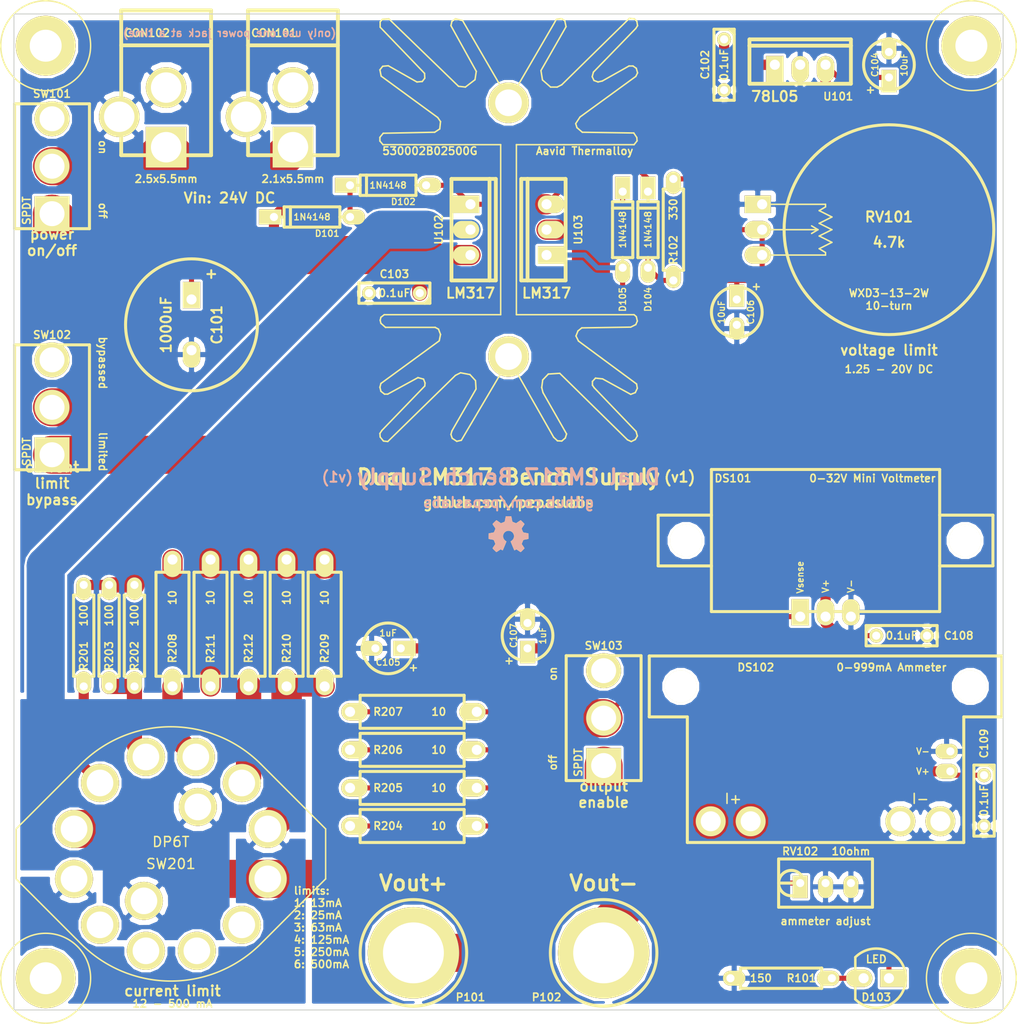
<source format=kicad_pcb>
(kicad_pcb (version 3) (host pcbnew "(2013-07-07 BZR 4022)-stable")

  (general
    (links 86)
    (no_connects 1)
    (area 134.870999 113.280999 237.239001 216.284001)
    (thickness 1.6)
    (drawings 27)
    (tracks 172)
    (zones 0)
    (modules 50)
    (nets 19)
  )

  (page A3)
  (layers
    (15 F.Cu signal)
    (0 B.Cu signal)
    (16 B.Adhes user)
    (17 F.Adhes user)
    (18 B.Paste user)
    (19 F.Paste user)
    (20 B.SilkS user)
    (21 F.SilkS user)
    (22 B.Mask user)
    (23 F.Mask user)
    (24 Dwgs.User user)
    (25 Cmts.User user)
    (26 Eco1.User user)
    (27 Eco2.User user)
    (28 Edge.Cuts user)
  )

  (setup
    (last_trace_width 0.508)
    (user_trace_width 0.508)
    (user_trace_width 1.016)
    (user_trace_width 1.524)
    (user_trace_width 2.032)
    (user_trace_width 2.54)
    (user_trace_width 3.048)
    (user_trace_width 3.81)
    (trace_clearance 0.254)
    (zone_clearance 0.254)
    (zone_45_only no)
    (trace_min 0.254)
    (segment_width 0.2)
    (edge_width 0.1)
    (via_size 0.889)
    (via_drill 0.635)
    (via_min_size 0.889)
    (via_min_drill 0.508)
    (uvia_size 0.508)
    (uvia_drill 0.127)
    (uvias_allowed no)
    (uvia_min_size 0.508)
    (uvia_min_drill 0.127)
    (pcb_text_width 0.3)
    (pcb_text_size 1.5 1.5)
    (mod_edge_width 0.3048)
    (mod_text_size 1 1)
    (mod_text_width 0.15)
    (pad_size 1.4986 2.2479)
    (pad_drill 0.8128)
    (pad_to_mask_clearance 0)
    (aux_axis_origin 0 0)
    (visible_elements 7FFFFFFF)
    (pcbplotparams
      (layerselection 284196865)
      (usegerberextensions true)
      (excludeedgelayer true)
      (linewidth 0.150000)
      (plotframeref false)
      (viasonmask false)
      (mode 1)
      (useauxorigin false)
      (hpglpennumber 1)
      (hpglpenspeed 20)
      (hpglpendiameter 15)
      (hpglpenoverlay 2)
      (psnegative false)
      (psa4output false)
      (plotreference true)
      (plotvalue true)
      (plotothertext true)
      (plotinvisibletext false)
      (padsonsilk false)
      (subtractmaskfromsilk false)
      (outputformat 1)
      (mirror false)
      (drillshape 0)
      (scaleselection 1)
      (outputdirectory gerbers/))
  )

  (net 0 "")
  (net 1 /current_limit_r/R_LIM+)
  (net 2 /current_limit_r/R_LIM-)
  (net 3 5V)
  (net 4 GND)
  (net 5 N-000001)
  (net 6 N-0000010)
  (net 7 N-0000014)
  (net 8 N-0000015)
  (net 9 N-0000018)
  (net 10 N-0000019)
  (net 11 N-0000020)
  (net 12 N-0000021)
  (net 13 N-0000022)
  (net 14 N-0000023)
  (net 15 N-0000028)
  (net 16 N-0000029)
  (net 17 N-000005)
  (net 18 N-000008)

  (net_class Default "This is the default net class."
    (clearance 0.254)
    (trace_width 0.254)
    (via_dia 0.889)
    (via_drill 0.635)
    (uvia_dia 0.508)
    (uvia_drill 0.127)
    (add_net "")
    (add_net /current_limit_r/R_LIM+)
    (add_net /current_limit_r/R_LIM-)
    (add_net 5V)
    (add_net GND)
    (add_net N-000001)
    (add_net N-0000010)
    (add_net N-0000014)
    (add_net N-0000015)
    (add_net N-0000018)
    (add_net N-0000019)
    (add_net N-0000020)
    (add_net N-0000021)
    (add_net N-0000022)
    (add_net N-0000023)
    (add_net N-0000028)
    (add_net N-0000029)
    (add_net N-000005)
    (add_net N-000008)
  )

  (module TO-220_V_069B (layer F.Cu) (tedit 5334D01B) (tstamp 532E56C1)
    (at 189.865 139.065 90)
    (descr "TO-220, vertical, 0.04\" holes, 0.069\" pads")
    (tags "TR TO220")
    (path /5326A5B6)
    (fp_text reference U103 (at 2.54 3.175 90) (layer F.SilkS)
      (effects (font (size 0.762 0.762) (thickness 0.1524)))
    )
    (fp_text value LM317 (at -3.81 0 180) (layer F.SilkS)
      (effects (font (size 1.016 1.016) (thickness 0.2032)))
    )
    (fp_line (start -2.54 -1.905) (end -2.54 -2.54) (layer F.SilkS) (width 0.381))
    (fp_line (start -2.54 -2.54) (end 7.62 -2.54) (layer F.SilkS) (width 0.381))
    (fp_line (start 7.62 -2.54) (end 7.62 -1.905) (layer F.SilkS) (width 0.381))
    (fp_line (start -2.54 1.905) (end -2.54 -1.905) (layer F.SilkS) (width 0.381))
    (fp_line (start -2.54 -1.905) (end 7.62 -1.905) (layer F.SilkS) (width 0.381))
    (fp_line (start 7.62 -1.905) (end 7.62 1.905) (layer F.SilkS) (width 0.381))
    (fp_line (start 7.62 1.905) (end -2.54 1.905) (layer F.SilkS) (width 0.381))
    (pad 1 thru_hole rect (at 0 0 180) (size 2.6289 1.7526) (drill 1.016 (offset -0.43815 0))
      (layers *.Cu *.Mask F.SilkS)
      (net 5 N-000001)
    )
    (pad 2 thru_hole oval (at 2.54 0 180) (size 2.6289 1.7526) (drill 1.016 (offset -0.43815 0))
      (layers *.Cu *.Mask F.SilkS)
      (net 7 N-0000014)
    )
    (pad 3 thru_hole oval (at 5.08 0 180) (size 2.6289 1.7526) (drill 1.016 (offset -0.43815 0))
      (layers *.Cu *.Mask F.SilkS)
      (net 2 /current_limit_r/R_LIM-)
    )
  )

  (module TO-220_V_069B (layer F.Cu) (tedit 5334D017) (tstamp 532E56CF)
    (at 182.245 133.985 270)
    (descr "TO-220, vertical, 0.04\" holes, 0.069\" pads")
    (tags "TR TO220")
    (path /5326A2AB)
    (fp_text reference U102 (at 2.54 3.175 270) (layer F.SilkS)
      (effects (font (size 0.762 0.762) (thickness 0.1524)))
    )
    (fp_text value LM317 (at 8.89 0 360) (layer F.SilkS)
      (effects (font (size 1.016 1.016) (thickness 0.2032)))
    )
    (fp_line (start -2.54 -1.905) (end -2.54 -2.54) (layer F.SilkS) (width 0.381))
    (fp_line (start -2.54 -2.54) (end 7.62 -2.54) (layer F.SilkS) (width 0.381))
    (fp_line (start 7.62 -2.54) (end 7.62 -1.905) (layer F.SilkS) (width 0.381))
    (fp_line (start -2.54 1.905) (end -2.54 -1.905) (layer F.SilkS) (width 0.381))
    (fp_line (start -2.54 -1.905) (end 7.62 -1.905) (layer F.SilkS) (width 0.381))
    (fp_line (start 7.62 -1.905) (end 7.62 1.905) (layer F.SilkS) (width 0.381))
    (fp_line (start 7.62 1.905) (end -2.54 1.905) (layer F.SilkS) (width 0.381))
    (pad 1 thru_hole rect (at 0 0) (size 2.6289 1.7526) (drill 1.016 (offset -0.43815 0))
      (layers *.Cu *.Mask F.SilkS)
      (net 2 /current_limit_r/R_LIM-)
    )
    (pad 2 thru_hole oval (at 2.54 0) (size 2.6289 1.7526) (drill 1.016 (offset -0.43815 0))
      (layers *.Cu *.Mask F.SilkS)
      (net 1 /current_limit_r/R_LIM+)
    )
    (pad 3 thru_hole oval (at 5.08 0) (size 2.6289 1.7526) (drill 1.016 (offset -0.43815 0))
      (layers *.Cu *.Mask F.SilkS)
      (net 9 N-0000018)
    )
  )

  (module TO-220_V_069B (layer F.Cu) (tedit 5334D086) (tstamp 532E56DD)
    (at 212.725 120.015)
    (descr "TO-220, vertical, 0.04\" holes, 0.069\" pads")
    (tags "TR TO220")
    (path /532A7BBB)
    (fp_text reference U101 (at 6.35 3.175) (layer F.SilkS)
      (effects (font (size 0.762 0.762) (thickness 0.1524)))
    )
    (fp_text value 78L05 (at 0 3.175) (layer F.SilkS)
      (effects (font (size 1.016 1.016) (thickness 0.2032)))
    )
    (fp_line (start -2.54 -1.905) (end -2.54 -2.54) (layer F.SilkS) (width 0.381))
    (fp_line (start -2.54 -2.54) (end 7.62 -2.54) (layer F.SilkS) (width 0.381))
    (fp_line (start 7.62 -2.54) (end 7.62 -1.905) (layer F.SilkS) (width 0.381))
    (fp_line (start -2.54 1.905) (end -2.54 -1.905) (layer F.SilkS) (width 0.381))
    (fp_line (start -2.54 -1.905) (end 7.62 -1.905) (layer F.SilkS) (width 0.381))
    (fp_line (start 7.62 -1.905) (end 7.62 1.905) (layer F.SilkS) (width 0.381))
    (fp_line (start 7.62 1.905) (end -2.54 1.905) (layer F.SilkS) (width 0.381))
    (pad 1 thru_hole rect (at 0 0 90) (size 2.6289 1.7526) (drill 1.016 (offset -0.43815 0))
      (layers *.Cu *.Mask F.SilkS)
      (net 9 N-0000018)
    )
    (pad 2 thru_hole oval (at 2.54 0 90) (size 2.6289 1.7526) (drill 1.016 (offset -0.43815 0))
      (layers *.Cu *.Mask F.SilkS)
      (net 4 GND)
    )
    (pad 3 thru_hole oval (at 5.08 0 90) (size 2.6289 1.7526) (drill 1.016 (offset -0.43815 0))
      (layers *.Cu *.Mask F.SilkS)
      (net 3 5V)
    )
  )

  (module R_AXIAL_0W25 (layer F.Cu) (tedit 5324A7D0) (tstamp 532E574A)
    (at 218.44 211.455 180)
    (descr "Resistor Axial 1/4W 0.4\"")
    (tags R)
    (path /5325E3AD)
    (autoplace_cost180 10)
    (fp_text reference R101 (at 3.048 0 180) (layer F.SilkS)
      (effects (font (size 0.762 0.762) (thickness 0.1524)))
    )
    (fp_text value 150 (at 7.112 0 180) (layer F.SilkS)
      (effects (font (size 0.762 0.762) (thickness 0.1524)))
    )
    (fp_line (start 0 0) (end 1.016 0) (layer F.SilkS) (width 0.3048))
    (fp_line (start 1.016 0) (end 1.016 -1.016) (layer F.SilkS) (width 0.3048))
    (fp_line (start 1.016 -1.016) (end 9.144 -1.016) (layer F.SilkS) (width 0.3048))
    (fp_line (start 9.144 -1.016) (end 9.144 1.016) (layer F.SilkS) (width 0.3048))
    (fp_line (start 9.144 1.016) (end 1.016 1.016) (layer F.SilkS) (width 0.3048))
    (fp_line (start 1.016 1.016) (end 1.016 0) (layer F.SilkS) (width 0.3048))
    (fp_line (start 10.16 0) (end 9.144 0) (layer F.SilkS) (width 0.3048))
    (pad 1 thru_hole oval (at 0 0 180) (size 2.2479 1.4986) (drill 0.8128 (offset 0.37465 0))
      (layers *.Cu *.Mask F.SilkS)
      (net 8 N-0000015)
    )
    (pad 2 thru_hole oval (at 10.16 0 180) (size 2.2479 1.4986) (drill 0.8128 (offset -0.37465 0))
      (layers *.Cu *.Mask F.SilkS)
      (net 4 GND)
    )
    (model discret/resistor.wrl
      (at (xyz 0 0 0))
      (scale (xyz 0.4 0.4 0.4))
      (rotate (xyz 0 0 0))
    )
  )

  (module R_AXIAL_0W25 (layer F.Cu) (tedit 5324A7D0) (tstamp 532E5757)
    (at 202.565 141.605 90)
    (descr "Resistor Axial 1/4W 0.4\"")
    (tags R)
    (path /5325DB3F)
    (autoplace_cost180 10)
    (fp_text reference R102 (at 3.048 0 90) (layer F.SilkS)
      (effects (font (size 0.762 0.762) (thickness 0.1524)))
    )
    (fp_text value 330 (at 7.112 0 90) (layer F.SilkS)
      (effects (font (size 0.762 0.762) (thickness 0.1524)))
    )
    (fp_line (start 0 0) (end 1.016 0) (layer F.SilkS) (width 0.3048))
    (fp_line (start 1.016 0) (end 1.016 -1.016) (layer F.SilkS) (width 0.3048))
    (fp_line (start 1.016 -1.016) (end 9.144 -1.016) (layer F.SilkS) (width 0.3048))
    (fp_line (start 9.144 -1.016) (end 9.144 1.016) (layer F.SilkS) (width 0.3048))
    (fp_line (start 9.144 1.016) (end 1.016 1.016) (layer F.SilkS) (width 0.3048))
    (fp_line (start 1.016 1.016) (end 1.016 0) (layer F.SilkS) (width 0.3048))
    (fp_line (start 10.16 0) (end 9.144 0) (layer F.SilkS) (width 0.3048))
    (pad 1 thru_hole oval (at 0 0 90) (size 2.2479 1.4986) (drill 0.8128 (offset 0.37465 0))
      (layers *.Cu *.Mask F.SilkS)
      (net 7 N-0000014)
    )
    (pad 2 thru_hole oval (at 10.16 0 90) (size 2.2479 1.4986) (drill 0.8128 (offset -0.37465 0))
      (layers *.Cu *.Mask F.SilkS)
      (net 5 N-000001)
    )
    (model discret/resistor.wrl
      (at (xyz 0 0 0))
      (scale (xyz 0.4 0.4 0.4))
      (rotate (xyz 0 0 0))
    )
  )

  (module BARREL_JACK_21x55 (layer F.Cu) (tedit 5334CFDE) (tstamp 532E581C)
    (at 164.465 128.27 270)
    (descr "DC Barrel Jack, 2.1x5.5mm")
    (tags "Power Jack")
    (path /53265EFE)
    (fp_text reference CON101 (at -11.43 1.905 360) (layer F.SilkS)
      (effects (font (size 0.762 0.762) (thickness 0.1524)))
    )
    (fp_text value BARREL_JACK (at -4.445 -5.334 270) (layer F.SilkS) hide
      (effects (font (size 1.016 1.016) (thickness 0.2032)))
    )
    (fp_text user 2.1x5.5mm (at 3.175 0 360) (layer F.SilkS)
      (effects (font (size 0.762 0.762) (thickness 0.1524)))
    )
    (fp_line (start -10.1981 -4.50088) (end -10.1981 4.50088) (layer F.SilkS) (width 0.381))
    (fp_line (start -13.69822 -4.50088) (end -13.69822 4.50088) (layer F.SilkS) (width 0.381))
    (fp_line (start -13.69822 4.50088) (end 0.80264 4.50088) (layer F.SilkS) (width 0.381))
    (fp_line (start 0.80264 4.50088) (end 0.80264 -4.50088) (layer F.SilkS) (width 0.381))
    (fp_line (start 0.80264 -4.50088) (end -13.69822 -4.50088) (layer F.SilkS) (width 0.381))
    (pad 1 thru_hole rect (at 0 0 270) (size 4.064 4.064) (drill 3.048)
      (layers *.Cu *.Mask F.SilkS)
      (net 6 N-0000010)
    )
    (pad 2 thru_hole circle (at -5.969 0 270) (size 4.064 4.064) (drill 3.048)
      (layers *.Cu *.Mask F.SilkS)
      (net 4 GND)
    )
    (pad 3 thru_hole circle (at -3.048 4.699 270) (size 4.064 4.064) (drill 3.048)
      (layers *.Cu *.Mask F.SilkS)
      (net 4 GND)
    )
  )

  (module R_AXIAL_0W5 (layer F.Cu) (tedit 532E6870) (tstamp 532E6A2F)
    (at 152.4 182.245 90)
    (descr "Resistor Axial 1/2W 0.5\"")
    (tags R)
    (path /532536CD/532CD933)
    (autoplace_cost180 10)
    (fp_text reference R208 (at 3.81 0 90) (layer F.SilkS)
      (effects (font (size 0.762 0.762) (thickness 0.1524)))
    )
    (fp_text value 10 (at 8.89 0 90) (layer F.SilkS)
      (effects (font (size 0.762 0.762) (thickness 0.1524)))
    )
    (fp_line (start 12.7 0) (end 11.43 0) (layer F.SilkS) (width 0.3048))
    (fp_line (start 1.016 1.651) (end 11.43 1.651) (layer F.SilkS) (width 0.3048))
    (fp_line (start 11.43 -1.651) (end 1.016 -1.651) (layer F.SilkS) (width 0.3048))
    (fp_line (start 11.43 -1.651) (end 11.43 1.651) (layer F.SilkS) (width 0.3048))
    (fp_line (start 1.016 0) (end 1.016 1.651) (layer F.SilkS) (width 0.3048))
    (fp_line (start 1.016 0) (end 1.016 -1.651) (layer F.SilkS) (width 0.3048))
    (fp_line (start 0 0) (end 1.016 0) (layer F.SilkS) (width 0.3048))
    (pad 1 thru_hole oval (at 0 0 90) (size 2.6289 1.7526) (drill 1.016 (offset 0.43815 0))
      (layers *.Cu *.Mask F.SilkS)
      (net 14 N-0000023)
    )
    (pad 2 thru_hole oval (at 12.7 0 90) (size 2.6289 1.7526) (drill 1.016 (offset -0.43815 0))
      (layers *.Cu *.Mask F.SilkS)
      (net 12 N-0000021)
    )
    (model discret/resistor.wrl
      (at (xyz 0 0 0))
      (scale (xyz 0.4 0.4 0.4))
      (rotate (xyz 0 0 0))
    )
  )

  (module R_AXIAL_0W5 (layer F.Cu) (tedit 532E6870) (tstamp 532E6A3C)
    (at 156.21 182.245 90)
    (descr "Resistor Axial 1/2W 0.5\"")
    (tags R)
    (path /532536CD/532CD94F)
    (autoplace_cost180 10)
    (fp_text reference R211 (at 3.81 0 90) (layer F.SilkS)
      (effects (font (size 0.762 0.762) (thickness 0.1524)))
    )
    (fp_text value 10 (at 8.89 0 90) (layer F.SilkS)
      (effects (font (size 0.762 0.762) (thickness 0.1524)))
    )
    (fp_line (start 12.7 0) (end 11.43 0) (layer F.SilkS) (width 0.3048))
    (fp_line (start 1.016 1.651) (end 11.43 1.651) (layer F.SilkS) (width 0.3048))
    (fp_line (start 11.43 -1.651) (end 1.016 -1.651) (layer F.SilkS) (width 0.3048))
    (fp_line (start 11.43 -1.651) (end 11.43 1.651) (layer F.SilkS) (width 0.3048))
    (fp_line (start 1.016 0) (end 1.016 1.651) (layer F.SilkS) (width 0.3048))
    (fp_line (start 1.016 0) (end 1.016 -1.651) (layer F.SilkS) (width 0.3048))
    (fp_line (start 0 0) (end 1.016 0) (layer F.SilkS) (width 0.3048))
    (pad 1 thru_hole oval (at 0 0 90) (size 2.6289 1.7526) (drill 1.016 (offset 0.43815 0))
      (layers *.Cu *.Mask F.SilkS)
      (net 12 N-0000021)
    )
    (pad 2 thru_hole oval (at 12.7 0 90) (size 2.6289 1.7526) (drill 1.016 (offset -0.43815 0))
      (layers *.Cu *.Mask F.SilkS)
      (net 2 /current_limit_r/R_LIM-)
    )
    (model discret/resistor.wrl
      (at (xyz 0 0 0))
      (scale (xyz 0.4 0.4 0.4))
      (rotate (xyz 0 0 0))
    )
  )

  (module R_AXIAL_0W5 (layer F.Cu) (tedit 532E6870) (tstamp 532E6A49)
    (at 160.02 182.245 90)
    (descr "Resistor Axial 1/2W 0.5\"")
    (tags R)
    (path /532536CD/532CD955)
    (autoplace_cost180 10)
    (fp_text reference R212 (at 3.81 0 90) (layer F.SilkS)
      (effects (font (size 0.762 0.762) (thickness 0.1524)))
    )
    (fp_text value 10 (at 8.89 0 90) (layer F.SilkS)
      (effects (font (size 0.762 0.762) (thickness 0.1524)))
    )
    (fp_line (start 12.7 0) (end 11.43 0) (layer F.SilkS) (width 0.3048))
    (fp_line (start 1.016 1.651) (end 11.43 1.651) (layer F.SilkS) (width 0.3048))
    (fp_line (start 11.43 -1.651) (end 1.016 -1.651) (layer F.SilkS) (width 0.3048))
    (fp_line (start 11.43 -1.651) (end 11.43 1.651) (layer F.SilkS) (width 0.3048))
    (fp_line (start 1.016 0) (end 1.016 1.651) (layer F.SilkS) (width 0.3048))
    (fp_line (start 1.016 0) (end 1.016 -1.651) (layer F.SilkS) (width 0.3048))
    (fp_line (start 0 0) (end 1.016 0) (layer F.SilkS) (width 0.3048))
    (pad 1 thru_hole oval (at 0 0 90) (size 2.6289 1.7526) (drill 1.016 (offset 0.43815 0))
      (layers *.Cu *.Mask F.SilkS)
      (net 13 N-0000022)
    )
    (pad 2 thru_hole oval (at 12.7 0 90) (size 2.6289 1.7526) (drill 1.016 (offset -0.43815 0))
      (layers *.Cu *.Mask F.SilkS)
      (net 2 /current_limit_r/R_LIM-)
    )
    (model discret/resistor.wrl
      (at (xyz 0 0 0))
      (scale (xyz 0.4 0.4 0.4))
      (rotate (xyz 0 0 0))
    )
  )

  (module R_AXIAL_0W5 (layer F.Cu) (tedit 532E6870) (tstamp 532E6A56)
    (at 167.64 182.245 90)
    (descr "Resistor Axial 1/2W 0.5\"")
    (tags R)
    (path /532536CD/532CD95B)
    (autoplace_cost180 10)
    (fp_text reference R209 (at 3.81 0 90) (layer F.SilkS)
      (effects (font (size 0.762 0.762) (thickness 0.1524)))
    )
    (fp_text value 10 (at 8.89 0 90) (layer F.SilkS)
      (effects (font (size 0.762 0.762) (thickness 0.1524)))
    )
    (fp_line (start 12.7 0) (end 11.43 0) (layer F.SilkS) (width 0.3048))
    (fp_line (start 1.016 1.651) (end 11.43 1.651) (layer F.SilkS) (width 0.3048))
    (fp_line (start 11.43 -1.651) (end 1.016 -1.651) (layer F.SilkS) (width 0.3048))
    (fp_line (start 11.43 -1.651) (end 11.43 1.651) (layer F.SilkS) (width 0.3048))
    (fp_line (start 1.016 0) (end 1.016 1.651) (layer F.SilkS) (width 0.3048))
    (fp_line (start 1.016 0) (end 1.016 -1.651) (layer F.SilkS) (width 0.3048))
    (fp_line (start 0 0) (end 1.016 0) (layer F.SilkS) (width 0.3048))
    (pad 1 thru_hole oval (at 0 0 90) (size 2.6289 1.7526) (drill 1.016 (offset 0.43815 0))
      (layers *.Cu *.Mask F.SilkS)
      (net 10 N-0000019)
    )
    (pad 2 thru_hole oval (at 12.7 0 90) (size 2.6289 1.7526) (drill 1.016 (offset -0.43815 0))
      (layers *.Cu *.Mask F.SilkS)
      (net 2 /current_limit_r/R_LIM-)
    )
    (model discret/resistor.wrl
      (at (xyz 0 0 0))
      (scale (xyz 0.4 0.4 0.4))
      (rotate (xyz 0 0 0))
    )
  )

  (module R_AXIAL_0W5 (layer F.Cu) (tedit 532E6870) (tstamp 532E6A63)
    (at 163.83 182.245 90)
    (descr "Resistor Axial 1/2W 0.5\"")
    (tags R)
    (path /532536CD/532CD961)
    (autoplace_cost180 10)
    (fp_text reference R210 (at 3.81 0 90) (layer F.SilkS)
      (effects (font (size 0.762 0.762) (thickness 0.1524)))
    )
    (fp_text value 10 (at 8.89 0 90) (layer F.SilkS)
      (effects (font (size 0.762 0.762) (thickness 0.1524)))
    )
    (fp_line (start 12.7 0) (end 11.43 0) (layer F.SilkS) (width 0.3048))
    (fp_line (start 1.016 1.651) (end 11.43 1.651) (layer F.SilkS) (width 0.3048))
    (fp_line (start 11.43 -1.651) (end 1.016 -1.651) (layer F.SilkS) (width 0.3048))
    (fp_line (start 11.43 -1.651) (end 11.43 1.651) (layer F.SilkS) (width 0.3048))
    (fp_line (start 1.016 0) (end 1.016 1.651) (layer F.SilkS) (width 0.3048))
    (fp_line (start 1.016 0) (end 1.016 -1.651) (layer F.SilkS) (width 0.3048))
    (fp_line (start 0 0) (end 1.016 0) (layer F.SilkS) (width 0.3048))
    (pad 1 thru_hole oval (at 0 0 90) (size 2.6289 1.7526) (drill 1.016 (offset 0.43815 0))
      (layers *.Cu *.Mask F.SilkS)
      (net 10 N-0000019)
    )
    (pad 2 thru_hole oval (at 12.7 0 90) (size 2.6289 1.7526) (drill 1.016 (offset -0.43815 0))
      (layers *.Cu *.Mask F.SilkS)
      (net 2 /current_limit_r/R_LIM-)
    )
    (model discret/resistor.wrl
      (at (xyz 0 0 0))
      (scale (xyz 0.4 0.4 0.4))
      (rotate (xyz 0 0 0))
    )
  )

  (module R_AXIAL_0W5 (layer F.Cu) (tedit 532E6870) (tstamp 532E6A70)
    (at 170.18 196.215)
    (descr "Resistor Axial 1/2W 0.5\"")
    (tags R)
    (path /532536CD/532CD967)
    (autoplace_cost180 10)
    (fp_text reference R204 (at 3.81 0) (layer F.SilkS)
      (effects (font (size 0.762 0.762) (thickness 0.1524)))
    )
    (fp_text value 10 (at 8.89 0) (layer F.SilkS)
      (effects (font (size 0.762 0.762) (thickness 0.1524)))
    )
    (fp_line (start 12.7 0) (end 11.43 0) (layer F.SilkS) (width 0.3048))
    (fp_line (start 1.016 1.651) (end 11.43 1.651) (layer F.SilkS) (width 0.3048))
    (fp_line (start 11.43 -1.651) (end 1.016 -1.651) (layer F.SilkS) (width 0.3048))
    (fp_line (start 11.43 -1.651) (end 11.43 1.651) (layer F.SilkS) (width 0.3048))
    (fp_line (start 1.016 0) (end 1.016 1.651) (layer F.SilkS) (width 0.3048))
    (fp_line (start 1.016 0) (end 1.016 -1.651) (layer F.SilkS) (width 0.3048))
    (fp_line (start 0 0) (end 1.016 0) (layer F.SilkS) (width 0.3048))
    (pad 1 thru_hole oval (at 0 0) (size 2.6289 1.7526) (drill 1.016 (offset 0.43815 0))
      (layers *.Cu *.Mask F.SilkS)
      (net 11 N-0000020)
    )
    (pad 2 thru_hole oval (at 12.7 0) (size 2.6289 1.7526) (drill 1.016 (offset -0.43815 0))
      (layers *.Cu *.Mask F.SilkS)
      (net 2 /current_limit_r/R_LIM-)
    )
    (model discret/resistor.wrl
      (at (xyz 0 0 0))
      (scale (xyz 0.4 0.4 0.4))
      (rotate (xyz 0 0 0))
    )
  )

  (module R_AXIAL_0W5 (layer F.Cu) (tedit 532E6870) (tstamp 532E6A7D)
    (at 170.18 192.405)
    (descr "Resistor Axial 1/2W 0.5\"")
    (tags R)
    (path /532536CD/532CD96D)
    (autoplace_cost180 10)
    (fp_text reference R205 (at 3.81 0) (layer F.SilkS)
      (effects (font (size 0.762 0.762) (thickness 0.1524)))
    )
    (fp_text value 10 (at 8.89 0) (layer F.SilkS)
      (effects (font (size 0.762 0.762) (thickness 0.1524)))
    )
    (fp_line (start 12.7 0) (end 11.43 0) (layer F.SilkS) (width 0.3048))
    (fp_line (start 1.016 1.651) (end 11.43 1.651) (layer F.SilkS) (width 0.3048))
    (fp_line (start 11.43 -1.651) (end 1.016 -1.651) (layer F.SilkS) (width 0.3048))
    (fp_line (start 11.43 -1.651) (end 11.43 1.651) (layer F.SilkS) (width 0.3048))
    (fp_line (start 1.016 0) (end 1.016 1.651) (layer F.SilkS) (width 0.3048))
    (fp_line (start 1.016 0) (end 1.016 -1.651) (layer F.SilkS) (width 0.3048))
    (fp_line (start 0 0) (end 1.016 0) (layer F.SilkS) (width 0.3048))
    (pad 1 thru_hole oval (at 0 0) (size 2.6289 1.7526) (drill 1.016 (offset 0.43815 0))
      (layers *.Cu *.Mask F.SilkS)
      (net 11 N-0000020)
    )
    (pad 2 thru_hole oval (at 12.7 0) (size 2.6289 1.7526) (drill 1.016 (offset -0.43815 0))
      (layers *.Cu *.Mask F.SilkS)
      (net 2 /current_limit_r/R_LIM-)
    )
    (model discret/resistor.wrl
      (at (xyz 0 0 0))
      (scale (xyz 0.4 0.4 0.4))
      (rotate (xyz 0 0 0))
    )
  )

  (module R_AXIAL_0W5 (layer F.Cu) (tedit 532E6870) (tstamp 532E6A8A)
    (at 170.18 188.595)
    (descr "Resistor Axial 1/2W 0.5\"")
    (tags R)
    (path /532536CD/532CD973)
    (autoplace_cost180 10)
    (fp_text reference R206 (at 3.81 0) (layer F.SilkS)
      (effects (font (size 0.762 0.762) (thickness 0.1524)))
    )
    (fp_text value 10 (at 8.89 0) (layer F.SilkS)
      (effects (font (size 0.762 0.762) (thickness 0.1524)))
    )
    (fp_line (start 12.7 0) (end 11.43 0) (layer F.SilkS) (width 0.3048))
    (fp_line (start 1.016 1.651) (end 11.43 1.651) (layer F.SilkS) (width 0.3048))
    (fp_line (start 11.43 -1.651) (end 1.016 -1.651) (layer F.SilkS) (width 0.3048))
    (fp_line (start 11.43 -1.651) (end 11.43 1.651) (layer F.SilkS) (width 0.3048))
    (fp_line (start 1.016 0) (end 1.016 1.651) (layer F.SilkS) (width 0.3048))
    (fp_line (start 1.016 0) (end 1.016 -1.651) (layer F.SilkS) (width 0.3048))
    (fp_line (start 0 0) (end 1.016 0) (layer F.SilkS) (width 0.3048))
    (pad 1 thru_hole oval (at 0 0) (size 2.6289 1.7526) (drill 1.016 (offset 0.43815 0))
      (layers *.Cu *.Mask F.SilkS)
      (net 11 N-0000020)
    )
    (pad 2 thru_hole oval (at 12.7 0) (size 2.6289 1.7526) (drill 1.016 (offset -0.43815 0))
      (layers *.Cu *.Mask F.SilkS)
      (net 2 /current_limit_r/R_LIM-)
    )
    (model discret/resistor.wrl
      (at (xyz 0 0 0))
      (scale (xyz 0.4 0.4 0.4))
      (rotate (xyz 0 0 0))
    )
  )

  (module R_AXIAL_0W5 (layer F.Cu) (tedit 532E6870) (tstamp 532E6A97)
    (at 170.18 184.785)
    (descr "Resistor Axial 1/2W 0.5\"")
    (tags R)
    (path /532536CD/532CD979)
    (autoplace_cost180 10)
    (fp_text reference R207 (at 3.81 0) (layer F.SilkS)
      (effects (font (size 0.762 0.762) (thickness 0.1524)))
    )
    (fp_text value 10 (at 8.89 0) (layer F.SilkS)
      (effects (font (size 0.762 0.762) (thickness 0.1524)))
    )
    (fp_line (start 12.7 0) (end 11.43 0) (layer F.SilkS) (width 0.3048))
    (fp_line (start 1.016 1.651) (end 11.43 1.651) (layer F.SilkS) (width 0.3048))
    (fp_line (start 11.43 -1.651) (end 1.016 -1.651) (layer F.SilkS) (width 0.3048))
    (fp_line (start 11.43 -1.651) (end 11.43 1.651) (layer F.SilkS) (width 0.3048))
    (fp_line (start 1.016 0) (end 1.016 1.651) (layer F.SilkS) (width 0.3048))
    (fp_line (start 1.016 0) (end 1.016 -1.651) (layer F.SilkS) (width 0.3048))
    (fp_line (start 0 0) (end 1.016 0) (layer F.SilkS) (width 0.3048))
    (pad 1 thru_hole oval (at 0 0) (size 2.6289 1.7526) (drill 1.016 (offset 0.43815 0))
      (layers *.Cu *.Mask F.SilkS)
      (net 11 N-0000020)
    )
    (pad 2 thru_hole oval (at 12.7 0) (size 2.6289 1.7526) (drill 1.016 (offset -0.43815 0))
      (layers *.Cu *.Mask F.SilkS)
      (net 2 /current_limit_r/R_LIM-)
    )
    (model discret/resistor.wrl
      (at (xyz 0 0 0))
      (scale (xyz 0.4 0.4 0.4))
      (rotate (xyz 0 0 0))
    )
  )

  (module R_AXIAL_0W25 (layer F.Cu) (tedit 5324A7D0) (tstamp 532E6AA4)
    (at 143.51 182.245 90)
    (descr "Resistor Axial 1/4W 0.4\"")
    (tags R)
    (path /532536CD/532CD909)
    (autoplace_cost180 10)
    (fp_text reference R201 (at 3.048 0 90) (layer F.SilkS)
      (effects (font (size 0.762 0.762) (thickness 0.1524)))
    )
    (fp_text value 100 (at 7.112 0 90) (layer F.SilkS)
      (effects (font (size 0.762 0.762) (thickness 0.1524)))
    )
    (fp_line (start 0 0) (end 1.016 0) (layer F.SilkS) (width 0.3048))
    (fp_line (start 1.016 0) (end 1.016 -1.016) (layer F.SilkS) (width 0.3048))
    (fp_line (start 1.016 -1.016) (end 9.144 -1.016) (layer F.SilkS) (width 0.3048))
    (fp_line (start 9.144 -1.016) (end 9.144 1.016) (layer F.SilkS) (width 0.3048))
    (fp_line (start 9.144 1.016) (end 1.016 1.016) (layer F.SilkS) (width 0.3048))
    (fp_line (start 1.016 1.016) (end 1.016 0) (layer F.SilkS) (width 0.3048))
    (fp_line (start 10.16 0) (end 9.144 0) (layer F.SilkS) (width 0.3048))
    (pad 1 thru_hole oval (at 0 0 90) (size 2.2479 1.4986) (drill 0.8128 (offset 0.37465 0))
      (layers *.Cu *.Mask F.SilkS)
      (net 15 N-0000028)
    )
    (pad 2 thru_hole oval (at 10.16 0 90) (size 2.2479 1.4986) (drill 0.8128 (offset -0.37465 0))
      (layers *.Cu *.Mask F.SilkS)
      (net 2 /current_limit_r/R_LIM-)
    )
    (model discret/resistor.wrl
      (at (xyz 0 0 0))
      (scale (xyz 0.4 0.4 0.4))
      (rotate (xyz 0 0 0))
    )
  )

  (module R_AXIAL_0W25 (layer F.Cu) (tedit 5324A7D0) (tstamp 532E6AB1)
    (at 148.59 182.245 90)
    (descr "Resistor Axial 1/4W 0.4\"")
    (tags R)
    (path /532536CD/532CD925)
    (autoplace_cost180 10)
    (fp_text reference R202 (at 3.048 0 90) (layer F.SilkS)
      (effects (font (size 0.762 0.762) (thickness 0.1524)))
    )
    (fp_text value 100 (at 7.112 0 90) (layer F.SilkS)
      (effects (font (size 0.762 0.762) (thickness 0.1524)))
    )
    (fp_line (start 0 0) (end 1.016 0) (layer F.SilkS) (width 0.3048))
    (fp_line (start 1.016 0) (end 1.016 -1.016) (layer F.SilkS) (width 0.3048))
    (fp_line (start 1.016 -1.016) (end 9.144 -1.016) (layer F.SilkS) (width 0.3048))
    (fp_line (start 9.144 -1.016) (end 9.144 1.016) (layer F.SilkS) (width 0.3048))
    (fp_line (start 9.144 1.016) (end 1.016 1.016) (layer F.SilkS) (width 0.3048))
    (fp_line (start 1.016 1.016) (end 1.016 0) (layer F.SilkS) (width 0.3048))
    (fp_line (start 10.16 0) (end 9.144 0) (layer F.SilkS) (width 0.3048))
    (pad 1 thru_hole oval (at 0 0 90) (size 2.2479 1.4986) (drill 0.8128 (offset 0.37465 0))
      (layers *.Cu *.Mask F.SilkS)
      (net 16 N-0000029)
    )
    (pad 2 thru_hole oval (at 10.16 0 90) (size 2.2479 1.4986) (drill 0.8128 (offset -0.37465 0))
      (layers *.Cu *.Mask F.SilkS)
      (net 2 /current_limit_r/R_LIM-)
    )
    (model discret/resistor.wrl
      (at (xyz 0 0 0))
      (scale (xyz 0.4 0.4 0.4))
      (rotate (xyz 0 0 0))
    )
  )

  (module R_AXIAL_0W25 (layer F.Cu) (tedit 5324A7D0) (tstamp 532E6ABE)
    (at 146.05 182.245 90)
    (descr "Resistor Axial 1/4W 0.4\"")
    (tags R)
    (path /532536CD/532CD92B)
    (autoplace_cost180 10)
    (fp_text reference R203 (at 3.048 0 90) (layer F.SilkS)
      (effects (font (size 0.762 0.762) (thickness 0.1524)))
    )
    (fp_text value 100 (at 7.112 0 90) (layer F.SilkS)
      (effects (font (size 0.762 0.762) (thickness 0.1524)))
    )
    (fp_line (start 0 0) (end 1.016 0) (layer F.SilkS) (width 0.3048))
    (fp_line (start 1.016 0) (end 1.016 -1.016) (layer F.SilkS) (width 0.3048))
    (fp_line (start 1.016 -1.016) (end 9.144 -1.016) (layer F.SilkS) (width 0.3048))
    (fp_line (start 9.144 -1.016) (end 9.144 1.016) (layer F.SilkS) (width 0.3048))
    (fp_line (start 9.144 1.016) (end 1.016 1.016) (layer F.SilkS) (width 0.3048))
    (fp_line (start 1.016 1.016) (end 1.016 0) (layer F.SilkS) (width 0.3048))
    (fp_line (start 10.16 0) (end 9.144 0) (layer F.SilkS) (width 0.3048))
    (pad 1 thru_hole oval (at 0 0 90) (size 2.2479 1.4986) (drill 0.8128 (offset 0.37465 0))
      (layers *.Cu *.Mask F.SilkS)
      (net 16 N-0000029)
    )
    (pad 2 thru_hole oval (at 10.16 0 90) (size 2.2479 1.4986) (drill 0.8128 (offset -0.37465 0))
      (layers *.Cu *.Mask F.SilkS)
      (net 2 /current_limit_r/R_LIM-)
    )
    (model discret/resistor.wrl
      (at (xyz 0 0 0))
      (scale (xyz 0.4 0.4 0.4))
      (rotate (xyz 0 0 0))
    )
  )

  (module BARREL_JACK_25x55 (layer F.Cu) (tedit 5334CFDA) (tstamp 532EFFD8)
    (at 151.765 128.27 270)
    (descr "DC Barrel Jack, 2.5x5.5mm")
    (tags "Power Jack")
    (path /532F003E)
    (fp_text reference CON102 (at -11.43 1.905 360) (layer F.SilkS)
      (effects (font (size 0.762 0.762) (thickness 0.1524)))
    )
    (fp_text value BARREL_JACK (at -4.445 -5.334 270) (layer F.SilkS) hide
      (effects (font (size 1.016 1.016) (thickness 0.2032)))
    )
    (fp_text user 2.5x5.5mm (at 3.175 0 360) (layer F.SilkS)
      (effects (font (size 0.762 0.762) (thickness 0.1524)))
    )
    (fp_line (start -10.1981 -4.50088) (end -10.1981 4.50088) (layer F.SilkS) (width 0.381))
    (fp_line (start -13.69822 -4.50088) (end -13.69822 4.50088) (layer F.SilkS) (width 0.381))
    (fp_line (start -13.69822 4.50088) (end 0.80264 4.50088) (layer F.SilkS) (width 0.381))
    (fp_line (start 0.80264 4.50088) (end 0.80264 -4.50088) (layer F.SilkS) (width 0.381))
    (fp_line (start 0.80264 -4.50088) (end -13.69822 -4.50088) (layer F.SilkS) (width 0.381))
    (pad 1 thru_hole rect (at 0 0 270) (size 4.064 4.064) (drill 3.048)
      (layers *.Cu *.Mask F.SilkS)
      (net 6 N-0000010)
    )
    (pad 2 thru_hole circle (at -5.969 0 270) (size 4.064 4.064) (drill 3.048)
      (layers *.Cu *.Mask F.SilkS)
      (net 4 GND)
    )
    (pad 3 thru_hole circle (at -3.048 4.699 270) (size 4.064 4.064) (drill 3.048)
      (layers *.Cu *.Mask F.SilkS)
      (net 4 GND)
    )
  )

  (module hole_M3 (layer F.Cu) (tedit 532CF1F1) (tstamp 532F017B)
    (at 139.7 211.455)
    (descr "M3 mounting hole")
    (path /532F0654)
    (fp_text reference H101 (at 0 -3.048) (layer F.SilkS) hide
      (effects (font (size 1.016 1.016) (thickness 0.254)))
    )
    (fp_text value HOLE (at 0 2.794) (layer F.SilkS) hide
      (effects (font (size 1.016 1.016) (thickness 0.254)))
    )
    (fp_circle (center 0 0) (end 4.5 0) (layer F.SilkS) (width 0.15))
    (pad 1 thru_hole circle (at 0 0) (size 6 6) (drill 3.2)
      (layers *.Cu *.Mask F.SilkS)
    )
  )

  (module hole_M3 (layer F.Cu) (tedit 532CF1F1) (tstamp 532F0181)
    (at 139.7 118.11)
    (descr "M3 mounting hole")
    (path /532F0663)
    (fp_text reference H102 (at 0 -3.048) (layer F.SilkS) hide
      (effects (font (size 1.016 1.016) (thickness 0.254)))
    )
    (fp_text value HOLE (at 0 2.794) (layer F.SilkS) hide
      (effects (font (size 1.016 1.016) (thickness 0.254)))
    )
    (fp_circle (center 0 0) (end 4.5 0) (layer F.SilkS) (width 0.15))
    (pad 1 thru_hole circle (at 0 0) (size 6 6) (drill 3.2)
      (layers *.Cu *.Mask F.SilkS)
    )
  )

  (module hole_M3 (layer F.Cu) (tedit 532CF1F1) (tstamp 532F0187)
    (at 232.41 118.11)
    (descr "M3 mounting hole")
    (path /532F0672)
    (fp_text reference H103 (at 0 -3.048) (layer F.SilkS) hide
      (effects (font (size 1.016 1.016) (thickness 0.254)))
    )
    (fp_text value HOLE (at 0 2.794) (layer F.SilkS) hide
      (effects (font (size 1.016 1.016) (thickness 0.254)))
    )
    (fp_circle (center 0 0) (end 4.5 0) (layer F.SilkS) (width 0.15))
    (pad 1 thru_hole circle (at 0 0) (size 6 6) (drill 3.2)
      (layers *.Cu *.Mask F.SilkS)
    )
  )

  (module hole_M3 (layer F.Cu) (tedit 532CF1F1) (tstamp 532F018D)
    (at 232.41 211.455)
    (descr "M3 mounting hole")
    (path /532F0681)
    (fp_text reference H104 (at 0 -3.048) (layer F.SilkS) hide
      (effects (font (size 1.016 1.016) (thickness 0.254)))
    )
    (fp_text value HOLE (at 0 2.794) (layer F.SilkS) hide
      (effects (font (size 1.016 1.016) (thickness 0.254)))
    )
    (fp_circle (center 0 0) (end 4.5 0) (layer F.SilkS) (width 0.15))
    (pad 1 thru_hole circle (at 0 0) (size 6 6) (drill 3.2)
      (layers *.Cu *.Mask F.SilkS)
    )
  )

  (module C2 (layer F.Cu) (tedit 5334D0AD) (tstamp 532F071D)
    (at 207.645 120.015 270)
    (descr "Condensateur = 2 pas")
    (tags C)
    (path /53268218)
    (fp_text reference C102 (at 0 1.905 270) (layer F.SilkS)
      (effects (font (size 0.762 0.762) (thickness 0.1524)))
    )
    (fp_text value 0.1uF (at 0 0 270) (layer F.SilkS)
      (effects (font (size 0.762 0.762) (thickness 0.1524)))
    )
    (fp_line (start -3.556 -1.016) (end 3.556 -1.016) (layer F.SilkS) (width 0.3048))
    (fp_line (start 3.556 -1.016) (end 3.556 1.016) (layer F.SilkS) (width 0.3048))
    (fp_line (start 3.556 1.016) (end -3.556 1.016) (layer F.SilkS) (width 0.3048))
    (fp_line (start -3.556 1.016) (end -3.556 -1.016) (layer F.SilkS) (width 0.3048))
    (fp_line (start -3.556 -0.508) (end -3.048 -1.016) (layer F.SilkS) (width 0.3048))
    (pad 1 thru_hole circle (at -2.54 0 270) (size 1.397 1.397) (drill 0.8128)
      (layers *.Cu *.Mask F.SilkS)
      (net 9 N-0000018)
    )
    (pad 2 thru_hole circle (at 2.54 0 270) (size 1.397 1.397) (drill 0.8128)
      (layers *.Cu *.Mask F.SilkS)
      (net 4 GND)
    )
    (model discret/capa_2pas_5x5mm.wrl
      (at (xyz 0 0 0))
      (scale (xyz 1 1 1))
      (rotate (xyz 0 0 0))
    )
  )

  (module C2 (layer F.Cu) (tedit 5334D05A) (tstamp 5334D159)
    (at 174.625 142.875 180)
    (descr "Condensateur = 2 pas")
    (tags C)
    (path /53268930)
    (fp_text reference C103 (at 0 1.905 180) (layer F.SilkS)
      (effects (font (size 0.762 0.762) (thickness 0.1524)))
    )
    (fp_text value 0.1uF (at 0 0 180) (layer F.SilkS)
      (effects (font (size 0.762 0.762) (thickness 0.1524)))
    )
    (fp_line (start -3.556 -1.016) (end 3.556 -1.016) (layer F.SilkS) (width 0.3048))
    (fp_line (start 3.556 -1.016) (end 3.556 1.016) (layer F.SilkS) (width 0.3048))
    (fp_line (start 3.556 1.016) (end -3.556 1.016) (layer F.SilkS) (width 0.3048))
    (fp_line (start -3.556 1.016) (end -3.556 -1.016) (layer F.SilkS) (width 0.3048))
    (fp_line (start -3.556 -0.508) (end -3.048 -1.016) (layer F.SilkS) (width 0.3048))
    (pad 1 thru_hole circle (at -2.54 0 180) (size 1.397 1.397) (drill 0.8128)
      (layers *.Cu *.Mask F.SilkS)
      (net 9 N-0000018)
    )
    (pad 2 thru_hole circle (at 2.54 0 180) (size 1.397 1.397) (drill 0.8128)
      (layers *.Cu *.Mask F.SilkS)
      (net 4 GND)
    )
    (model discret/capa_2pas_5x5mm.wrl
      (at (xyz 0 0 0))
      (scale (xyz 1 1 1))
      (rotate (xyz 0 0 0))
    )
  )

  (module ELCAP_20_52_V (layer F.Cu) (tedit 532F0801) (tstamp 532F1D6E)
    (at 154.305 143.51 270)
    (descr "Electrolytic Capacitor, vertical, 0.2\" pins, 0.52\" body")
    (tags CP)
    (path /53268786)
    (fp_text reference C101 (at 2.54 -2.54 270) (layer F.SilkS)
      (effects (font (size 1.016 1.016) (thickness 0.2032)))
    )
    (fp_text value 1000uF (at 2.54 2.54 270) (layer F.SilkS)
      (effects (font (size 1.016 1.016) (thickness 0.2032)))
    )
    (fp_text user + (at -2.54 -1.905 270) (layer F.SilkS)
      (effects (font (size 1.016 1.016) (thickness 0.2032)))
    )
    (fp_circle (center 2.54 0) (end 9.144 0) (layer F.SilkS) (width 0.3048))
    (pad 1 thru_hole rect (at 0 0 270) (size 2.6289 1.7526) (drill 1.016 (offset -0.43815 0))
      (layers *.Cu *.Mask F.SilkS)
      (net 9 N-0000018)
    )
    (pad 2 thru_hole oval (at 5.08 0 270) (size 2.6289 1.7526) (drill 1.016 (offset 0.43815 0))
      (layers *.Cu *.Mask F.SilkS)
      (net 4 GND)
    )
    (model discret/c_vert_c2v10.wrl
      (at (xyz 0 0 0))
      (scale (xyz 1 1 1))
      (rotate (xyz 0 0 0))
    )
  )

  (module ELCAP_10_20_V (layer F.Cu) (tedit 532F07B7) (tstamp 532F087C)
    (at 224.155 121.285 90)
    (descr "Electrolytic Capacitor, vertical, 0.1\" pins, 0.2\" body")
    (tags CP)
    (path /53268227)
    (fp_text reference C104 (at 1.27 -1.397 90) (layer F.SilkS)
      (effects (font (size 0.635 0.635) (thickness 0.127)))
    )
    (fp_text value 10uF (at 1.27 1.524 90) (layer F.SilkS)
      (effects (font (size 0.635 0.635) (thickness 0.127)))
    )
    (fp_text user + (at -1.27 -1.905 90) (layer F.SilkS)
      (effects (font (size 0.762 0.762) (thickness 0.1524)))
    )
    (fp_circle (center 1.27 0) (end 3.81 0) (layer F.SilkS) (width 0.3048))
    (pad 1 thru_hole rect (at 0 0 90) (size 2.2479 1.4986) (drill 0.8128 (offset -0.37465 0))
      (layers *.Cu *.Mask F.SilkS)
      (net 3 5V)
    )
    (pad 2 thru_hole oval (at 2.54 0 90) (size 2.2479 1.4986) (drill 0.8128 (offset 0.37465 0))
      (layers *.Cu *.Mask F.SilkS)
      (net 4 GND)
    )
    (model discret/c_vert_c2v10.wrl
      (at (xyz 0 0 0))
      (scale (xyz 1 1 1))
      (rotate (xyz 0 0 0))
    )
  )

  (module ELCAP_10_20_V (layer F.Cu) (tedit 532F07B7) (tstamp 532F0884)
    (at 175.26 178.435 180)
    (descr "Electrolytic Capacitor, vertical, 0.1\" pins, 0.2\" body")
    (tags CP)
    (path /53268CD2)
    (fp_text reference C105 (at 1.27 -1.397 180) (layer F.SilkS)
      (effects (font (size 0.635 0.635) (thickness 0.127)))
    )
    (fp_text value 1uF (at 1.27 1.524 180) (layer F.SilkS)
      (effects (font (size 0.635 0.635) (thickness 0.127)))
    )
    (fp_text user + (at -1.27 -1.905 180) (layer F.SilkS)
      (effects (font (size 0.762 0.762) (thickness 0.1524)))
    )
    (fp_circle (center 1.27 0) (end 3.81 0) (layer F.SilkS) (width 0.3048))
    (pad 1 thru_hole rect (at 0 0 180) (size 2.2479 1.4986) (drill 0.8128 (offset -0.37465 0))
      (layers *.Cu *.Mask F.SilkS)
      (net 2 /current_limit_r/R_LIM-)
    )
    (pad 2 thru_hole oval (at 2.54 0 180) (size 2.2479 1.4986) (drill 0.8128 (offset 0.37465 0))
      (layers *.Cu *.Mask F.SilkS)
      (net 4 GND)
    )
    (model discret/c_vert_c2v10.wrl
      (at (xyz 0 0 0))
      (scale (xyz 1 1 1))
      (rotate (xyz 0 0 0))
    )
  )

  (module ELCAP_10_20_V (layer F.Cu) (tedit 532F07B7) (tstamp 532F088C)
    (at 208.915 143.51 270)
    (descr "Electrolytic Capacitor, vertical, 0.1\" pins, 0.2\" body")
    (tags CP)
    (path /53268E70)
    (fp_text reference C106 (at 1.27 -1.397 270) (layer F.SilkS)
      (effects (font (size 0.635 0.635) (thickness 0.127)))
    )
    (fp_text value 10uF (at 1.27 1.524 270) (layer F.SilkS)
      (effects (font (size 0.635 0.635) (thickness 0.127)))
    )
    (fp_text user + (at -1.27 -1.905 270) (layer F.SilkS)
      (effects (font (size 0.762 0.762) (thickness 0.1524)))
    )
    (fp_circle (center 1.27 0) (end 3.81 0) (layer F.SilkS) (width 0.3048))
    (pad 1 thru_hole rect (at 0 0 270) (size 2.2479 1.4986) (drill 0.8128 (offset -0.37465 0))
      (layers *.Cu *.Mask F.SilkS)
      (net 5 N-000001)
    )
    (pad 2 thru_hole oval (at 2.54 0 270) (size 2.2479 1.4986) (drill 0.8128 (offset 0.37465 0))
      (layers *.Cu *.Mask F.SilkS)
      (net 4 GND)
    )
    (model discret/c_vert_c2v10.wrl
      (at (xyz 0 0 0))
      (scale (xyz 1 1 1))
      (rotate (xyz 0 0 0))
    )
  )

  (module ELCAP_10_20_V (layer F.Cu) (tedit 532F07B7) (tstamp 532F0894)
    (at 187.96 178.435 90)
    (descr "Electrolytic Capacitor, vertical, 0.1\" pins, 0.2\" body")
    (tags CP)
    (path /53269020)
    (fp_text reference C107 (at 1.27 -1.397 90) (layer F.SilkS)
      (effects (font (size 0.635 0.635) (thickness 0.127)))
    )
    (fp_text value 1uF (at 1.27 1.524 90) (layer F.SilkS)
      (effects (font (size 0.635 0.635) (thickness 0.127)))
    )
    (fp_text user + (at -1.27 -1.905 90) (layer F.SilkS)
      (effects (font (size 0.762 0.762) (thickness 0.1524)))
    )
    (fp_circle (center 1.27 0) (end 3.81 0) (layer F.SilkS) (width 0.3048))
    (pad 1 thru_hole rect (at 0 0 90) (size 2.2479 1.4986) (drill 0.8128 (offset -0.37465 0))
      (layers *.Cu *.Mask F.SilkS)
      (net 7 N-0000014)
    )
    (pad 2 thru_hole oval (at 2.54 0 90) (size 2.2479 1.4986) (drill 0.8128 (offset 0.37465 0))
      (layers *.Cu *.Mask F.SilkS)
      (net 4 GND)
    )
    (model discret/c_vert_c2v10.wrl
      (at (xyz 0 0 0))
      (scale (xyz 1 1 1))
      (rotate (xyz 0 0 0))
    )
  )

  (module 530002B02500G (layer F.Cu) (tedit 5334CF84) (tstamp 532F691A)
    (at 186.055 149.225 90)
    (descr "Aavid Thermalloy 530002B02500G TO-220 heat sink")
    (fp_text reference H*** (at 0.508 -11.938 90) (layer F.SilkS) hide
      (effects (font (size 1.016 1.016) (thickness 0.2032)))
    )
    (fp_text value 530002B02500G (at 20.574 -7.874 180) (layer F.SilkS)
      (effects (font (size 0.762 0.762) (thickness 0.1524)))
    )
    (fp_text user "Aavid Thermalloy" (at 20.574 7.62 180) (layer F.SilkS)
      (effects (font (size 0.762 0.762) (thickness 0.1524)))
    )
    (fp_line (start 21.59 12.8778) (end 21.209 12.573) (layer F.SilkS) (width 0.15))
    (fp_line (start 21.209 0.7874) (end 21.209 12.573) (layer F.SilkS) (width 0.15))
    (fp_line (start 21.5646 -12.8778) (end 21.209 -12.573) (layer F.SilkS) (width 0.15))
    (fp_line (start 21.209 -0.7874) (end 21.209 -12.573) (layer F.SilkS) (width 0.15))
    (fp_line (start 3.9878 12.8016) (end 4.191 12.573) (layer F.SilkS) (width 0.15))
    (fp_line (start 4.191 0.7874) (end 4.191 12.573) (layer F.SilkS) (width 0.15))
    (fp_line (start 4.191 -12.446) (end 3.937 -12.7762) (layer F.SilkS) (width 0.15))
    (fp_line (start 4.191 -0.7874) (end 4.191 -12.446) (layer F.SilkS) (width 0.15))
    (fp_line (start -1.1176 -0.4356) (end -8.382 -4.7282) (layer F.SilkS) (width 0.15))
    (fp_line (start -8.382 -4.7282) (end -8.4836 -5.1854) (layer F.SilkS) (width 0.15))
    (fp_line (start -8.4836 -5.1854) (end -8.1788 -5.6426) (layer F.SilkS) (width 0.15))
    (fp_line (start -8.1788 -5.6426) (end -7.7978 -5.7696) (layer F.SilkS) (width 0.15))
    (fp_line (start -7.7978 -5.7696) (end -7.4422 -5.668) (layer F.SilkS) (width 0.15))
    (fp_line (start -7.4422 -5.668) (end -3.2512 -3.255) (layer F.SilkS) (width 0.15))
    (fp_line (start -3.2512 -3.255) (end -2.413 -3.3058) (layer F.SilkS) (width 0.15))
    (fp_line (start -2.413 -3.3058) (end -1.8034 -3.8646) (layer F.SilkS) (width 0.15))
    (fp_line (start -1.8034 -3.8646) (end -1.6256 -4.8044) (layer F.SilkS) (width 0.15))
    (fp_line (start -1.6256 -4.8044) (end -1.8796 -5.3124) (layer F.SilkS) (width 0.15))
    (fp_line (start -1.8796 -5.3124) (end -8.509 -12.0942) (layer F.SilkS) (width 0.15))
    (fp_line (start -8.509 -12.0942) (end -8.4582 -12.526) (layer F.SilkS) (width 0.15))
    (fp_line (start -8.4582 -12.526) (end -8.0518 -12.8562) (layer F.SilkS) (width 0.15))
    (fp_line (start -8.0518 -12.8562) (end -7.6962 -12.8816) (layer F.SilkS) (width 0.15))
    (fp_line (start -7.6962 -12.8816) (end -7.3914 -12.6784) (layer F.SilkS) (width 0.15))
    (fp_line (start -7.3914 -12.6784) (end -2.9464 -8.3858) (layer F.SilkS) (width 0.15))
    (fp_line (start -2.9464 -8.3858) (end -2.6416 -8.3604) (layer F.SilkS) (width 0.15))
    (fp_line (start -2.6416 -8.3604) (end -2.2606 -8.5128) (layer F.SilkS) (width 0.15))
    (fp_line (start -2.2606 -8.5128) (end -2.1082 -9.0716) (layer F.SilkS) (width 0.15))
    (fp_line (start -2.1082 -9.0716) (end -3.7592 -12.0942) (layer F.SilkS) (width 0.15))
    (fp_line (start -3.7592 -12.0942) (end -3.7592 -12.4244) (layer F.SilkS) (width 0.15))
    (fp_line (start -3.7592 -12.4244) (end -3.4798 -12.78) (layer F.SilkS) (width 0.15))
    (fp_line (start -3.4798 -12.78) (end -3.0734 -12.8816) (layer F.SilkS) (width 0.15))
    (fp_line (start -3.0734 -12.8816) (end -2.6924 -12.78) (layer F.SilkS) (width 0.15))
    (fp_line (start -2.6924 -12.78) (end 1.5748 -6.938) (layer F.SilkS) (width 0.15))
    (fp_line (start 1.5748 -6.938) (end 2.2098 -6.811) (layer F.SilkS) (width 0.15))
    (fp_line (start 2.2098 -6.811) (end 2.7432 -7.0142) (layer F.SilkS) (width 0.15))
    (fp_line (start 2.7432 -7.0142) (end 2.921 -7.3444) (layer F.SilkS) (width 0.15))
    (fp_line (start 2.921 -7.3444) (end 2.921 -12.3228) (layer F.SilkS) (width 0.15))
    (fp_line (start 2.921 -12.3228) (end 3.3274 -12.78) (layer F.SilkS) (width 0.15))
    (fp_line (start 3.3274 -12.78) (end 3.6322 -12.8562) (layer F.SilkS) (width 0.15))
    (fp_line (start 3.6322 -12.8562) (end 3.937 -12.78) (layer F.SilkS) (width 0.15))
    (fp_line (start 3.9878 12.8016) (end 3.556 12.8994) (layer F.SilkS) (width 0.15))
    (fp_line (start 3.556 12.8994) (end 3.2004 12.747) (layer F.SilkS) (width 0.15))
    (fp_line (start 3.2004 12.747) (end 2.9464 12.239) (layer F.SilkS) (width 0.15))
    (fp_line (start 2.9464 12.239) (end 2.8702 7.3368) (layer F.SilkS) (width 0.15))
    (fp_line (start 2.8702 7.3368) (end 2.5654 6.9558) (layer F.SilkS) (width 0.15))
    (fp_line (start 2.5654 6.9558) (end 2.0574 6.7526) (layer F.SilkS) (width 0.15))
    (fp_line (start 2.0574 6.7526) (end 1.5494 7.0066) (layer F.SilkS) (width 0.15))
    (fp_line (start 1.5494 7.0066) (end -2.7432 12.8232) (layer F.SilkS) (width 0.15))
    (fp_line (start -2.7432 12.8232) (end -3.175 12.8994) (layer F.SilkS) (width 0.15))
    (fp_line (start -3.175 12.8994) (end -3.6068 12.6962) (layer F.SilkS) (width 0.15))
    (fp_line (start -3.6068 12.6962) (end -3.7846 12.239) (layer F.SilkS) (width 0.15))
    (fp_line (start -3.7846 12.239) (end -2.2352 9.4196) (layer F.SilkS) (width 0.15))
    (fp_line (start -2.2352 9.4196) (end -2.159 8.7084) (layer F.SilkS) (width 0.15))
    (fp_line (start -2.159 8.7084) (end -2.4892 8.4036) (layer F.SilkS) (width 0.15))
    (fp_line (start -2.4892 8.4036) (end -2.8702 8.4036) (layer F.SilkS) (width 0.15))
    (fp_line (start -2.8702 8.4036) (end -3.1242 8.5814) (layer F.SilkS) (width 0.15))
    (fp_line (start -3.1242 8.5814) (end -7.493 12.7724) (layer F.SilkS) (width 0.15))
    (fp_line (start -7.493 12.7724) (end -7.9502 12.8994) (layer F.SilkS) (width 0.15))
    (fp_line (start -7.9502 12.8994) (end -8.3058 12.6962) (layer F.SilkS) (width 0.15))
    (fp_line (start -8.3058 12.6962) (end -8.509 12.2898) (layer F.SilkS) (width 0.15))
    (fp_line (start -8.509 12.2898) (end -8.3312 11.9088) (layer F.SilkS) (width 0.15))
    (fp_line (start -8.3312 11.9088) (end -1.6764 5.127) (layer F.SilkS) (width 0.15))
    (fp_line (start -1.6764 5.127) (end -1.7526 3.984) (layer F.SilkS) (width 0.15))
    (fp_line (start -1.7526 3.984) (end -2.3368 3.4252) (layer F.SilkS) (width 0.15))
    (fp_line (start -2.3368 3.4252) (end -3.0988 3.3236) (layer F.SilkS) (width 0.15))
    (fp_line (start -3.0988 3.3236) (end -3.6068 3.4506) (layer F.SilkS) (width 0.15))
    (fp_line (start -3.6068 3.4506) (end -7.747 5.8128) (layer F.SilkS) (width 0.15))
    (fp_line (start -7.747 5.8128) (end -8.1534 5.6858) (layer F.SilkS) (width 0.15))
    (fp_line (start -8.1534 5.6858) (end -8.4582 5.3302) (layer F.SilkS) (width 0.15))
    (fp_line (start -8.4582 5.3302) (end -8.4328 4.8984) (layer F.SilkS) (width 0.15))
    (fp_line (start -8.4328 4.8984) (end -8.0772 4.5174) (layer F.SilkS) (width 0.15))
    (fp_line (start -8.0772 4.5174) (end -1.1176 0.555) (layer F.SilkS) (width 0.15))
    (fp_line (start 26.5176 0.5804) (end 33.7566 4.7968) (layer F.SilkS) (width 0.15))
    (fp_line (start 33.7566 4.7968) (end 33.8328 5.3048) (layer F.SilkS) (width 0.15))
    (fp_line (start 33.8328 5.3048) (end 33.6042 5.635) (layer F.SilkS) (width 0.15))
    (fp_line (start 33.6042 5.635) (end 33.02 5.762) (layer F.SilkS) (width 0.15))
    (fp_line (start 33.02 5.762) (end 28.6258 3.2474) (layer F.SilkS) (width 0.15))
    (fp_line (start 28.6258 3.2474) (end 27.686 3.3998) (layer F.SilkS) (width 0.15))
    (fp_line (start 27.686 3.3998) (end 26.9748 4.2126) (layer F.SilkS) (width 0.15))
    (fp_line (start 26.9748 4.2126) (end 26.9748 4.873) (layer F.SilkS) (width 0.15))
    (fp_line (start 26.9748 4.873) (end 27.2034 5.3302) (layer F.SilkS) (width 0.15))
    (fp_line (start 27.2034 5.3302) (end 33.8582 12.112) (layer F.SilkS) (width 0.15))
    (fp_line (start 33.8582 12.112) (end 33.8074 12.5946) (layer F.SilkS) (width 0.15))
    (fp_line (start 33.8074 12.5946) (end 33.5534 12.8486) (layer F.SilkS) (width 0.15))
    (fp_line (start 33.5534 12.8486) (end 33.1216 12.9248) (layer F.SilkS) (width 0.15))
    (fp_line (start 33.1216 12.9248) (end 32.8422 12.747) (layer F.SilkS) (width 0.15))
    (fp_line (start 32.8422 12.747) (end 28.4734 8.5052) (layer F.SilkS) (width 0.15))
    (fp_line (start 28.4734 8.5052) (end 28.0162 8.3782) (layer F.SilkS) (width 0.15))
    (fp_line (start 28.0162 8.3782) (end 27.6352 8.556) (layer F.SilkS) (width 0.15))
    (fp_line (start 27.6352 8.556) (end 27.4828 8.9624) (layer F.SilkS) (width 0.15))
    (fp_line (start 27.4828 8.9624) (end 27.5844 9.3942) (layer F.SilkS) (width 0.15))
    (fp_line (start 27.5844 9.3942) (end 29.083 12.0612) (layer F.SilkS) (width 0.15))
    (fp_line (start 29.083 12.0612) (end 29.083 12.4676) (layer F.SilkS) (width 0.15))
    (fp_line (start 29.083 12.4676) (end 28.8544 12.7978) (layer F.SilkS) (width 0.15))
    (fp_line (start 28.8544 12.7978) (end 28.3972 12.9248) (layer F.SilkS) (width 0.15))
    (fp_line (start 28.3972 12.9248) (end 28.0416 12.747) (layer F.SilkS) (width 0.15))
    (fp_line (start 28.0416 12.747) (end 23.9776 7.159) (layer F.SilkS) (width 0.15))
    (fp_line (start 23.9776 7.159) (end 23.3172 6.7272) (layer F.SilkS) (width 0.15))
    (fp_line (start 23.3172 6.7272) (end 22.9108 6.8542) (layer F.SilkS) (width 0.15))
    (fp_line (start 22.9108 6.8542) (end 22.4536 7.3876) (layer F.SilkS) (width 0.15))
    (fp_line (start 22.4536 7.3876) (end 22.3774 12.5438) (layer F.SilkS) (width 0.15))
    (fp_line (start 22.3774 12.5438) (end 21.9202 12.8486) (layer F.SilkS) (width 0.15))
    (fp_line (start 21.9202 12.8486) (end 21.59 12.874) (layer F.SilkS) (width 0.15))
    (fp_line (start 21.9456 -12.8816) (end 22.352 -12.5514) (layer F.SilkS) (width 0.15))
    (fp_line (start 22.352 -12.5514) (end 22.4536 -7.3952) (layer F.SilkS) (width 0.15))
    (fp_line (start 22.4536 -7.3952) (end 22.7838 -6.8872) (layer F.SilkS) (width 0.15))
    (fp_line (start 22.7838 -6.8872) (end 23.5204 -6.811) (layer F.SilkS) (width 0.15))
    (fp_line (start 23.5204 -6.811) (end 23.9268 -7.0904) (layer F.SilkS) (width 0.15))
    (fp_line (start 23.9268 -7.0904) (end 28.067 -12.7546) (layer F.SilkS) (width 0.15))
    (fp_line (start 28.067 -12.7546) (end 28.702 -12.8816) (layer F.SilkS) (width 0.15))
    (fp_line (start 28.702 -12.8816) (end 29.0576 -12.6022) (layer F.SilkS) (width 0.15))
    (fp_line (start 29.0576 -12.6022) (end 29.1084 -12.0434) (layer F.SilkS) (width 0.15))
    (fp_line (start 29.1084 -12.0434) (end 27.4828 -9.1732) (layer F.SilkS) (width 0.15))
    (fp_line (start 27.4828 -9.1732) (end 27.5336 -8.6398) (layer F.SilkS) (width 0.15))
    (fp_line (start 27.5336 -8.6398) (end 27.8638 -8.3858) (layer F.SilkS) (width 0.15))
    (fp_line (start 27.8638 -8.3858) (end 28.3464 -8.4112) (layer F.SilkS) (width 0.15))
    (fp_line (start 28.3464 -8.4112) (end 32.9692 -12.8562) (layer F.SilkS) (width 0.15))
    (fp_line (start 32.9692 -12.8562) (end 33.5026 -12.8562) (layer F.SilkS) (width 0.15))
    (fp_line (start 33.5026 -12.8562) (end 33.7566 -12.6276) (layer F.SilkS) (width 0.15))
    (fp_line (start 33.7566 -12.6276) (end 33.8074 -11.9926) (layer F.SilkS) (width 0.15))
    (fp_line (start 33.8074 -11.9926) (end 27.051 -5.0076) (layer F.SilkS) (width 0.15))
    (fp_line (start 27.051 -5.0076) (end 26.9748 -4.3218) (layer F.SilkS) (width 0.15))
    (fp_line (start 26.9748 -4.3218) (end 27.7114 -3.3566) (layer F.SilkS) (width 0.15))
    (fp_line (start 27.7114 -3.3566) (end 28.5496 -3.2296) (layer F.SilkS) (width 0.15))
    (fp_line (start 28.5496 -3.2296) (end 33.1216 -5.7696) (layer F.SilkS) (width 0.15))
    (fp_line (start 33.1216 -5.7696) (end 33.5534 -5.668) (layer F.SilkS) (width 0.15))
    (fp_line (start 33.5534 -5.668) (end 33.8074 -5.3124) (layer F.SilkS) (width 0.15))
    (fp_line (start 33.8074 -5.3124) (end 33.6296 -4.6012) (layer F.SilkS) (width 0.15))
    (fp_line (start 33.6296 -4.6012) (end 26.543 -0.4864) (layer F.SilkS) (width 0.15))
    (fp_line (start 21.5646 -12.8816) (end 21.9456 -12.8816) (layer F.SilkS) (width 0.15))
    (fp_line (start 4.191 0.7874) (end 21.209 0.7874) (layer F.SilkS) (width 0.15))
    (fp_line (start 4.191 -0.7874) (end 21.209 -0.7874) (layer F.SilkS) (width 0.15))
    (pad 1 thru_hole circle (at 0 0 90) (size 4.064 4.064) (drill 2.667)
      (layers *.Cu *.Mask F.SilkS)
    )
    (pad 2 thru_hole circle (at 25.4 0 90) (size 4.064 4.064) (drill 2.667)
      (layers *.Cu *.Mask F.SilkS)
    )
  )

  (module M2012SS1W01 (layer F.Cu) (tedit 5334F25C) (tstamp 532F10C2)
    (at 140.335 130.175)
    (descr "NKK Mini SPDT toggle switch (on-on)")
    (path /5326AD65)
    (fp_text reference SW101 (at 0 -7.25) (layer F.SilkS)
      (effects (font (size 0.762 0.762) (thickness 0.1524)))
    )
    (fp_text value SPDT (at -2.54 4.445 90) (layer F.SilkS)
      (effects (font (size 0.762 0.762) (thickness 0.1524)))
    )
    (fp_line (start -3.75 6.25) (end -3.75 -6.25) (layer F.SilkS) (width 0.3048))
    (fp_line (start -3.75 -6.25) (end 3.75 -6.25) (layer F.SilkS) (width 0.3048))
    (fp_line (start 3.75 -6.25) (end 3.75 6.25) (layer F.SilkS) (width 0.3048))
    (fp_line (start 3.75 6.25) (end -3.75 6.25) (layer F.SilkS) (width 0.3048))
    (fp_line (start -1 -0.4) (end -1 0.4) (layer F.SilkS) (width 0.01))
    (fp_line (start -1 0.4) (end 1 0.4) (layer F.SilkS) (width 0.01))
    (fp_line (start 1 0.4) (end 1 -0.4) (layer F.SilkS) (width 0.01))
    (fp_line (start 1 -0.4) (end -1 -0.4) (layer F.SilkS) (width 0.01))
    (pad 1 thru_hole rect (at 0 4.75) (size 3.5 3.5) (drill 2.5)
      (layers *.Cu *.Mask F.SilkS)
      (net 9 N-0000018)
    )
    (pad 2 thru_hole circle (at 0 0) (size 3.5 3.5) (drill 2.5)
      (layers *.Cu *.Mask F.SilkS)
      (net 6 N-0000010)
    )
    (pad 3 thru_hole circle (at 0 -4.75) (size 3.5 3.5) (drill 2.5)
      (layers *.Cu *.Mask F.SilkS)
    )
  )

  (module M2012SS1W01 (layer F.Cu) (tedit 5334F254) (tstamp 532F10D1)
    (at 140.335 154.305)
    (descr "NKK Mini SPDT toggle switch (on-on)")
    (path /5326AE64)
    (fp_text reference SW102 (at 0 -7.25) (layer F.SilkS)
      (effects (font (size 0.762 0.762) (thickness 0.1524)))
    )
    (fp_text value SPDT (at -2.54 4.445 90) (layer F.SilkS)
      (effects (font (size 0.762 0.762) (thickness 0.1524)))
    )
    (fp_line (start -3.75 6.25) (end -3.75 -6.25) (layer F.SilkS) (width 0.3048))
    (fp_line (start -3.75 -6.25) (end 3.75 -6.25) (layer F.SilkS) (width 0.3048))
    (fp_line (start 3.75 -6.25) (end 3.75 6.25) (layer F.SilkS) (width 0.3048))
    (fp_line (start 3.75 6.25) (end -3.75 6.25) (layer F.SilkS) (width 0.3048))
    (fp_line (start -1 -0.4) (end -1 0.4) (layer F.SilkS) (width 0.01))
    (fp_line (start -1 0.4) (end 1 0.4) (layer F.SilkS) (width 0.01))
    (fp_line (start 1 0.4) (end 1 -0.4) (layer F.SilkS) (width 0.01))
    (fp_line (start 1 -0.4) (end -1 -0.4) (layer F.SilkS) (width 0.01))
    (pad 1 thru_hole rect (at 0 4.75) (size 3.5 3.5) (drill 2.5)
      (layers *.Cu *.Mask F.SilkS)
      (net 2 /current_limit_r/R_LIM-)
    )
    (pad 2 thru_hole circle (at 0 0) (size 3.5 3.5) (drill 2.5)
      (layers *.Cu *.Mask F.SilkS)
      (net 9 N-0000018)
    )
    (pad 3 thru_hole circle (at 0 -4.75) (size 3.5 3.5) (drill 2.5)
      (layers *.Cu *.Mask F.SilkS)
    )
  )

  (module M2012SS1W01 (layer F.Cu) (tedit 5334F247) (tstamp 532F10E0)
    (at 195.58 185.42)
    (descr "NKK Mini SPDT toggle switch (on-on)")
    (path /5326AF75)
    (fp_text reference SW103 (at 0 -7.25) (layer F.SilkS)
      (effects (font (size 0.762 0.762) (thickness 0.1524)))
    )
    (fp_text value SPDT (at -2.54 4.445 90) (layer F.SilkS)
      (effects (font (size 0.762 0.762) (thickness 0.1524)))
    )
    (fp_line (start -3.75 6.25) (end -3.75 -6.25) (layer F.SilkS) (width 0.3048))
    (fp_line (start -3.75 -6.25) (end 3.75 -6.25) (layer F.SilkS) (width 0.3048))
    (fp_line (start 3.75 -6.25) (end 3.75 6.25) (layer F.SilkS) (width 0.3048))
    (fp_line (start 3.75 6.25) (end -3.75 6.25) (layer F.SilkS) (width 0.3048))
    (fp_line (start -1 -0.4) (end -1 0.4) (layer F.SilkS) (width 0.01))
    (fp_line (start -1 0.4) (end 1 0.4) (layer F.SilkS) (width 0.01))
    (fp_line (start 1 0.4) (end 1 -0.4) (layer F.SilkS) (width 0.01))
    (fp_line (start 1 -0.4) (end -1 -0.4) (layer F.SilkS) (width 0.01))
    (pad 1 thru_hole rect (at 0 4.75) (size 3.5 3.5) (drill 2.5)
      (layers *.Cu *.Mask F.SilkS)
      (net 17 N-000005)
    )
    (pad 2 thru_hole circle (at 0 0) (size 3.5 3.5) (drill 2.5)
      (layers *.Cu *.Mask F.SilkS)
      (net 7 N-0000014)
    )
    (pad 3 thru_hole circle (at 0 -4.75) (size 3.5 3.5) (drill 2.5)
      (layers *.Cu *.Mask F.SilkS)
    )
  )

  (module LED_5MM (layer F.Cu) (tedit 5334D128) (tstamp 532F10EA)
    (at 224.155 211.455 180)
    (descr "5MM LED")
    (tags "LED DEV")
    (path /5326B9A5)
    (fp_text reference D103 (at 1.27 -1.905 180) (layer F.SilkS)
      (effects (font (size 0.762 0.762) (thickness 0.1524)))
    )
    (fp_text value LED (at 1.27 1.905 180) (layer F.SilkS)
      (effects (font (size 0.762 0.762) (thickness 0.1524)))
    )
    (fp_line (start 3.37 -2.1) (end 3.37 2.1) (layer F.SilkS) (width 0.254))
    (fp_arc (start 1.27 0) (end 3.37 2.1) (angle 90) (layer F.SilkS) (width 0.254))
    (fp_arc (start 1.27 0) (end -0.83 2.1) (angle 90) (layer F.SilkS) (width 0.254))
    (fp_arc (start 1.27 0) (end -0.83 -2.1) (angle 90) (layer F.SilkS) (width 0.254))
    (pad 1 thru_hole rect (at 0 0 180) (size 2.6289 1.7526) (drill 1.016 (offset -0.43815 0))
      (layers *.Cu *.Mask F.SilkS)
      (net 3 5V)
    )
    (pad 2 thru_hole oval (at 2.54 0 180) (size 2.6289 1.7526) (drill 1.016 (offset 0.43815 0))
      (layers *.Cu *.Mask F.SilkS)
      (net 8 N-0000015)
    )
    (model discret/led5_vertical.wrl
      (at (xyz 0 0 0))
      (scale (xyz 1 1 1))
      (rotate (xyz 0 0 0))
    )
  )

  (module G3SR022-R (layer F.Cu) (tedit 532CED6C) (tstamp 532F17BB)
    (at 154.94 194.31)
    (path /532536CD/532F16AF)
    (fp_text reference SW201 (at -2.7 5.7) (layer F.SilkS)
      (effects (font (size 1 1) (thickness 0.15)))
    )
    (fp_text value DP6T (at -2.7 3.5) (layer F.SilkS)
      (effects (font (size 1 1) (thickness 0.15)))
    )
    (fp_line (start 6.3 13.7) (end 12.8 7.2) (layer F.SilkS) (width 0.15))
    (fp_line (start 6.3 -4.3) (end 12.8 2.2) (layer F.SilkS) (width 0.15))
    (fp_line (start -11.7 13.7) (end -18.2 7.2) (layer F.SilkS) (width 0.15))
    (fp_line (start -18.2 2.2) (end -11.7 -4.3) (layer F.SilkS) (width 0.15))
    (fp_arc (start -2.7 4.7) (end 6.3 13.7) (angle 90) (layer F.SilkS) (width 0.15))
    (fp_arc (start -2.7 4.7) (end -11.7 -4.3) (angle 90) (layer F.SilkS) (width 0.15))
    (fp_line (start -18.2 2.2) (end -18.2 7.2) (layer F.SilkS) (width 0.15))
    (fp_line (start 12.8 2.2) (end 12.8 7.2) (layer F.SilkS) (width 0.15))
    (pad 13 thru_hole circle (at -12.4 7.2) (size 3.81 3.81) (drill 2.667)
      (layers *.Cu *.Mask F.SilkS)
      (net 10 N-0000019)
    )
    (pad 11 thru_hole circle (at -5.2 14.4) (size 3.81 3.81) (drill 2.667)
      (layers *.Cu *.Mask F.SilkS)
    )
    (pad 12 thru_hole circle (at -9.8 11.8) (size 3.81 3.81) (drill 2.667)
      (layers *.Cu *.Mask F.SilkS)
    )
    (pad 10 thru_hole circle (at -0.1 14.4) (size 3.81 3.81) (drill 2.667)
      (layers *.Cu *.Mask F.SilkS)
    )
    (pad 4 thru_hole circle (at -0.2 -5) (size 3.81 3.81) (drill 2.667)
      (layers *.Cu *.Mask F.SilkS)
      (net 14 N-0000023)
    )
    (pad 3 thru_hole circle (at -5.2 -5) (size 3.81 3.81) (drill 2.667)
      (layers *.Cu *.Mask F.SilkS)
      (net 16 N-0000029)
    )
    (pad 14 thru_hole circle (at -12.4 2.2) (size 3.81 3.81) (drill 2.667)
      (layers *.Cu *.Mask F.SilkS)
      (net 11 N-0000020)
    )
    (pad 6 thru_hole circle (at 7 2.2) (size 3.81 3.81) (drill 2.667)
      (layers *.Cu *.Mask F.SilkS)
      (net 10 N-0000019)
    )
    (pad 7 thru_hole circle (at 7 7.2) (size 3.81 3.81) (drill 2.667)
      (layers *.Cu *.Mask F.SilkS)
      (net 11 N-0000020)
    )
    (pad 2 thru_hole circle (at -9.8 -2.4) (size 3.81 3.81) (drill 2.667)
      (layers *.Cu *.Mask F.SilkS)
      (net 15 N-0000028)
    )
    (pad 5 thru_hole circle (at 4.4 -2.4) (size 3.81 3.81) (drill 2.667)
      (layers *.Cu *.Mask F.SilkS)
      (net 13 N-0000022)
    )
    (pad 9 thru_hole circle (at 4.4 11.8) (size 3.81 3.81) (drill 2.667)
      (layers *.Cu *.Mask F.SilkS)
    )
    (pad 1 thru_hole circle (at 0 0) (size 3.81 3.81) (drill 2.667)
      (layers *.Cu *.Mask F.SilkS)
      (net 1 /current_limit_r/R_LIM+)
    )
    (pad 8 thru_hole circle (at -5.4 9.4) (size 3.81 3.81) (drill 2.667)
      (layers *.Cu *.Mask F.SilkS)
      (net 1 /current_limit_r/R_LIM+)
    )
  )

  (module Banana_A (layer F.Cu) (tedit 5334F148) (tstamp 532F40B2)
    (at 176.53 208.915)
    (path /5311679A)
    (fp_text reference P101 (at 5.715 4.445) (layer F.SilkS)
      (effects (font (size 0.762 0.762) (thickness 0.1524)))
    )
    (fp_text value Vout+ (at 0 -6.985) (layer F.SilkS)
      (effects (font (size 1.524 1.524) (thickness 0.3048)))
    )
    (fp_circle (center 0 0) (end 5.334 0) (layer F.SilkS) (width 0.3048))
    (pad 1 thru_hole circle (at 0 0) (size 9.144 9.144) (drill 6.096)
      (layers *.Cu *.Mask F.SilkS)
      (net 17 N-000005)
    )
  )

  (module Banana_A (layer F.Cu) (tedit 5334F14F) (tstamp 532F40B8)
    (at 195.58 208.915)
    (path /531167A9)
    (fp_text reference P102 (at -5.715 4.445) (layer F.SilkS)
      (effects (font (size 0.762 0.762) (thickness 0.1524)))
    )
    (fp_text value Vout- (at 0 -6.985) (layer F.SilkS)
      (effects (font (size 1.524 1.524) (thickness 0.3048)))
    )
    (fp_circle (center 0 0) (end 5.334 0) (layer F.SilkS) (width 0.3048))
    (pad 1 thru_hole circle (at 0 0) (size 9.144 9.144) (drill 6.096)
      (layers *.Cu *.Mask F.SilkS)
      (net 18 N-000008)
    )
  )

  (module DIODE_3 (layer F.Cu) (tedit 5334D025) (tstamp 532F4B76)
    (at 197.485 140.335 90)
    (descr "Diode, 0.3\"")
    (tags "DIODE DEV")
    (path /53116214)
    (fp_text reference D105 (at -3.175 0 90) (layer F.SilkS)
      (effects (font (size 0.635 0.635) (thickness 0.127)))
    )
    (fp_text value 1N4148 (at 3.81 0 90) (layer F.SilkS)
      (effects (font (size 0.635 0.635) (thickness 0.127)))
    )
    (fp_line (start 1.016 0) (end 0 0) (layer F.SilkS) (width 0.3048))
    (fp_line (start 6.604 0) (end 7.62 0) (layer F.SilkS) (width 0.3048))
    (fp_line (start 1.016 1.016) (end 6.604 1.016) (layer F.SilkS) (width 0.3048))
    (fp_line (start 6.604 -1.016) (end 1.016 -1.016) (layer F.SilkS) (width 0.3048))
    (fp_line (start 5.969 -1.016) (end 5.969 1.016) (layer F.SilkS) (width 0.3048))
    (fp_line (start 6.604 0) (end 6.604 -1.016) (layer F.SilkS) (width 0.3048))
    (fp_line (start 1.016 -1.016) (end 1.016 0) (layer F.SilkS) (width 0.3048))
    (fp_line (start 1.016 0) (end 1.016 1.016) (layer F.SilkS) (width 0.3048))
    (fp_line (start 6.604 1.016) (end 6.604 0) (layer F.SilkS) (width 0.3048))
    (pad 2 thru_hole rect (at 7.62 0 90) (size 2.2479 1.4986) (drill 0.8128 (offset 0.37465 0))
      (layers *.Cu *.Mask F.SilkS)
      (net 7 N-0000014)
    )
    (pad 1 thru_hole oval (at 0 0 90) (size 2.2479 1.4986) (drill 0.8128 (offset -0.37465 0))
      (layers *.Cu *.Mask F.SilkS)
      (net 5 N-000001)
    )
    (model discret/diode.wrl
      (at (xyz 0 0 0))
      (scale (xyz 0.3 0.3 0.3))
      (rotate (xyz 0 0 0))
    )
  )

  (module DIODE_3 (layer F.Cu) (tedit 532F4C5F) (tstamp 532F4B85)
    (at 200.025 140.335 90)
    (descr "Diode, 0.3\"")
    (tags "DIODE DEV")
    (path /53116272)
    (fp_text reference D104 (at -3.175 0 90) (layer F.SilkS)
      (effects (font (size 0.635 0.635) (thickness 0.127)))
    )
    (fp_text value 1N4148 (at 3.81 0 90) (layer F.SilkS)
      (effects (font (size 0.635 0.635) (thickness 0.127)))
    )
    (fp_line (start 1.016 0) (end 0 0) (layer F.SilkS) (width 0.3048))
    (fp_line (start 6.604 0) (end 7.62 0) (layer F.SilkS) (width 0.3048))
    (fp_line (start 1.016 1.016) (end 6.604 1.016) (layer F.SilkS) (width 0.3048))
    (fp_line (start 6.604 -1.016) (end 1.016 -1.016) (layer F.SilkS) (width 0.3048))
    (fp_line (start 5.969 -1.016) (end 5.969 1.016) (layer F.SilkS) (width 0.3048))
    (fp_line (start 6.604 0) (end 6.604 -1.016) (layer F.SilkS) (width 0.3048))
    (fp_line (start 1.016 -1.016) (end 1.016 0) (layer F.SilkS) (width 0.3048))
    (fp_line (start 1.016 0) (end 1.016 1.016) (layer F.SilkS) (width 0.3048))
    (fp_line (start 6.604 1.016) (end 6.604 0) (layer F.SilkS) (width 0.3048))
    (pad 2 thru_hole rect (at 7.62 0 90) (size 2.2479 1.4986) (drill 0.8128 (offset 0.37465 0))
      (layers *.Cu *.Mask F.SilkS)
      (net 2 /current_limit_r/R_LIM-)
    )
    (pad 1 thru_hole oval (at 0 0 90) (size 2.2479 1.4986) (drill 0.8128 (offset -0.37465 0))
      (layers *.Cu *.Mask F.SilkS)
      (net 7 N-0000014)
    )
    (model discret/diode.wrl
      (at (xyz 0 0 0))
      (scale (xyz 0.3 0.3 0.3))
      (rotate (xyz 0 0 0))
    )
  )

  (module DIODE_3 (layer F.Cu) (tedit 532F467E) (tstamp 532F4B94)
    (at 170.18 135.255 180)
    (descr "Diode, 0.3\"")
    (tags "DIODE DEV")
    (path /53265FE1)
    (fp_text reference D101 (at 2.286 -1.651 180) (layer F.SilkS)
      (effects (font (size 0.635 0.635) (thickness 0.127)))
    )
    (fp_text value 1N4148 (at 3.81 0 180) (layer F.SilkS)
      (effects (font (size 0.635 0.635) (thickness 0.127)))
    )
    (fp_line (start 1.016 0) (end 0 0) (layer F.SilkS) (width 0.3048))
    (fp_line (start 6.604 0) (end 7.62 0) (layer F.SilkS) (width 0.3048))
    (fp_line (start 1.016 1.016) (end 6.604 1.016) (layer F.SilkS) (width 0.3048))
    (fp_line (start 6.604 -1.016) (end 1.016 -1.016) (layer F.SilkS) (width 0.3048))
    (fp_line (start 5.969 -1.016) (end 5.969 1.016) (layer F.SilkS) (width 0.3048))
    (fp_line (start 6.604 0) (end 6.604 -1.016) (layer F.SilkS) (width 0.3048))
    (fp_line (start 1.016 -1.016) (end 1.016 0) (layer F.SilkS) (width 0.3048))
    (fp_line (start 1.016 0) (end 1.016 1.016) (layer F.SilkS) (width 0.3048))
    (fp_line (start 6.604 1.016) (end 6.604 0) (layer F.SilkS) (width 0.3048))
    (pad 2 thru_hole rect (at 7.62 0 180) (size 2.2479 1.4986) (drill 0.8128 (offset 0.37465 0))
      (layers *.Cu *.Mask F.SilkS)
      (net 9 N-0000018)
    )
    (pad 1 thru_hole oval (at 0 0 180) (size 2.2479 1.4986) (drill 0.8128 (offset -0.37465 0))
      (layers *.Cu *.Mask F.SilkS)
      (net 1 /current_limit_r/R_LIM+)
    )
    (model discret/diode.wrl
      (at (xyz 0 0 0))
      (scale (xyz 0.3 0.3 0.3))
      (rotate (xyz 0 0 0))
    )
  )

  (module DIODE_3 (layer F.Cu) (tedit 532F467E) (tstamp 532F4BA3)
    (at 177.8 132.08 180)
    (descr "Diode, 0.3\"")
    (tags "DIODE DEV")
    (path /5327B26B)
    (fp_text reference D102 (at 2.286 -1.651 180) (layer F.SilkS)
      (effects (font (size 0.635 0.635) (thickness 0.127)))
    )
    (fp_text value 1N4148 (at 3.81 0 180) (layer F.SilkS)
      (effects (font (size 0.635 0.635) (thickness 0.127)))
    )
    (fp_line (start 1.016 0) (end 0 0) (layer F.SilkS) (width 0.3048))
    (fp_line (start 6.604 0) (end 7.62 0) (layer F.SilkS) (width 0.3048))
    (fp_line (start 1.016 1.016) (end 6.604 1.016) (layer F.SilkS) (width 0.3048))
    (fp_line (start 6.604 -1.016) (end 1.016 -1.016) (layer F.SilkS) (width 0.3048))
    (fp_line (start 5.969 -1.016) (end 5.969 1.016) (layer F.SilkS) (width 0.3048))
    (fp_line (start 6.604 0) (end 6.604 -1.016) (layer F.SilkS) (width 0.3048))
    (fp_line (start 1.016 -1.016) (end 1.016 0) (layer F.SilkS) (width 0.3048))
    (fp_line (start 1.016 0) (end 1.016 1.016) (layer F.SilkS) (width 0.3048))
    (fp_line (start 6.604 1.016) (end 6.604 0) (layer F.SilkS) (width 0.3048))
    (pad 2 thru_hole rect (at 7.62 0 180) (size 2.2479 1.4986) (drill 0.8128 (offset 0.37465 0))
      (layers *.Cu *.Mask F.SilkS)
      (net 1 /current_limit_r/R_LIM+)
    )
    (pad 1 thru_hole oval (at 0 0 180) (size 2.2479 1.4986) (drill 0.8128 (offset -0.37465 0))
      (layers *.Cu *.Mask F.SilkS)
      (net 2 /current_limit_r/R_LIM-)
    )
    (model discret/diode.wrl
      (at (xyz 0 0 0))
      (scale (xyz 0.3 0.3 0.3))
      (rotate (xyz 0 0 0))
    )
  )

  (module WXD3-13-2W_A (layer F.Cu) (tedit 532F6263) (tstamp 532F63A2)
    (at 224.155 136.525)
    (descr "WXD3-13-2W 10-turn potentiometer (vertical, glued to PCB)")
    (path /532F65CA)
    (fp_text reference RV101 (at 0 -1.27) (layer F.SilkS)
      (effects (font (size 1.016 1.016) (thickness 0.2032)))
    )
    (fp_text value 4.7k (at 0 1.27) (layer F.SilkS)
      (effects (font (size 1.016 1.016) (thickness 0.2032)))
    )
    (fp_line (start -7.112 0) (end -7.747 0.381) (layer F.SilkS) (width 0.1524))
    (fp_line (start -7.112 0) (end -7.747 -0.381) (layer F.SilkS) (width 0.1524))
    (fp_line (start -12.7 0) (end -7.112 0) (layer F.SilkS) (width 0.1524))
    (fp_line (start -5.715 0) (end -6.985 0.635) (layer F.SilkS) (width 0.1524))
    (fp_line (start -6.985 0.635) (end -5.715 1.27) (layer F.SilkS) (width 0.1524))
    (fp_line (start -5.715 1.27) (end -6.985 1.905) (layer F.SilkS) (width 0.1524))
    (fp_line (start -6.985 1.905) (end -6.35 2.286) (layer F.SilkS) (width 0.1524))
    (fp_line (start -6.35 2.286) (end -6.35 2.54) (layer F.SilkS) (width 0.1524))
    (fp_line (start -5.715 0) (end -6.985 -0.635) (layer F.SilkS) (width 0.1524))
    (fp_line (start -6.985 -0.635) (end -5.715 -1.27) (layer F.SilkS) (width 0.1524))
    (fp_line (start -5.715 -1.27) (end -6.985 -1.905) (layer F.SilkS) (width 0.1524))
    (fp_line (start -6.985 -1.905) (end -6.35 -2.286) (layer F.SilkS) (width 0.1524))
    (fp_line (start -6.35 -2.286) (end -6.35 -2.54) (layer F.SilkS) (width 0.1524))
    (fp_line (start -12.7 2.54) (end -6.35 2.54) (layer F.SilkS) (width 0.1524))
    (fp_line (start -12.7 -2.54) (end -6.35 -2.54) (layer F.SilkS) (width 0.1524))
    (fp_text user 10-turn (at 0 7.62) (layer F.SilkS)
      (effects (font (size 0.762 0.762) (thickness 0.1524)))
    )
    (fp_text user WXD3-13-2W (at 0 6.35) (layer F.SilkS)
      (effects (font (size 0.762 0.762) (thickness 0.1524)))
    )
    (fp_circle (center 0 0) (end 10.5 0) (layer F.SilkS) (width 0.3048))
    (pad 2 thru_hole oval (at -12.7 0) (size 2.6289 1.7526) (drill 1.016 (offset -0.43815 0))
      (layers *.Cu *.Mask F.SilkS)
      (net 5 N-000001)
    )
    (pad 1 thru_hole rect (at -12.7 -2.54) (size 2.6289 1.7526) (drill 1.016 (offset -0.43815 0))
      (layers *.Cu *.Mask F.SilkS)
      (net 4 GND)
    )
    (pad 3 thru_hole oval (at -12.7 2.54) (size 2.6289 1.7526) (drill 1.016 (offset -0.43815 0))
      (layers *.Cu *.Mask F.SilkS)
      (net 5 N-000001)
    )
  )

  (module DVM036A (layer F.Cu) (tedit 5334D19F) (tstamp 532F6E49)
    (at 217.805 167.64)
    (descr "0-32V eBay Voltmeter")
    (path /532F70BB)
    (fp_text reference DS101 (at -9.271 -6.223) (layer F.SilkS)
      (effects (font (size 0.762 0.762) (thickness 0.1524)))
    )
    (fp_text value VOLTMETER (at 7.493 6.35) (layer F.SilkS) hide
      (effects (font (size 0.762 0.762) (thickness 0.1524)))
    )
    (fp_text user V- (at 2.54 4.572 90) (layer F.SilkS)
      (effects (font (size 0.635 0.635) (thickness 0.127)))
    )
    (fp_text user V+ (at 0 4.572 90) (layer F.SilkS)
      (effects (font (size 0.635 0.635) (thickness 0.127)))
    )
    (fp_text user Vsense (at -2.54 3.683 90) (layer F.SilkS)
      (effects (font (size 0.635 0.635) (thickness 0.127)))
    )
    (fp_text user "0-32V Mini Voltmeter" (at 4.699 -6.223) (layer F.SilkS)
      (effects (font (size 0.762 0.762) (thickness 0.1524)))
    )
    (fp_line (start 11.43 -2.54) (end 16.764 -2.54) (layer F.SilkS) (width 0.3048))
    (fp_line (start 16.764 -2.54) (end 16.764 2.54) (layer F.SilkS) (width 0.3048))
    (fp_line (start 16.764 2.54) (end 11.43 2.54) (layer F.SilkS) (width 0.3048))
    (fp_line (start -16.764 -2.54) (end -16.764 2.54) (layer F.SilkS) (width 0.3048))
    (fp_line (start -16.764 2.54) (end -11.43 2.54) (layer F.SilkS) (width 0.3048))
    (fp_line (start -16.764 -2.54) (end -11.43 -2.54) (layer F.SilkS) (width 0.3048))
    (fp_line (start -11.43 -7.112) (end 11.43 -7.112) (layer F.SilkS) (width 0.3048))
    (fp_line (start 11.43 -7.112) (end 11.43 7.112) (layer F.SilkS) (width 0.3048))
    (fp_line (start 11.43 7.112) (end -11.43 7.112) (layer F.SilkS) (width 0.3048))
    (fp_line (start -11.43 7.112) (end -11.43 -7.112) (layer F.SilkS) (width 0.3048))
    (pad "" np_thru_hole circle (at -13.97 0) (size 3.2 3.2) (drill 3.2)
      (layers *.Cu *.Mask F.SilkS)
    )
    (pad "" np_thru_hole circle (at 13.97 0) (size 3.2 3.2) (drill 3.2)
      (layers *.Cu *.Mask F.SilkS)
    )
    (pad 1 thru_hole rect (at -2.54 7.62) (size 1.7526 2.6289) (drill 1.016 (offset 0 -0.43815))
      (layers *.Cu *.Mask F.SilkS)
      (net 7 N-0000014)
    )
    (pad 2 thru_hole oval (at 0 7.62) (size 1.7526 2.6289) (drill 1.016 (offset 0 -0.43815))
      (layers *.Cu *.Mask F.SilkS)
      (net 3 5V)
    )
    (pad 3 thru_hole oval (at 2.54 7.62) (size 1.7526 2.6289) (drill 1.016 (offset 0 -0.43815))
      (layers *.Cu *.Mask F.SilkS)
      (net 4 GND)
    )
  )

  (module EBAY_AMMETER (layer F.Cu) (tedit 5334D18E) (tstamp 5334C9E3)
    (at 217.805 182.245)
    (descr "0-999mA eBay Ammeter")
    (path /5334CAF5)
    (fp_text reference DS102 (at -6.985 -1.905) (layer F.SilkS)
      (effects (font (size 0.762 0.762) (thickness 0.1524)))
    )
    (fp_text value AMMETER_V (at -6.985 -0.635) (layer F.SilkS) hide
      (effects (font (size 0.762 0.762) (thickness 0.1524)))
    )
    (fp_text user I- (at 9.5 11.25) (layer F.SilkS)
      (effects (font (size 1 1) (thickness 0.15)))
    )
    (fp_text user I+ (at -9.25 11.25) (layer F.SilkS)
      (effects (font (size 1 1) (thickness 0.15)))
    )
    (fp_line (start -13.843 3.048) (end -13.843 15.621) (layer F.SilkS) (width 0.3048))
    (fp_line (start -13.843 15.621) (end 13.843 15.621) (layer F.SilkS) (width 0.3048))
    (fp_line (start 13.843 15.621) (end 13.843 3.048) (layer F.SilkS) (width 0.3048))
    (fp_line (start 17.653 3.048) (end 13.843 3.048) (layer F.SilkS) (width 0.3048))
    (fp_line (start -17.653 3.048) (end -13.843 3.048) (layer F.SilkS) (width 0.3048))
    (fp_line (start 17.653 -3.048) (end -17.653 -3.048) (layer F.SilkS) (width 0.3048))
    (fp_line (start 17.653 -3.048) (end 17.653 3.048) (layer F.SilkS) (width 0.3048))
    (fp_line (start -17.653 -3.048) (end -17.653 3.048) (layer F.SilkS) (width 0.3048))
    (fp_text user V- (at 9.75 6.5) (layer F.SilkS)
      (effects (font (size 0.635 0.635) (thickness 0.127)))
    )
    (fp_text user V+ (at 9.75 8.5) (layer F.SilkS)
      (effects (font (size 0.635 0.635) (thickness 0.127)))
    )
    (fp_text user "0-999mA Ammeter" (at 6.604 -1.905) (layer F.SilkS)
      (effects (font (size 0.762 0.762) (thickness 0.1524)))
    )
    (pad "" np_thru_hole circle (at -14.5 0) (size 3.2 3.2) (drill 3.2)
      (layers *.Cu *.Mask F.SilkS)
    )
    (pad "" np_thru_hole circle (at 14.5 0) (size 3.2 3.2) (drill 3.2)
      (layers *.Cu *.Mask F.SilkS)
    )
    (pad 4 thru_hole oval (at 12.5 6.5) (size 2.2479 1.4986) (drill 0.8128 (offset -0.37465 0))
      (layers *.Cu *.Mask F.SilkS)
      (net 4 GND)
    )
    (pad 1 thru_hole circle (at -11.5 13.5) (size 3 3) (drill 2)
      (layers *.Cu *.Mask F.SilkS)
      (net 18 N-000008)
    )
    (pad 3 thru_hole oval (at 12.5 8.5) (size 2.2479 1.4986) (drill 0.8128 (offset -0.37465 0))
      (layers *.Cu *.Mask F.SilkS)
      (net 3 5V)
    )
    (pad 2 thru_hole circle (at 11.5 13.5) (size 3 3) (drill 2)
      (layers *.Cu *.Mask F.SilkS)
      (net 4 GND)
    )
    (pad 1 thru_hole circle (at -7.5 13.5) (size 3 3) (drill 2)
      (layers *.Cu *.Mask F.SilkS)
      (net 18 N-000008)
    )
    (pad 2 thru_hole circle (at 7.5 13.5) (size 3 3) (drill 2)
      (layers *.Cu *.Mask F.SilkS)
      (net 4 GND)
    )
  )

  (module C2 (layer F.Cu) (tedit 5334D170) (tstamp 5334CD4B)
    (at 233.68 193.675 270)
    (descr "Condensateur = 2 pas")
    (tags C)
    (path /5334CD6E)
    (fp_text reference C109 (at -5.715 0 270) (layer F.SilkS)
      (effects (font (size 0.762 0.762) (thickness 0.1524)))
    )
    (fp_text value 0.1uF (at 0 0 270) (layer F.SilkS)
      (effects (font (size 0.762 0.762) (thickness 0.1524)))
    )
    (fp_line (start -3.556 -1.016) (end 3.556 -1.016) (layer F.SilkS) (width 0.3048))
    (fp_line (start 3.556 -1.016) (end 3.556 1.016) (layer F.SilkS) (width 0.3048))
    (fp_line (start 3.556 1.016) (end -3.556 1.016) (layer F.SilkS) (width 0.3048))
    (fp_line (start -3.556 1.016) (end -3.556 -1.016) (layer F.SilkS) (width 0.3048))
    (fp_line (start -3.556 -0.508) (end -3.048 -1.016) (layer F.SilkS) (width 0.3048))
    (pad 1 thru_hole circle (at -2.54 0 270) (size 1.397 1.397) (drill 0.8128)
      (layers *.Cu *.Mask F.SilkS)
      (net 3 5V)
    )
    (pad 2 thru_hole circle (at 2.54 0 270) (size 1.397 1.397) (drill 0.8128)
      (layers *.Cu *.Mask F.SilkS)
      (net 4 GND)
    )
    (model discret/capa_2pas_5x5mm.wrl
      (at (xyz 0 0 0))
      (scale (xyz 1 1 1))
      (rotate (xyz 0 0 0))
    )
  )

  (module C2 (layer F.Cu) (tedit 5334D0F8) (tstamp 5334CD56)
    (at 225.425 177.165)
    (descr "Condensateur = 2 pas")
    (tags C)
    (path /5334CF48)
    (fp_text reference C108 (at 5.715 0) (layer F.SilkS)
      (effects (font (size 0.762 0.762) (thickness 0.1524)))
    )
    (fp_text value 0.1uF (at 0 0) (layer F.SilkS)
      (effects (font (size 0.762 0.762) (thickness 0.1524)))
    )
    (fp_line (start -3.556 -1.016) (end 3.556 -1.016) (layer F.SilkS) (width 0.3048))
    (fp_line (start 3.556 -1.016) (end 3.556 1.016) (layer F.SilkS) (width 0.3048))
    (fp_line (start 3.556 1.016) (end -3.556 1.016) (layer F.SilkS) (width 0.3048))
    (fp_line (start -3.556 1.016) (end -3.556 -1.016) (layer F.SilkS) (width 0.3048))
    (fp_line (start -3.556 -0.508) (end -3.048 -1.016) (layer F.SilkS) (width 0.3048))
    (pad 1 thru_hole circle (at -2.54 0) (size 1.397 1.397) (drill 0.8128)
      (layers *.Cu *.Mask F.SilkS)
      (net 3 5V)
    )
    (pad 2 thru_hole circle (at 2.54 0) (size 1.397 1.397) (drill 0.8128)
      (layers *.Cu *.Mask F.SilkS)
      (net 4 GND)
    )
    (model discret/capa_2pas_5x5mm.wrl
      (at (xyz 0 0 0))
      (scale (xyz 1 1 1))
      (rotate (xyz 0 0 0))
    )
  )

  (module 3296W (layer F.Cu) (tedit 5334F2DD) (tstamp 5334EB1C)
    (at 217.805 201.93)
    (descr "Bourns 3296W trimmer potentiometer")
    (path /5334EE25)
    (fp_text reference RV102 (at -2.54 -3.175) (layer F.SilkS)
      (effects (font (size 0.762 0.762) (thickness 0.1524)))
    )
    (fp_text value 10ohm (at 2.54 -3.175) (layer F.SilkS)
      (effects (font (size 0.762 0.762) (thickness 0.1524)))
    )
    (fp_line (start -4.699 0) (end -2.159 0) (layer F.SilkS) (width 0.3048))
    (fp_circle (center -3.429 0) (end -4.699 0) (layer F.SilkS) (width 0.3048))
    (fp_line (start -4.699 2.413) (end -4.699 -2.413) (layer F.SilkS) (width 0.3048))
    (fp_line (start 4.699 -2.413) (end 4.699 2.413) (layer F.SilkS) (width 0.3048))
    (fp_line (start 4.699 2.413) (end -4.699 2.413) (layer F.SilkS) (width 0.3048))
    (fp_line (start -4.699 -2.413) (end 4.699 -2.413) (layer F.SilkS) (width 0.3048))
    (pad 2 thru_hole oval (at 0 0) (size 1.4986 2.2479) (drill 0.8128 (offset 0 0.37465))
      (layers *.Cu *.Mask F.SilkS)
      (net 4 GND)
    )
    (pad 3 thru_hole oval (at 2.54 0) (size 1.4986 2.2479) (drill 0.8128 (offset 0 0.37465))
      (layers *.Cu *.Mask F.SilkS)
      (net 4 GND)
    )
    (pad 1 thru_hole rect (at -2.54 0) (size 1.4986 2.2479) (drill 0.8128 (offset 0 0.37465))
      (layers *.Cu *.Mask F.SilkS)
      (net 18 N-000008)
    )
  )

  (module OSHW-logo_silkscreen-front_4mm (layer F.Cu) (tedit 0) (tstamp 5335B262)
    (at 186.055 167.005)
    (fp_text reference G*** (at 0 2.1209) (layer F.SilkS) hide
      (effects (font (size 0.18034 0.18034) (thickness 0.03556)))
    )
    (fp_text value OSHW-logo_silkscreen-front_4mm (at 0 -2.1209) (layer F.SilkS) hide
      (effects (font (size 0.18034 0.18034) (thickness 0.03556)))
    )
    (fp_poly (pts (xy -1.21158 1.79578) (xy -1.19126 1.78562) (xy -1.143 1.75514) (xy -1.07696 1.71196)
      (xy -0.99822 1.65862) (xy -0.91948 1.60528) (xy -0.85344 1.5621) (xy -0.80772 1.53162)
      (xy -0.78994 1.52146) (xy -0.77978 1.524) (xy -0.74168 1.54432) (xy -0.6858 1.57226)
      (xy -0.65532 1.5875) (xy -0.60452 1.61036) (xy -0.57912 1.61544) (xy -0.57658 1.60782)
      (xy -0.55626 1.56972) (xy -0.52832 1.50368) (xy -0.49022 1.41732) (xy -0.44704 1.31572)
      (xy -0.40132 1.2065) (xy -0.3556 1.09474) (xy -0.30988 0.98806) (xy -0.27178 0.89154)
      (xy -0.23876 0.81534) (xy -0.21844 0.75946) (xy -0.21082 0.7366) (xy -0.21336 0.73152)
      (xy -0.23876 0.70866) (xy -0.28194 0.67564) (xy -0.37846 0.5969) (xy -0.4699 0.48006)
      (xy -0.52832 0.34798) (xy -0.5461 0.20066) (xy -0.53086 0.06604) (xy -0.47752 -0.0635)
      (xy -0.38608 -0.18288) (xy -0.27432 -0.26924) (xy -0.14478 -0.32512) (xy 0 -0.3429)
      (xy 0.1397 -0.32766) (xy 0.27178 -0.27432) (xy 0.39116 -0.18542) (xy 0.43942 -0.127)
      (xy 0.508 -0.00762) (xy 0.54864 0.11938) (xy 0.55118 0.14986) (xy 0.5461 0.2921)
      (xy 0.50546 0.42672) (xy 0.4318 0.5461) (xy 0.32766 0.64516) (xy 0.31496 0.65532)
      (xy 0.2667 0.69088) (xy 0.23622 0.71374) (xy 0.21082 0.73406) (xy 0.38862 1.16586)
      (xy 0.41656 1.23444) (xy 0.46736 1.35128) (xy 0.51054 1.45288) (xy 0.54356 1.53416)
      (xy 0.56896 1.5875) (xy 0.57912 1.61036) (xy 0.57912 1.61036) (xy 0.59436 1.6129)
      (xy 0.62738 1.6002) (xy 0.68834 1.57226) (xy 0.72898 1.55194) (xy 0.7747 1.52908)
      (xy 0.79502 1.52146) (xy 0.8128 1.53162) (xy 0.85598 1.55956) (xy 0.91948 1.60274)
      (xy 0.99568 1.65354) (xy 1.06934 1.70434) (xy 1.13792 1.75006) (xy 1.18618 1.78054)
      (xy 1.21158 1.79324) (xy 1.21412 1.79324) (xy 1.23444 1.78054) (xy 1.27508 1.75006)
      (xy 1.3335 1.69418) (xy 1.41478 1.6129) (xy 1.42748 1.6002) (xy 1.49606 1.52908)
      (xy 1.55194 1.47066) (xy 1.59004 1.43002) (xy 1.60274 1.41224) (xy 1.60274 1.41224)
      (xy 1.59004 1.38684) (xy 1.55956 1.33858) (xy 1.51384 1.27) (xy 1.4605 1.19126)
      (xy 1.31826 0.98298) (xy 1.397 0.7874) (xy 1.41986 0.72898) (xy 1.45034 0.65532)
      (xy 1.4732 0.60452) (xy 1.4859 0.58166) (xy 1.50622 0.57404) (xy 1.55956 0.56134)
      (xy 1.6383 0.54356) (xy 1.72974 0.52832) (xy 1.81864 0.51054) (xy 1.89738 0.4953)
      (xy 1.9558 0.48514) (xy 1.9812 0.48006) (xy 1.98628 0.47498) (xy 1.99136 0.46228)
      (xy 1.99644 0.43688) (xy 1.99644 0.38862) (xy 1.99898 0.31242) (xy 1.99898 0.20066)
      (xy 1.99898 0.1905) (xy 1.99644 0.08382) (xy 1.99644 0) (xy 1.9939 -0.05334)
      (xy 1.98882 -0.07366) (xy 1.98882 -0.07366) (xy 1.96342 -0.08128) (xy 1.90754 -0.09144)
      (xy 1.8288 -0.10922) (xy 1.73228 -0.127) (xy 1.7272 -0.127) (xy 1.63322 -0.14478)
      (xy 1.55448 -0.16256) (xy 1.4986 -0.17526) (xy 1.47574 -0.18288) (xy 1.47066 -0.18796)
      (xy 1.45034 -0.22606) (xy 1.4224 -0.28448) (xy 1.39192 -0.3556) (xy 1.36144 -0.42926)
      (xy 1.3335 -0.49784) (xy 1.31572 -0.5461) (xy 1.31064 -0.56896) (xy 1.31064 -0.56896)
      (xy 1.32588 -0.59182) (xy 1.3589 -0.64262) (xy 1.40462 -0.70866) (xy 1.4605 -0.78994)
      (xy 1.46304 -0.79756) (xy 1.51892 -0.8763) (xy 1.5621 -0.94488) (xy 1.59258 -0.99314)
      (xy 1.60274 -1.01346) (xy 1.60274 -1.016) (xy 1.58496 -1.03886) (xy 1.54432 -1.08458)
      (xy 1.4859 -1.14554) (xy 1.41478 -1.21666) (xy 1.39192 -1.23698) (xy 1.31572 -1.31318)
      (xy 1.26238 -1.36398) (xy 1.22682 -1.38938) (xy 1.21158 -1.397) (xy 1.21158 -1.39446)
      (xy 1.18618 -1.38176) (xy 1.13538 -1.34874) (xy 1.0668 -1.30048) (xy 0.98552 -1.24714)
      (xy 0.98044 -1.24206) (xy 0.9017 -1.18872) (xy 0.83566 -1.143) (xy 0.7874 -1.11252)
      (xy 0.76708 -1.09982) (xy 0.762 -1.09982) (xy 0.73152 -1.10998) (xy 0.6731 -1.12776)
      (xy 0.60452 -1.1557) (xy 0.53086 -1.18618) (xy 0.46228 -1.21412) (xy 0.41148 -1.23698)
      (xy 0.38862 -1.24968) (xy 0.38862 -1.25222) (xy 0.37846 -1.28016) (xy 0.36576 -1.34112)
      (xy 0.34798 -1.4224) (xy 0.3302 -1.52146) (xy 0.32766 -1.5367) (xy 0.30988 -1.63068)
      (xy 0.29464 -1.70942) (xy 0.28194 -1.7653) (xy 0.27686 -1.78816) (xy 0.26416 -1.7907)
      (xy 0.2159 -1.79324) (xy 0.14478 -1.79578) (xy 0.05842 -1.79578) (xy -0.03048 -1.79578)
      (xy -0.11684 -1.79324) (xy -0.19304 -1.7907) (xy -0.24638 -1.78816) (xy -0.26924 -1.78308)
      (xy -0.27178 -1.78054) (xy -0.2794 -1.7526) (xy -0.2921 -1.69164) (xy -0.30988 -1.61036)
      (xy -0.32766 -1.5113) (xy -0.3302 -1.49352) (xy -0.34798 -1.39954) (xy -0.36576 -1.3208)
      (xy -0.37592 -1.26746) (xy -0.38354 -1.24714) (xy -0.39116 -1.24206) (xy -0.42926 -1.22428)
      (xy -0.49276 -1.19888) (xy -0.57404 -1.16586) (xy -0.75692 -1.0922) (xy -0.98044 -1.24714)
      (xy -1.00076 -1.25984) (xy -1.08204 -1.31572) (xy -1.14808 -1.3589) (xy -1.1938 -1.38938)
      (xy -1.21412 -1.39954) (xy -1.21412 -1.39954) (xy -1.23698 -1.37922) (xy -1.2827 -1.33858)
      (xy -1.34366 -1.27762) (xy -1.41224 -1.20904) (xy -1.46558 -1.1557) (xy -1.52654 -1.0922)
      (xy -1.56718 -1.05156) (xy -1.5875 -1.02362) (xy -1.59512 -1.00584) (xy -1.59258 -0.99568)
      (xy -1.57988 -0.97282) (xy -1.54686 -0.92456) (xy -1.50114 -0.85598) (xy -1.44526 -0.77724)
      (xy -1.39954 -0.70866) (xy -1.35128 -0.635) (xy -1.3208 -0.58166) (xy -1.3081 -0.55372)
      (xy -1.31064 -0.54356) (xy -1.32842 -0.50038) (xy -1.35382 -0.4318) (xy -1.38684 -0.35306)
      (xy -1.46558 -0.17526) (xy -1.58242 -0.15494) (xy -1.65354 -0.1397) (xy -1.7526 -0.12192)
      (xy -1.84658 -0.10414) (xy -1.9939 -0.07366) (xy -1.99898 0.46482) (xy -1.97612 0.47498)
      (xy -1.95326 0.4826) (xy -1.89992 0.49276) (xy -1.82118 0.508) (xy -1.72974 0.52578)
      (xy -1.651 0.54102) (xy -1.57226 0.55626) (xy -1.51638 0.56642) (xy -1.49098 0.5715)
      (xy -1.48336 0.58166) (xy -1.46304 0.61976) (xy -1.4351 0.68072) (xy -1.40462 0.75438)
      (xy -1.37414 0.82804) (xy -1.3462 0.89916) (xy -1.32588 0.9525) (xy -1.31826 0.98044)
      (xy -1.32842 1.00076) (xy -1.3589 1.04648) (xy -1.40208 1.11252) (xy -1.45542 1.19126)
      (xy -1.5113 1.27) (xy -1.55448 1.33858) (xy -1.5875 1.38684) (xy -1.6002 1.40716)
      (xy -1.59258 1.4224) (xy -1.5621 1.4605) (xy -1.50368 1.52146) (xy -1.41478 1.61036)
      (xy -1.39954 1.62306) (xy -1.33096 1.69164) (xy -1.27 1.74498) (xy -1.22936 1.78308)
      (xy -1.21158 1.79578)) (layer F.SilkS) (width 0.00254))
  )

  (module OSHW-logo_silkscreen-back_4mm (layer F.Cu) (tedit 0) (tstamp 53355ABA)
    (at 186.055 167.005)
    (fp_text reference G*** (at 0 2.1209) (layer B.SilkS) hide
      (effects (font (size 0.18034 0.18034) (thickness 0.03556)))
    )
    (fp_text value OSHW-logo_silkscreen-back_4mm (at 0 -2.1209) (layer B.SilkS) hide
      (effects (font (size 0.18034 0.18034) (thickness 0.03556)))
    )
    (fp_poly (pts (xy 1.21158 1.79578) (xy 1.19126 1.78562) (xy 1.143 1.75514) (xy 1.07696 1.71196)
      (xy 0.99822 1.65862) (xy 0.91948 1.60528) (xy 0.85344 1.5621) (xy 0.80772 1.53162)
      (xy 0.78994 1.52146) (xy 0.77978 1.524) (xy 0.74168 1.54432) (xy 0.6858 1.57226)
      (xy 0.65532 1.5875) (xy 0.60452 1.61036) (xy 0.57912 1.61544) (xy 0.57658 1.60782)
      (xy 0.55626 1.56972) (xy 0.52832 1.50368) (xy 0.49022 1.41732) (xy 0.44704 1.31572)
      (xy 0.40132 1.2065) (xy 0.3556 1.09474) (xy 0.30988 0.98806) (xy 0.27178 0.89154)
      (xy 0.23876 0.81534) (xy 0.21844 0.75946) (xy 0.21082 0.7366) (xy 0.21336 0.73152)
      (xy 0.23876 0.70866) (xy 0.28194 0.67564) (xy 0.37846 0.5969) (xy 0.4699 0.48006)
      (xy 0.52832 0.34798) (xy 0.5461 0.20066) (xy 0.53086 0.06604) (xy 0.47752 -0.0635)
      (xy 0.38608 -0.18288) (xy 0.27432 -0.26924) (xy 0.14478 -0.32512) (xy 0 -0.3429)
      (xy -0.1397 -0.32766) (xy -0.27178 -0.27432) (xy -0.39116 -0.18542) (xy -0.43942 -0.127)
      (xy -0.508 -0.00762) (xy -0.54864 0.11938) (xy -0.55118 0.14986) (xy -0.5461 0.2921)
      (xy -0.50546 0.42672) (xy -0.4318 0.5461) (xy -0.32766 0.64516) (xy -0.31496 0.65532)
      (xy -0.2667 0.69088) (xy -0.23622 0.71374) (xy -0.21082 0.73406) (xy -0.38862 1.16586)
      (xy -0.41656 1.23444) (xy -0.46736 1.35128) (xy -0.51054 1.45288) (xy -0.54356 1.53416)
      (xy -0.56896 1.5875) (xy -0.57912 1.61036) (xy -0.57912 1.61036) (xy -0.59436 1.6129)
      (xy -0.62738 1.6002) (xy -0.68834 1.57226) (xy -0.72898 1.55194) (xy -0.7747 1.52908)
      (xy -0.79502 1.52146) (xy -0.8128 1.53162) (xy -0.85598 1.55956) (xy -0.91948 1.60274)
      (xy -0.99568 1.65354) (xy -1.06934 1.70434) (xy -1.13792 1.75006) (xy -1.18618 1.78054)
      (xy -1.21158 1.79324) (xy -1.21412 1.79324) (xy -1.23444 1.78054) (xy -1.27508 1.75006)
      (xy -1.3335 1.69418) (xy -1.41478 1.6129) (xy -1.42748 1.6002) (xy -1.49606 1.52908)
      (xy -1.55194 1.47066) (xy -1.59004 1.43002) (xy -1.60274 1.41224) (xy -1.60274 1.41224)
      (xy -1.59004 1.38684) (xy -1.55956 1.33858) (xy -1.51384 1.27) (xy -1.4605 1.19126)
      (xy -1.31826 0.98298) (xy -1.397 0.7874) (xy -1.41986 0.72898) (xy -1.45034 0.65532)
      (xy -1.4732 0.60452) (xy -1.4859 0.58166) (xy -1.50622 0.57404) (xy -1.55956 0.56134)
      (xy -1.6383 0.54356) (xy -1.72974 0.52832) (xy -1.81864 0.51054) (xy -1.89738 0.4953)
      (xy -1.9558 0.48514) (xy -1.9812 0.48006) (xy -1.98628 0.47498) (xy -1.99136 0.46228)
      (xy -1.99644 0.43688) (xy -1.99644 0.38862) (xy -1.99898 0.31242) (xy -1.99898 0.20066)
      (xy -1.99898 0.1905) (xy -1.99644 0.08382) (xy -1.99644 0) (xy -1.9939 -0.05334)
      (xy -1.98882 -0.07366) (xy -1.98882 -0.07366) (xy -1.96342 -0.08128) (xy -1.90754 -0.09144)
      (xy -1.8288 -0.10922) (xy -1.73228 -0.127) (xy -1.7272 -0.127) (xy -1.63322 -0.14478)
      (xy -1.55448 -0.16256) (xy -1.4986 -0.17526) (xy -1.47574 -0.18288) (xy -1.47066 -0.18796)
      (xy -1.45034 -0.22606) (xy -1.4224 -0.28448) (xy -1.39192 -0.3556) (xy -1.36144 -0.42926)
      (xy -1.3335 -0.49784) (xy -1.31572 -0.5461) (xy -1.31064 -0.56896) (xy -1.31064 -0.56896)
      (xy -1.32588 -0.59182) (xy -1.3589 -0.64262) (xy -1.40462 -0.70866) (xy -1.4605 -0.78994)
      (xy -1.46304 -0.79756) (xy -1.51892 -0.8763) (xy -1.5621 -0.94488) (xy -1.59258 -0.99314)
      (xy -1.60274 -1.01346) (xy -1.60274 -1.016) (xy -1.58496 -1.03886) (xy -1.54432 -1.08458)
      (xy -1.4859 -1.14554) (xy -1.41478 -1.21666) (xy -1.39192 -1.23698) (xy -1.31572 -1.31318)
      (xy -1.26238 -1.36398) (xy -1.22682 -1.38938) (xy -1.21158 -1.397) (xy -1.21158 -1.39446)
      (xy -1.18618 -1.38176) (xy -1.13538 -1.34874) (xy -1.0668 -1.30048) (xy -0.98552 -1.24714)
      (xy -0.98044 -1.24206) (xy -0.9017 -1.18872) (xy -0.83566 -1.143) (xy -0.7874 -1.11252)
      (xy -0.76708 -1.09982) (xy -0.762 -1.09982) (xy -0.73152 -1.10998) (xy -0.6731 -1.12776)
      (xy -0.60452 -1.1557) (xy -0.53086 -1.18618) (xy -0.46228 -1.21412) (xy -0.41148 -1.23698)
      (xy -0.38862 -1.24968) (xy -0.38862 -1.25222) (xy -0.37846 -1.28016) (xy -0.36576 -1.34112)
      (xy -0.34798 -1.4224) (xy -0.3302 -1.52146) (xy -0.32766 -1.5367) (xy -0.30988 -1.63068)
      (xy -0.29464 -1.70942) (xy -0.28194 -1.7653) (xy -0.27686 -1.78816) (xy -0.26416 -1.7907)
      (xy -0.2159 -1.79324) (xy -0.14478 -1.79578) (xy -0.05842 -1.79578) (xy 0.03048 -1.79578)
      (xy 0.11684 -1.79324) (xy 0.19304 -1.7907) (xy 0.24638 -1.78816) (xy 0.26924 -1.78308)
      (xy 0.27178 -1.78054) (xy 0.2794 -1.7526) (xy 0.2921 -1.69164) (xy 0.30988 -1.61036)
      (xy 0.32766 -1.5113) (xy 0.3302 -1.49352) (xy 0.34798 -1.39954) (xy 0.36576 -1.3208)
      (xy 0.37592 -1.26746) (xy 0.38354 -1.24714) (xy 0.39116 -1.24206) (xy 0.42926 -1.22428)
      (xy 0.49276 -1.19888) (xy 0.57404 -1.16586) (xy 0.75692 -1.0922) (xy 0.98044 -1.24714)
      (xy 1.00076 -1.25984) (xy 1.08204 -1.31572) (xy 1.14808 -1.3589) (xy 1.1938 -1.38938)
      (xy 1.21412 -1.39954) (xy 1.21412 -1.39954) (xy 1.23698 -1.37922) (xy 1.2827 -1.33858)
      (xy 1.34366 -1.27762) (xy 1.41224 -1.20904) (xy 1.46558 -1.1557) (xy 1.52654 -1.0922)
      (xy 1.56718 -1.05156) (xy 1.5875 -1.02362) (xy 1.59512 -1.00584) (xy 1.59258 -0.99568)
      (xy 1.57988 -0.97282) (xy 1.54686 -0.92456) (xy 1.50114 -0.85598) (xy 1.44526 -0.77724)
      (xy 1.39954 -0.70866) (xy 1.35128 -0.635) (xy 1.3208 -0.58166) (xy 1.3081 -0.55372)
      (xy 1.31064 -0.54356) (xy 1.32842 -0.50038) (xy 1.35382 -0.4318) (xy 1.38684 -0.35306)
      (xy 1.46558 -0.17526) (xy 1.58242 -0.15494) (xy 1.65354 -0.1397) (xy 1.7526 -0.12192)
      (xy 1.84658 -0.10414) (xy 1.9939 -0.07366) (xy 1.99898 0.46482) (xy 1.97612 0.47498)
      (xy 1.95326 0.4826) (xy 1.89992 0.49276) (xy 1.82118 0.508) (xy 1.72974 0.52578)
      (xy 1.651 0.54102) (xy 1.57226 0.55626) (xy 1.51638 0.56642) (xy 1.49098 0.5715)
      (xy 1.48336 0.58166) (xy 1.46304 0.61976) (xy 1.4351 0.68072) (xy 1.40462 0.75438)
      (xy 1.37414 0.82804) (xy 1.3462 0.89916) (xy 1.32588 0.9525) (xy 1.31826 0.98044)
      (xy 1.32842 1.00076) (xy 1.3589 1.04648) (xy 1.40208 1.11252) (xy 1.45542 1.19126)
      (xy 1.5113 1.27) (xy 1.55448 1.33858) (xy 1.5875 1.38684) (xy 1.6002 1.40716)
      (xy 1.59258 1.4224) (xy 1.5621 1.4605) (xy 1.50368 1.52146) (xy 1.41478 1.61036)
      (xy 1.39954 1.62306) (xy 1.33096 1.69164) (xy 1.27 1.74498) (xy 1.22936 1.78308)
      (xy 1.21158 1.79578)) (layer B.SilkS) (width 0.00254))
  )

  (gr_text "(v1)" (at 168.91 161.29) (layer B.SilkS)
    (effects (font (size 1.016 1.016) (thickness 0.2032)) (justify mirror))
  )
  (gr_text github.com/pepaslabs (at 186.055 163.83) (layer B.SilkS)
    (effects (font (size 1.016 1.016) (thickness 0.2032)) (justify mirror))
  )
  (gr_text "Dual LM317 Bench Supply" (at 186.055 161.29) (layer B.SilkS)
    (effects (font (size 1.524 1.524) (thickness 0.3048)) (justify mirror))
  )
  (gr_text "limits:\n1: 13mA\n2: 25mA\n3: 63mA\n4: 125mA\n5: 250mA\n6: 500mA" (at 164.465 206.375) (layer F.SilkS)
    (effects (font (size 0.762 0.762) (thickness 0.1524)) (justify left))
  )
  (gr_text "(only use one power jack at a time)" (at 158.115 116.84) (layer B.SilkS)
    (effects (font (size 0.762 0.762) (thickness 0.1524)) (justify mirror))
  )
  (gr_text off (at 145.415 134.62 270) (layer F.SilkS)
    (effects (font (size 0.762 0.762) (thickness 0.1524)))
  )
  (gr_text on (at 145.415 128.27 270) (layer F.SilkS)
    (effects (font (size 0.762 0.762) (thickness 0.1524)))
  )
  (gr_text on (at 190.5 180.975 90) (layer F.SilkS)
    (effects (font (size 0.762 0.762) (thickness 0.1524)))
  )
  (gr_text off (at 190.5 189.865 90) (layer F.SilkS)
    (effects (font (size 0.762 0.762) (thickness 0.1524)))
  )
  (gr_text "output\nenable" (at 195.58 193.04) (layer F.SilkS)
    (effects (font (size 1.016 1.016) (thickness 0.2032)))
  )
  (gr_text limited (at 145.415 158.75 270) (layer F.SilkS)
    (effects (font (size 0.762 0.762) (thickness 0.1524)))
  )
  (gr_text bypassed (at 145.415 149.86 270) (layer F.SilkS)
    (effects (font (size 0.762 0.762) (thickness 0.1524)))
  )
  (gr_text "current\nlimit\nbypass" (at 140.335 161.925) (layer F.SilkS)
    (effects (font (size 1.016 1.016) (thickness 0.2032)))
  )
  (gr_text "power\non/off" (at 140.335 137.795) (layer F.SilkS)
    (effects (font (size 1.016 1.016) (thickness 0.2032)))
  )
  (gr_text "ammeter adjust" (at 217.805 205.74) (layer F.SilkS)
    (effects (font (size 0.762 0.762) (thickness 0.1524)))
  )
  (gr_text "(v1)" (at 203.2 161.29) (layer F.SilkS)
    (effects (font (size 1.016 1.016) (thickness 0.2032)))
  )
  (gr_text "12 - 500 mA" (at 152.4 213.995) (layer F.SilkS)
    (effects (font (size 0.762 0.762) (thickness 0.1524)))
  )
  (gr_text "1.25 - 20V DC" (at 224.155 150.495) (layer F.SilkS)
    (effects (font (size 0.762 0.762) (thickness 0.1524)))
  )
  (gr_text "voltage limit" (at 224.155 148.59) (layer F.SilkS)
    (effects (font (size 1.016 1.016) (thickness 0.2032)))
  )
  (gr_text "current limit" (at 152.4 212.725) (layer F.SilkS)
    (effects (font (size 1.016 1.016) (thickness 0.2032)))
  )
  (gr_text "Vin: 24V DC" (at 158.115 133.35) (layer F.SilkS)
    (effects (font (size 1.016 1.016) (thickness 0.2032)))
  )
  (gr_text github.com/pepaslabs (at 186.055 163.83) (layer F.SilkS)
    (effects (font (size 1.016 1.016) (thickness 0.2032)))
  )
  (gr_text "Dual LM317 Bench Supply" (at 186.055 161.29) (layer F.SilkS)
    (effects (font (size 1.524 1.524) (thickness 0.3048)))
  )
  (gr_line (start 136.525 214.63) (end 235.585 214.63) (angle 90) (layer Edge.Cuts) (width 0.1))
  (gr_line (start 136.525 114.935) (end 136.525 214.63) (angle 90) (layer Edge.Cuts) (width 0.1))
  (gr_line (start 235.585 114.935) (end 136.525 114.935) (angle 90) (layer Edge.Cuts) (width 0.1))
  (gr_line (start 235.585 214.63) (end 235.585 114.935) (angle 90) (layer Edge.Cuts) (width 0.1))

  (segment (start 170.18 132.08) (end 170.18 135.255) (width 0.508) (layer F.Cu) (net 1))
  (segment (start 170.18 135.255) (end 172.4025 137.4775) (width 0.508) (layer B.Cu) (net 1) (tstamp 532F259A))
  (segment (start 182.245 136.525) (end 177.8 136.525) (width 2.032) (layer B.Cu) (net 1))
  (segment (start 173.355 136.525) (end 172.4025 137.4775) (width 3.81) (layer B.Cu) (net 1) (tstamp 532F1D7A))
  (segment (start 177.8 136.525) (end 173.355 136.525) (width 3.81) (layer B.Cu) (net 1) (tstamp 532F1D72))
  (segment (start 139.7 170.18) (end 139.7 185.42) (width 3.81) (layer B.Cu) (net 1) (tstamp 532F1D8C))
  (segment (start 172.4025 137.4775) (end 139.7 170.18) (width 3.81) (layer B.Cu) (net 1) (tstamp 532F25A0))
  (segment (start 182.88 196.215) (end 186.69 196.215) (width 0.508) (layer F.Cu) (net 2) (status 400000))
  (segment (start 186.69 196.215) (end 186.69 192.405) (width 3.81) (layer F.Cu) (net 2) (tstamp 5352BDBC))
  (segment (start 182.88 192.405) (end 186.69 192.405) (width 0.508) (layer F.Cu) (net 2) (status 400000))
  (segment (start 182.88 188.595) (end 186.69 188.595) (width 0.508) (layer F.Cu) (net 2) (status 400000))
  (segment (start 182.88 184.785) (end 186.69 184.785) (width 0.508) (layer F.Cu) (net 2) (status 400000))
  (segment (start 182.88 178.435) (end 182.88 179.705) (width 3.81) (layer F.Cu) (net 2))
  (segment (start 186.69 183.515) (end 186.69 184.785) (width 3.81) (layer F.Cu) (net 2) (tstamp 5352BDA5))
  (segment (start 186.69 184.785) (end 186.69 188.595) (width 3.81) (layer F.Cu) (net 2) (tstamp 5352BDB4))
  (segment (start 186.69 188.595) (end 186.69 192.405) (width 3.81) (layer F.Cu) (net 2) (tstamp 5352BDB8))
  (segment (start 182.88 179.705) (end 186.69 183.515) (width 3.81) (layer F.Cu) (net 2) (tstamp 5352BD9F))
  (segment (start 189.865 133.985) (end 193.675 130.175) (width 0.508) (layer F.Cu) (net 2))
  (segment (start 199.39 130.81) (end 200.025 131.445) (width 0.508) (layer F.Cu) (net 2) (tstamp 532F2D4E))
  (segment (start 200.025 131.445) (end 200.025 132.715) (width 0.508) (layer F.Cu) (net 2) (tstamp 532F2D51))
  (segment (start 198.755 130.175) (end 199.39 130.81) (width 0.508) (layer F.Cu) (net 2) (tstamp 5334F4AD))
  (segment (start 193.675 130.175) (end 198.755 130.175) (width 0.508) (layer F.Cu) (net 2) (tstamp 5334F4A6))
  (segment (start 175.26 178.435) (end 182.88 178.435) (width 1.016) (layer F.Cu) (net 2))
  (segment (start 177.8 132.08) (end 180.34 132.08) (width 0.508) (layer F.Cu) (net 2))
  (segment (start 180.34 132.08) (end 182.245 133.985) (width 0.508) (layer F.Cu) (net 2) (tstamp 532F257F))
  (segment (start 167.64 169.545) (end 167.64 159.055) (width 3.81) (layer F.Cu) (net 2))
  (segment (start 167.64 159.055) (end 167.97 159.055) (width 3.81) (layer F.Cu) (net 2) (tstamp 532F238A))
  (segment (start 140.335 159.055) (end 167.97 159.055) (width 3.81) (layer F.Cu) (net 2))
  (segment (start 167.97 159.055) (end 179.07 147.955) (width 3.81) (layer F.Cu) (net 2) (tstamp 532F233F))
  (segment (start 182.245 133.985) (end 186.055 133.985) (width 0.508) (layer F.Cu) (net 2))
  (segment (start 189.865 133.985) (end 186.055 133.985) (width 2.032) (layer F.Cu) (net 2))
  (segment (start 182.88 158.115) (end 179.07 154.305) (width 3.81) (layer F.Cu) (net 2) (tstamp 532F2166))
  (segment (start 179.07 154.305) (end 179.07 147.955) (width 3.81) (layer F.Cu) (net 2) (tstamp 532F2179))
  (segment (start 179.07 147.955) (end 186.055 140.97) (width 3.81) (layer F.Cu) (net 2) (tstamp 532F2180))
  (segment (start 186.055 140.97) (end 186.055 133.985) (width 3.81) (layer F.Cu) (net 2) (tstamp 532F218C))
  (segment (start 182.88 158.115) (end 182.88 175.895) (width 3.81) (layer F.Cu) (net 2))
  (segment (start 182.88 175.895) (end 182.88 178.435) (width 3.81) (layer F.Cu) (net 2) (tstamp 532F2AA8))
  (segment (start 146.05 172.085) (end 148.59 172.085) (width 1.524) (layer F.Cu) (net 2))
  (segment (start 143.51 172.085) (end 146.05 172.085) (width 1.016) (layer F.Cu) (net 2))
  (segment (start 148.59 172.085) (end 148.59 169.545) (width 2.032) (layer F.Cu) (net 2) (tstamp 532E6FE3))
  (segment (start 153.67 167.005) (end 156.21 169.545) (width 2.032) (layer F.Cu) (net 2) (tstamp 532E6FE6))
  (segment (start 151.13 167.005) (end 153.67 167.005) (width 2.032) (layer F.Cu) (net 2) (tstamp 532E6FE5))
  (segment (start 148.59 169.545) (end 151.13 167.005) (width 2.032) (layer F.Cu) (net 2) (tstamp 532E6FE4))
  (segment (start 167.64 169.545) (end 163.83 169.545) (width 3.81) (layer F.Cu) (net 2) (tstamp 532E6FDD))
  (segment (start 163.83 169.545) (end 160.02 169.545) (width 3.81) (layer F.Cu) (net 2) (tstamp 532E6FDE))
  (segment (start 160.02 169.545) (end 156.21 169.545) (width 3.81) (layer F.Cu) (net 2) (tstamp 532E6FDF))
  (segment (start 222.885 177.165) (end 219.075 177.165) (width 0.508) (layer F.Cu) (net 3))
  (segment (start 224.155 121.285) (end 219.075 121.285) (width 0.508) (layer F.Cu) (net 3))
  (segment (start 219.075 121.285) (end 217.805 120.015) (width 0.508) (layer F.Cu) (net 3) (tstamp 5334EDE0))
  (segment (start 219.075 177.165) (end 219.075 181.61) (width 1.016) (layer F.Cu) (net 3))
  (segment (start 228.21 190.745) (end 230.305 190.745) (width 1.016) (layer F.Cu) (net 3) (tstamp 5334EDA7))
  (segment (start 219.075 181.61) (end 228.21 190.745) (width 1.016) (layer F.Cu) (net 3) (tstamp 5334ED93))
  (segment (start 217.805 175.895) (end 217.805 175.26) (width 1.016) (layer F.Cu) (net 3) (tstamp 5334ED89))
  (segment (start 219.075 177.165) (end 217.805 175.895) (width 1.016) (layer F.Cu) (net 3) (tstamp 5334ED83))
  (segment (start 217.805 120.015) (end 217.805 175.26) (width 1.016) (layer F.Cu) (net 3))
  (segment (start 233.68 191.135) (end 230.695 191.135) (width 0.508) (layer F.Cu) (net 3))
  (segment (start 230.695 191.135) (end 230.305 190.745) (width 0.508) (layer F.Cu) (net 3) (tstamp 5334ED2D))
  (segment (start 230.305 190.745) (end 225.18 190.745) (width 0.508) (layer F.Cu) (net 3))
  (segment (start 225.18 190.745) (end 221.615 194.31) (width 0.508) (layer F.Cu) (net 3) (tstamp 5334ED0F))
  (segment (start 221.615 194.31) (end 221.615 198.12) (width 0.508) (layer F.Cu) (net 3) (tstamp 5334ED17))
  (segment (start 221.615 198.12) (end 224.155 200.66) (width 0.508) (layer F.Cu) (net 3) (tstamp 5334ED19))
  (segment (start 224.155 200.66) (end 224.155 211.455) (width 0.508) (layer F.Cu) (net 3) (tstamp 5334ED1D))
  (segment (start 208.915 143.51) (end 208.915 141.605) (width 0.508) (layer F.Cu) (net 5))
  (segment (start 210.82 141.605) (end 208.915 141.605) (width 0.508) (layer F.Cu) (net 5) (tstamp 532FC84D))
  (segment (start 208.915 141.605) (end 205.74 141.605) (width 0.508) (layer F.Cu) (net 5) (tstamp 532FC86D))
  (segment (start 211.455 139.065) (end 211.455 140.97) (width 0.508) (layer F.Cu) (net 5))
  (segment (start 197.485 142.875) (end 197.485 140.335) (width 0.508) (layer F.Cu) (net 5) (tstamp 532FC865))
  (segment (start 198.12 143.51) (end 197.485 142.875) (width 0.508) (layer F.Cu) (net 5) (tstamp 532FC862))
  (segment (start 203.835 143.51) (end 198.12 143.51) (width 0.508) (layer F.Cu) (net 5) (tstamp 532FC85F))
  (segment (start 205.74 141.605) (end 203.835 143.51) (width 0.508) (layer F.Cu) (net 5) (tstamp 532FC85C))
  (segment (start 211.455 140.97) (end 210.82 141.605) (width 0.508) (layer F.Cu) (net 5) (tstamp 532FC845))
  (segment (start 211.455 139.065) (end 211.455 136.525) (width 0.508) (layer F.Cu) (net 5))
  (segment (start 202.565 131.445) (end 205.74 131.445) (width 0.508) (layer F.Cu) (net 5))
  (segment (start 208.28 136.525) (end 211.455 136.525) (width 0.508) (layer F.Cu) (net 5) (tstamp 532FC78A))
  (segment (start 207.01 135.255) (end 208.28 136.525) (width 0.508) (layer F.Cu) (net 5) (tstamp 532FC785))
  (segment (start 207.01 132.715) (end 207.01 135.255) (width 0.508) (layer F.Cu) (net 5) (tstamp 532FC77D))
  (segment (start 205.74 131.445) (end 207.01 132.715) (width 0.508) (layer F.Cu) (net 5) (tstamp 532FC777))
  (segment (start 189.865 139.065) (end 193.675 139.065) (width 0.508) (layer B.Cu) (net 5))
  (segment (start 193.675 139.065) (end 194.945 140.335) (width 0.508) (layer B.Cu) (net 5) (tstamp 532F2CFA))
  (segment (start 194.945 140.335) (end 197.485 140.335) (width 0.508) (layer B.Cu) (net 5) (tstamp 532F2CFF))
  (segment (start 140.335 130.175) (end 149.86 130.175) (width 3.81) (layer F.Cu) (net 6))
  (segment (start 149.86 130.175) (end 151.765 128.27) (width 3.81) (layer F.Cu) (net 6) (tstamp 532F12D4))
  (segment (start 164.465 128.27) (end 162.56 130.175) (width 3.81) (layer F.Cu) (net 6))
  (segment (start 153.67 130.175) (end 151.765 128.27) (width 3.81) (layer F.Cu) (net 6) (tstamp 532F12D1))
  (segment (start 162.56 130.175) (end 153.67 130.175) (width 3.81) (layer F.Cu) (net 6) (tstamp 532F12CC))
  (segment (start 195.58 185.42) (end 205.74 175.26) (width 0.508) (layer F.Cu) (net 7))
  (segment (start 205.74 175.26) (end 215.265 175.26) (width 0.508) (layer F.Cu) (net 7) (tstamp 5334ED46))
  (segment (start 187.96 178.435) (end 191.135 178.435) (width 1.016) (layer F.Cu) (net 7))
  (segment (start 194.31 161.925) (end 194.31 175.26) (width 3.81) (layer F.Cu) (net 7))
  (segment (start 194.31 136.525) (end 194.31 161.925) (width 3.81) (layer F.Cu) (net 7) (tstamp 532FC691))
  (segment (start 193.04 185.42) (end 195.58 185.42) (width 3.81) (layer F.Cu) (net 7) (tstamp 5334EC09))
  (segment (start 191.135 183.515) (end 193.04 185.42) (width 3.81) (layer F.Cu) (net 7) (tstamp 5334EC02))
  (segment (start 191.135 178.435) (end 191.135 183.515) (width 3.81) (layer F.Cu) (net 7) (tstamp 5334EBF7))
  (segment (start 194.31 175.26) (end 191.135 178.435) (width 3.81) (layer F.Cu) (net 7) (tstamp 5334EBE3))
  (segment (start 200.025 140.335) (end 201.295 141.605) (width 0.508) (layer F.Cu) (net 7))
  (segment (start 201.295 141.605) (end 202.565 141.605) (width 0.508) (layer F.Cu) (net 7) (tstamp 532F3086))
  (segment (start 200.025 140.335) (end 200.025 138.43) (width 0.508) (layer F.Cu) (net 7))
  (segment (start 198.12 136.525) (end 194.31 136.525) (width 0.508) (layer F.Cu) (net 7) (tstamp 532F304A))
  (segment (start 200.025 138.43) (end 198.12 136.525) (width 0.508) (layer F.Cu) (net 7) (tstamp 532F3044))
  (segment (start 197.485 132.715) (end 197.485 134.62) (width 0.508) (layer F.Cu) (net 7))
  (segment (start 194.31 136.525) (end 189.865 136.525) (width 2.032) (layer F.Cu) (net 7))
  (segment (start 195.58 136.525) (end 194.31 136.525) (width 0.508) (layer F.Cu) (net 7) (tstamp 532F303D))
  (segment (start 197.485 134.62) (end 195.58 136.525) (width 0.508) (layer F.Cu) (net 7) (tstamp 532F3036))
  (segment (start 218.44 211.455) (end 221.615 211.455) (width 0.508) (layer F.Cu) (net 8))
  (segment (start 154.305 143.51) (end 154.305 139.065) (width 0.508) (layer F.Cu) (net 9))
  (segment (start 154.305 139.065) (end 153.035 139.065) (width 3.81) (layer F.Cu) (net 9) (tstamp 5334F529))
  (segment (start 212.725 120.015) (end 210.82 120.015) (width 1.016) (layer F.Cu) (net 9))
  (segment (start 207.645 117.475) (end 207.645 120.015) (width 1.016) (layer F.Cu) (net 9))
  (segment (start 168.91 130.175) (end 167.64 130.175) (width 1.016) (layer F.Cu) (net 9))
  (segment (start 206.375 120.015) (end 201.295 120.015) (width 1.016) (layer F.Cu) (net 9) (tstamp 532F29A9))
  (segment (start 191.135 130.175) (end 201.295 120.015) (width 1.016) (layer F.Cu) (net 9) (tstamp 532F2993))
  (segment (start 168.91 130.175) (end 191.135 130.175) (width 1.016) (layer F.Cu) (net 9) (tstamp 532F298B))
  (segment (start 167.005 132.08) (end 167.64 131.445) (width 1.016) (layer F.Cu) (net 9) (tstamp 532F2980))
  (segment (start 165.735 132.08) (end 167.005 132.08) (width 1.016) (layer F.Cu) (net 9) (tstamp 532F2976))
  (segment (start 165.735 132.08) (end 162.56 135.255) (width 1.016) (layer F.Cu) (net 9))
  (segment (start 167.64 130.175) (end 167.64 131.445) (width 1.016) (layer F.Cu) (net 9) (tstamp 5334CEE1))
  (segment (start 206.375 120.015) (end 207.645 120.015) (width 1.016) (layer F.Cu) (net 9) (tstamp 532F29BF))
  (segment (start 207.645 120.015) (end 210.82 120.015) (width 1.016) (layer F.Cu) (net 9) (tstamp 5334CF1F))
  (segment (start 210.82 120.015) (end 212.09 120.015) (width 1.016) (layer F.Cu) (net 9) (tstamp 5334CF23))
  (segment (start 212.09 120.015) (end 208.915 120.015) (width 0.508) (layer F.Cu) (net 9))
  (segment (start 177.165 142.875) (end 177.165 139.065) (width 1.524) (layer F.Cu) (net 9))
  (segment (start 177.165 139.065) (end 177.8 139.065) (width 1.524) (layer F.Cu) (net 9) (tstamp 532F2830))
  (segment (start 162.56 135.255) (end 162.56 137.795) (width 1.016) (layer F.Cu) (net 9))
  (segment (start 162.56 137.795) (end 161.29 139.065) (width 0.508) (layer F.Cu) (net 9) (tstamp 532F2657))
  (segment (start 140.335 134.925) (end 140.335 143.51) (width 3.81) (layer F.Cu) (net 9))
  (segment (start 142.875 154.305) (end 140.335 154.305) (width 3.81) (layer F.Cu) (net 9) (tstamp 532F2336))
  (segment (start 144.78 152.4) (end 142.875 154.305) (width 3.81) (layer F.Cu) (net 9) (tstamp 532F232A))
  (segment (start 144.78 147.955) (end 144.78 152.4) (width 3.81) (layer F.Cu) (net 9) (tstamp 532F231F))
  (segment (start 140.335 143.51) (end 144.78 147.955) (width 3.81) (layer F.Cu) (net 9) (tstamp 532F2316))
  (segment (start 153.035 139.065) (end 161.29 139.065) (width 3.81) (layer F.Cu) (net 9) (tstamp 532F1C53))
  (segment (start 161.29 139.065) (end 177.8 139.065) (width 3.81) (layer F.Cu) (net 9) (tstamp 532F2592))
  (segment (start 182.245 139.065) (end 177.8 139.065) (width 2.032) (layer F.Cu) (net 9))
  (segment (start 144.475 139.065) (end 153.035 139.065) (width 3.81) (layer F.Cu) (net 9) (tstamp 532F1B79))
  (segment (start 144.475 139.065) (end 140.335 134.925) (width 3.81) (layer F.Cu) (net 9))
  (segment (start 163.83 182.245) (end 167.64 182.245) (width 2.032) (layer F.Cu) (net 10))
  (segment (start 161.94 196.51) (end 163.83 194.62) (width 3.048) (layer F.Cu) (net 10))
  (segment (start 163.83 194.62) (end 163.83 182.245) (width 3.048) (layer F.Cu) (net 10) (tstamp 532E6FF3))
  (segment (start 170.18 196.215) (end 174.625 196.215) (width 0.508) (layer F.Cu) (net 11) (status 400000))
  (segment (start 174.625 196.215) (end 174.625 198.12) (width 0.508) (layer F.Cu) (net 11) (tstamp 5352BD83))
  (segment (start 170.18 192.405) (end 174.625 192.405) (width 0.508) (layer F.Cu) (net 11) (status 400000))
  (segment (start 170.18 188.595) (end 174.625 188.595) (width 0.508) (layer F.Cu) (net 11) (status 400000))
  (segment (start 170.18 184.785) (end 174.625 184.785) (width 0.508) (layer F.Cu) (net 11) (status 400000))
  (segment (start 171.235 201.51) (end 174.625 198.12) (width 3.81) (layer F.Cu) (net 11) (tstamp 5352BD6A))
  (segment (start 174.625 198.12) (end 174.625 198.12) (width 3.81) (layer F.Cu) (net 11) (tstamp 5352BD84))
  (segment (start 174.625 198.12) (end 174.625 192.405) (width 3.81) (layer F.Cu) (net 11) (tstamp 5352BD6D))
  (segment (start 174.625 192.405) (end 174.625 188.595) (width 3.81) (layer F.Cu) (net 11) (tstamp 5352BD80))
  (segment (start 174.625 188.595) (end 174.625 184.785) (width 3.81) (layer F.Cu) (net 11) (tstamp 5352BD7C))
  (segment (start 171.235 201.51) (end 161.94 201.51) (width 3.81) (layer F.Cu) (net 11) (status 800000))
  (segment (start 161.94 201.51) (end 154.52 201.51) (width 3.81) (layer F.Cu) (net 11))
  (segment (start 154.52 201.51) (end 149.52 196.51) (width 3.81) (layer F.Cu) (net 11) (tstamp 532E63F5))
  (segment (start 149.52 196.51) (end 142.54 196.51) (width 3.81) (layer F.Cu) (net 11) (tstamp 532E6404))
  (segment (start 152.4 169.545) (end 152.4 173.355) (width 2.032) (layer F.Cu) (net 12))
  (segment (start 156.21 177.165) (end 156.21 182.245) (width 2.032) (layer F.Cu) (net 12) (tstamp 532E6FEA))
  (segment (start 152.4 173.355) (end 156.21 177.165) (width 2.032) (layer F.Cu) (net 12) (tstamp 532E6FE9))
  (segment (start 159.34 191.91) (end 160.02 191.23) (width 2.54) (layer F.Cu) (net 13))
  (segment (start 160.02 191.23) (end 160.02 182.245) (width 2.54) (layer F.Cu) (net 13) (tstamp 532E6FF9))
  (segment (start 152.4 182.245) (end 152.4 186.97) (width 2.032) (layer F.Cu) (net 14))
  (segment (start 152.4 186.97) (end 154.74 189.31) (width 2.032) (layer F.Cu) (net 14) (tstamp 532E6FED))
  (segment (start 145.14 191.91) (end 143.51 190.28) (width 1.016) (layer F.Cu) (net 15))
  (segment (start 143.51 190.28) (end 143.51 182.245) (width 1.016) (layer F.Cu) (net 15) (tstamp 532F02F1))
  (segment (start 146.05 182.245) (end 148.59 182.245) (width 1.524) (layer F.Cu) (net 16))
  (segment (start 149.74 189.31) (end 148.59 188.16) (width 1.524) (layer F.Cu) (net 16))
  (segment (start 148.59 188.16) (end 148.59 182.245) (width 1.524) (layer F.Cu) (net 16) (tstamp 532F02EB))
  (segment (start 195.58 190.17) (end 195.58 195.58) (width 3.81) (layer F.Cu) (net 17))
  (segment (start 182.245 208.915) (end 176.53 208.915) (width 3.81) (layer F.Cu) (net 17) (tstamp 5334EC37))
  (segment (start 195.58 195.58) (end 182.245 208.915) (width 3.81) (layer F.Cu) (net 17) (tstamp 5334EC2B))
  (segment (start 210.305 195.745) (end 210.305 199.51) (width 0.508) (layer F.Cu) (net 18))
  (segment (start 212.725 201.93) (end 215.265 201.93) (width 0.508) (layer F.Cu) (net 18) (tstamp 5334ECFC))
  (segment (start 210.305 199.51) (end 212.725 201.93) (width 0.508) (layer F.Cu) (net 18) (tstamp 5334ECF7))
  (segment (start 195.58 208.915) (end 195.58 206.47) (width 3.81) (layer F.Cu) (net 18))
  (segment (start 195.58 206.47) (end 206.305 195.745) (width 3.81) (layer F.Cu) (net 18) (tstamp 5334ECE3))
  (segment (start 206.305 195.745) (end 210.305 195.745) (width 3.81) (layer F.Cu) (net 18) (tstamp 5334ECE6))

  (zone (net 4) (net_name GND) (layer B.Cu) (tstamp 532F133F) (hatch edge 0.508)
    (connect_pads (clearance 0.254))
    (min_thickness 0.254)
    (fill (arc_segments 16) (thermal_gap 0.508) (thermal_bridge_width 0.508))
    (polygon
      (pts
        (xy 234.95 213.995) (xy 166.37 213.995) (xy 166.37 182.88) (xy 137.16 182.88) (xy 137.16 115.57)
        (xy 234.95 115.57)
      )
    )
    (filled_polygon
      (pts
        (xy 234.823 209.086582) (xy 234.434581 208.697484) (xy 234.434581 197.149186) (xy 233.68 196.394605) (xy 233.500395 196.57421)
        (xy 233.500395 196.215) (xy 232.745814 195.460419) (xy 232.510202 195.522072) (xy 232.334076 196.02248) (xy 232.362854 196.552198)
        (xy 232.510202 196.907928) (xy 232.745814 196.969581) (xy 233.500395 196.215) (xy 233.500395 196.57421) (xy 232.925419 197.149186)
        (xy 232.987072 197.384798) (xy 233.48748 197.560924) (xy 234.017198 197.532146) (xy 234.372928 197.384798) (xy 234.434581 197.149186)
        (xy 234.434581 208.697484) (xy 234.327683 208.5904) (xy 233.085473 208.074589) (xy 231.740428 208.073415) (xy 231.646624 208.112174)
        (xy 231.646624 189.086075) (xy 231.646624 188.403925) (xy 231.632527 188.332583) (xy 231.37365 187.855954) (xy 230.952081 187.514674)
        (xy 230.432 187.3607) (xy 230.05735 187.3607) (xy 230.05735 188.618) (xy 231.523951 188.618) (xy 231.646624 188.403925)
        (xy 231.646624 189.086075) (xy 231.523951 188.872) (xy 230.05735 188.872) (xy 230.05735 188.892) (xy 229.80335 188.892)
        (xy 229.80335 188.872) (xy 229.80335 188.618) (xy 229.80335 187.3607) (xy 229.4287 187.3607) (xy 229.310924 187.395568)
        (xy 229.310924 177.35752) (xy 229.282146 176.827802) (xy 229.134798 176.472072) (xy 228.899186 176.410419) (xy 228.719581 176.590024)
        (xy 228.719581 176.230814) (xy 228.657928 175.995202) (xy 228.15752 175.819076) (xy 227.627802 175.847854) (xy 227.272072 175.995202)
        (xy 227.210419 176.230814) (xy 227.965 176.985395) (xy 228.719581 176.230814) (xy 228.719581 176.590024) (xy 228.144605 177.165)
        (xy 228.899186 177.919581) (xy 229.134798 177.857928) (xy 229.310924 177.35752) (xy 229.310924 187.395568) (xy 228.908619 187.514674)
        (xy 228.719581 187.667709) (xy 228.719581 178.099186) (xy 227.965 177.344605) (xy 227.785395 177.52421) (xy 227.785395 177.165)
        (xy 227.030814 176.410419) (xy 226.795202 176.472072) (xy 226.619076 176.97248) (xy 226.647854 177.502198) (xy 226.795202 177.857928)
        (xy 227.030814 177.919581) (xy 227.785395 177.165) (xy 227.785395 177.52421) (xy 227.210419 178.099186) (xy 227.272072 178.334798)
        (xy 227.77248 178.510924) (xy 228.302198 178.482146) (xy 228.657928 178.334798) (xy 228.719581 178.099186) (xy 228.719581 187.667709)
        (xy 228.48705 187.855954) (xy 228.228173 188.332583) (xy 228.214076 188.403925) (xy 228.336749 188.618) (xy 229.80335 188.618)
        (xy 229.80335 188.872) (xy 228.336749 188.872) (xy 228.214076 189.086075) (xy 228.228173 189.157417) (xy 228.48705 189.634046)
        (xy 228.806475 189.892635) (xy 228.726974 189.945757) (xy 228.481956 190.312453) (xy 228.395917 190.745) (xy 228.481956 191.177547)
        (xy 228.726974 191.544243) (xy 229.09367 191.789261) (xy 229.526217 191.8753) (xy 230.334483 191.8753) (xy 230.76703 191.789261)
        (xy 231.133726 191.544243) (xy 231.378744 191.177547) (xy 231.464783 190.745) (xy 231.378744 190.312453) (xy 231.133726 189.945757)
        (xy 231.054224 189.892635) (xy 231.37365 189.634046) (xy 231.632527 189.157417) (xy 231.646624 189.086075) (xy 231.646624 208.112174)
        (xy 231.447723 208.194358) (xy 231.447723 196.128813) (xy 231.431497 195.279613) (xy 231.137739 194.570418) (xy 230.818969 194.410636)
        (xy 230.639364 194.590241) (xy 230.639364 194.231031) (xy 230.479582 193.912261) (xy 229.688813 193.602277) (xy 228.839613 193.618503)
        (xy 228.130418 193.912261) (xy 227.970636 194.231031) (xy 229.305 195.565395) (xy 230.639364 194.231031) (xy 230.639364 194.590241)
        (xy 229.484605 195.745) (xy 230.818969 197.079364) (xy 231.137739 196.919582) (xy 231.447723 196.128813) (xy 231.447723 208.194358)
        (xy 230.639364 208.528365) (xy 230.639364 197.258969) (xy 229.305 195.924605) (xy 229.125395 196.10421) (xy 229.125395 195.745)
        (xy 227.791031 194.410636) (xy 227.472261 194.570418) (xy 227.309607 194.985346) (xy 227.137739 194.570418) (xy 226.818969 194.410636)
        (xy 226.639364 194.590241) (xy 226.639364 194.231031) (xy 226.479582 193.912261) (xy 225.688813 193.602277) (xy 225.5393 193.605133)
        (xy 225.5393 118.872) (xy 225.5393 118.49735) (xy 225.5393 118.24335) (xy 225.5393 117.8687) (xy 225.385326 117.348619)
        (xy 225.044046 116.92705) (xy 224.567417 116.668173) (xy 224.496075 116.654076) (xy 224.282 116.776749) (xy 224.282 118.24335)
        (xy 225.5393 118.24335) (xy 225.5393 118.49735) (xy 224.282 118.49735) (xy 224.282 119.963951) (xy 224.496075 120.086624)
        (xy 224.567417 120.072527) (xy 225.044046 119.81365) (xy 225.385326 119.392081) (xy 225.5393 118.872) (xy 225.5393 193.605133)
        (xy 225.285366 193.609985) (xy 225.285366 122.708147) (xy 225.285366 120.460247) (xy 225.227484 120.320163) (xy 225.120401 120.212892)
        (xy 224.980418 120.154766) (xy 224.828847 120.154634) (xy 224.028 120.154634) (xy 224.028 119.963951) (xy 224.028 118.49735)
        (xy 224.028 118.24335) (xy 224.028 116.776749) (xy 223.813925 116.654076) (xy 223.742583 116.668173) (xy 223.265954 116.92705)
        (xy 222.924674 117.348619) (xy 222.7707 117.8687) (xy 222.7707 118.24335) (xy 224.028 118.24335) (xy 224.028 118.49735)
        (xy 222.7707 118.49735) (xy 222.7707 118.872) (xy 222.924674 119.392081) (xy 223.265954 119.81365) (xy 223.742583 120.072527)
        (xy 223.813925 120.086624) (xy 224.028 119.963951) (xy 224.028 120.154634) (xy 223.330247 120.154634) (xy 223.190163 120.212516)
        (xy 223.082892 120.319599) (xy 223.024766 120.459582) (xy 223.024634 120.611153) (xy 223.024634 122.859053) (xy 223.082516 122.999137)
        (xy 223.189599 123.106408) (xy 223.329582 123.164534) (xy 223.481153 123.164666) (xy 224.979753 123.164666) (xy 225.119837 123.106784)
        (xy 225.227108 122.999701) (xy 225.285234 122.859718) (xy 225.285366 122.708147) (xy 225.285366 193.609985) (xy 224.839613 193.618503)
        (xy 224.130418 193.912261) (xy 223.970636 194.231031) (xy 225.305 195.565395) (xy 226.639364 194.231031) (xy 226.639364 194.590241)
        (xy 225.484605 195.745) (xy 226.818969 197.079364) (xy 227.137739 196.919582) (xy 227.300392 196.504653) (xy 227.472261 196.919582)
        (xy 227.791031 197.079364) (xy 229.125395 195.745) (xy 229.125395 196.10421) (xy 227.970636 197.258969) (xy 228.130418 197.577739)
        (xy 228.921187 197.887723) (xy 229.770387 197.871497) (xy 230.479582 197.577739) (xy 230.639364 197.258969) (xy 230.639364 208.528365)
        (xy 230.49732 208.587057) (xy 229.5454 209.537317) (xy 229.029589 210.779527) (xy 229.028415 212.124572) (xy 229.542057 213.36768)
        (xy 230.041504 213.868) (xy 226.639364 213.868) (xy 226.639364 197.258969) (xy 225.305 195.924605) (xy 225.125395 196.10421)
        (xy 225.125395 195.745) (xy 223.964686 194.584291) (xy 223.964686 176.951216) (xy 223.800689 176.554312) (xy 223.497286 176.250379)
        (xy 223.100668 176.085688) (xy 222.671216 176.085314) (xy 222.274312 176.249311) (xy 221.970379 176.552714) (xy 221.8563 176.827445)
        (xy 221.8563 175.387) (xy 221.8563 174.94885) (xy 221.8563 174.69485) (xy 221.8563 174.2567) (xy 221.692658 173.688018)
        (xy 221.323848 173.225247) (xy 220.806017 172.93884) (xy 220.70602 172.916154) (xy 220.472 173.037126) (xy 220.472 174.69485)
        (xy 221.8563 174.69485) (xy 221.8563 174.94885) (xy 220.472 174.94885) (xy 220.472 176.606574) (xy 220.70602 176.727546)
        (xy 220.806017 176.70486) (xy 221.323848 176.418453) (xy 221.692658 175.955682) (xy 221.8563 175.387) (xy 221.8563 176.827445)
        (xy 221.805688 176.949332) (xy 221.805314 177.378784) (xy 221.969311 177.775688) (xy 222.272714 178.079621) (xy 222.669332 178.244312)
        (xy 223.098784 178.244686) (xy 223.495688 178.080689) (xy 223.799621 177.777286) (xy 223.964312 177.380668) (xy 223.964686 176.951216)
        (xy 223.964686 194.584291) (xy 223.791031 194.410636) (xy 223.472261 194.570418) (xy 223.162277 195.361187) (xy 223.178503 196.210387)
        (xy 223.472261 196.919582) (xy 223.791031 197.079364) (xy 225.125395 195.745) (xy 225.125395 196.10421) (xy 223.970636 197.258969)
        (xy 224.130418 197.577739) (xy 224.921187 197.887723) (xy 225.770387 197.871497) (xy 226.479582 197.577739) (xy 226.639364 197.258969)
        (xy 226.639364 213.868) (xy 226.288666 213.868) (xy 226.288666 212.255847) (xy 226.288666 210.503247) (xy 226.230784 210.363163)
        (xy 226.123701 210.255892) (xy 225.983718 210.197766) (xy 225.832147 210.197634) (xy 223.203247 210.197634) (xy 223.063163 210.255516)
        (xy 222.955892 210.362599) (xy 222.897766 210.502582) (xy 222.897634 210.654153) (xy 222.897634 211.415379) (xy 222.809809 210.973852)
        (xy 222.53726 210.565955) (xy 222.129363 210.293406) (xy 221.7293 210.213828) (xy 221.7293 202.8063) (xy 221.7293 202.43165)
        (xy 221.7293 202.17765) (xy 221.7293 201.803) (xy 221.575326 201.282919) (xy 221.234046 200.86135) (xy 220.757417 200.602473)
        (xy 220.686075 200.588376) (xy 220.472 200.711049) (xy 220.472 202.17765) (xy 221.7293 202.17765) (xy 221.7293 202.43165)
        (xy 220.472 202.43165) (xy 220.472 203.898251) (xy 220.686075 204.020924) (xy 220.757417 204.006827) (xy 221.234046 203.74795)
        (xy 221.575326 203.326381) (xy 221.7293 202.8063) (xy 221.7293 210.213828) (xy 221.648215 210.1977) (xy 220.705485 210.1977)
        (xy 220.224337 210.293406) (xy 220.218 210.29764) (xy 220.218 203.898251) (xy 220.218 202.43165) (xy 220.218 202.17765)
        (xy 220.218 200.711049) (xy 220.218 176.606574) (xy 220.218 174.94885) (xy 220.198 174.94885) (xy 220.198 174.69485)
        (xy 220.218 174.69485) (xy 220.218 173.037126) (xy 219.98398 172.916154) (xy 219.883983 172.93884) (xy 219.366152 173.225247)
        (xy 219.0623 173.60651) (xy 219.0623 120.924515) (xy 219.0623 119.981785) (xy 218.966594 119.500637) (xy 218.694045 119.09274)
        (xy 218.286148 118.820191) (xy 217.805 118.724485) (xy 217.323852 118.820191) (xy 216.915955 119.09274) (xy 216.658383 119.478221)
        (xy 216.612658 119.319318) (xy 216.243848 118.856547) (xy 215.726017 118.57014) (xy 215.62602 118.547454) (xy 215.392 118.668426)
        (xy 215.392 120.32615) (xy 215.412 120.32615) (xy 215.412 120.58015) (xy 215.392 120.58015) (xy 215.392 122.237874)
        (xy 215.62602 122.358846) (xy 215.726017 122.33616) (xy 216.243848 122.049753) (xy 216.612658 121.586982) (xy 216.658383 121.428078)
        (xy 216.915955 121.81356) (xy 217.323852 122.086109) (xy 217.805 122.181815) (xy 218.286148 122.086109) (xy 218.694045 121.81356)
        (xy 218.966594 121.405663) (xy 219.0623 120.924515) (xy 219.0623 173.60651) (xy 218.997342 173.688018) (xy 218.951616 173.846921)
        (xy 218.694045 173.46144) (xy 218.286148 173.188891) (xy 217.805 173.093185) (xy 217.323852 173.188891) (xy 216.915955 173.46144)
        (xy 216.643406 173.869337) (xy 216.5477 174.350485) (xy 216.5477 175.293215) (xy 216.643406 175.774363) (xy 216.915955 176.18226)
        (xy 217.323852 176.454809) (xy 217.805 176.550515) (xy 218.286148 176.454809) (xy 218.694045 176.18226) (xy 218.951616 175.796778)
        (xy 218.997342 175.955682) (xy 219.366152 176.418453) (xy 219.883983 176.70486) (xy 219.98398 176.727546) (xy 220.218 176.606574)
        (xy 220.218 200.711049) (xy 220.003925 200.588376) (xy 219.932583 200.602473) (xy 219.455954 200.86135) (xy 219.114674 201.282919)
        (xy 219.075 201.416926) (xy 219.035326 201.282919) (xy 218.694046 200.86135) (xy 218.217417 200.602473) (xy 218.146075 200.588376)
        (xy 217.932 200.711049) (xy 217.932 202.17765) (xy 218.9607 202.17765) (xy 219.1893 202.17765) (xy 220.218 202.17765)
        (xy 220.218 202.43165) (xy 219.1893 202.43165) (xy 218.9607 202.43165) (xy 217.932 202.43165) (xy 217.932 203.898251)
        (xy 218.146075 204.020924) (xy 218.217417 204.006827) (xy 218.694046 203.74795) (xy 219.035326 203.326381) (xy 219.075 203.192373)
        (xy 219.114674 203.326381) (xy 219.455954 203.74795) (xy 219.932583 204.006827) (xy 220.003925 204.020924) (xy 220.218 203.898251)
        (xy 220.218 210.29764) (xy 219.81644 210.565955) (xy 219.543891 210.973852) (xy 219.523983 211.073932) (xy 219.513744 211.022453)
        (xy 219.268726 210.655757) (xy 218.90203 210.410739) (xy 218.469483 210.3247) (xy 217.678 210.3247) (xy 217.678 203.898251)
        (xy 217.678 202.43165) (xy 217.678 202.17765) (xy 217.678 200.711049) (xy 217.463925 200.588376) (xy 217.392583 200.602473)
        (xy 216.915954 200.86135) (xy 216.574674 201.282919) (xy 216.522366 201.4596) (xy 216.522366 176.060847) (xy 216.522366 173.431947)
        (xy 216.464484 173.291863) (xy 216.357401 173.184592) (xy 216.217418 173.126466) (xy 216.065847 173.126334) (xy 215.138 173.126334)
        (xy 215.138 122.237874) (xy 215.138 120.58015) (xy 215.118 120.58015) (xy 215.118 120.32615) (xy 215.138 120.32615)
        (xy 215.138 118.668426) (xy 214.90398 118.547454) (xy 214.803983 118.57014) (xy 214.286152 118.856547) (xy 213.982366 119.237727)
        (xy 213.982366 119.063247) (xy 213.924484 118.923163) (xy 213.817401 118.815892) (xy 213.677418 118.757766) (xy 213.525847 118.757634)
        (xy 211.773247 118.757634) (xy 211.633163 118.815516) (xy 211.525892 118.922599) (xy 211.467766 119.062582) (xy 211.467634 119.214153)
        (xy 211.467634 121.843053) (xy 211.525516 121.983137) (xy 211.632599 122.090408) (xy 211.772582 122.148534) (xy 211.924153 122.148666)
        (xy 213.676753 122.148666) (xy 213.816837 122.090784) (xy 213.924108 121.983701) (xy 213.982234 121.843718) (xy 213.982366 121.692147)
        (xy 213.982366 121.668572) (xy 214.286152 122.049753) (xy 214.803983 122.33616) (xy 214.90398 122.358846) (xy 215.138 122.237874)
        (xy 215.138 173.126334) (xy 214.313247 173.126334) (xy 214.173163 173.184216) (xy 214.065892 173.291299) (xy 214.007766 173.431282)
        (xy 214.007634 173.582853) (xy 214.007634 176.211753) (xy 214.065516 176.351837) (xy 214.172599 176.459108) (xy 214.312582 176.517234)
        (xy 214.464153 176.517366) (xy 216.216753 176.517366) (xy 216.356837 176.459484) (xy 216.464108 176.352401) (xy 216.522234 176.212418)
        (xy 216.522366 176.060847) (xy 216.522366 201.4596) (xy 216.4207 201.803) (xy 216.4207 202.17765) (xy 217.678 202.17765)
        (xy 217.678 202.43165) (xy 216.4207 202.43165) (xy 216.4207 202.8063) (xy 216.574674 203.326381) (xy 216.915954 203.74795)
        (xy 217.392583 204.006827) (xy 217.463925 204.020924) (xy 217.678 203.898251) (xy 217.678 210.3247) (xy 217.661217 210.3247)
        (xy 217.22867 210.410739) (xy 216.861974 210.655757) (xy 216.616956 211.022453) (xy 216.530917 211.455) (xy 216.616956 211.887547)
        (xy 216.861974 212.254243) (xy 217.22867 212.499261) (xy 217.661217 212.5853) (xy 218.469483 212.5853) (xy 218.90203 212.499261)
        (xy 219.268726 212.254243) (xy 219.513744 211.887547) (xy 219.523983 211.836067) (xy 219.543891 211.936148) (xy 219.81644 212.344045)
        (xy 220.224337 212.616594) (xy 220.705485 212.7123) (xy 221.648215 212.7123) (xy 222.129363 212.616594) (xy 222.53726 212.344045)
        (xy 222.809809 211.936148) (xy 222.897634 211.49462) (xy 222.897634 212.406753) (xy 222.955516 212.546837) (xy 223.062599 212.654108)
        (xy 223.202582 212.712234) (xy 223.354153 212.712366) (xy 225.983053 212.712366) (xy 226.123137 212.654484) (xy 226.230408 212.547401)
        (xy 226.288534 212.407418) (xy 226.288666 212.255847) (xy 226.288666 213.868) (xy 216.395366 213.868) (xy 216.395366 203.353147)
        (xy 216.395366 201.105247) (xy 216.337484 200.965163) (xy 216.230401 200.857892) (xy 216.090418 200.799766) (xy 215.938847 200.799634)
        (xy 214.440247 200.799634) (xy 214.300163 200.857516) (xy 214.192892 200.964599) (xy 214.134766 201.104582) (xy 214.134634 201.256153)
        (xy 214.134634 203.504053) (xy 214.192516 203.644137) (xy 214.299599 203.751408) (xy 214.439582 203.809534) (xy 214.591153 203.809666)
        (xy 216.089753 203.809666) (xy 216.229837 203.751784) (xy 216.337108 203.644701) (xy 216.395234 203.504718) (xy 216.395366 203.353147)
        (xy 216.395366 213.868) (xy 212.96641 213.868) (xy 212.96641 134.735545) (xy 212.96641 133.234455) (xy 212.966189 132.981836)
        (xy 212.869313 132.748532) (xy 212.690529 132.570059) (xy 212.457055 132.47359) (xy 211.3026 132.4737) (xy 211.14385 132.63245)
        (xy 211.14385 133.858) (xy 212.80755 133.858) (xy 212.9663 133.69925) (xy 212.96641 133.234455) (xy 212.96641 134.735545)
        (xy 212.9663 134.27075) (xy 212.80755 134.112) (xy 211.14385 134.112) (xy 211.14385 134.132) (xy 210.88985 134.132)
        (xy 210.88985 134.112) (xy 210.88985 133.858) (xy 210.88985 132.63245) (xy 210.7311 132.4737) (xy 209.576645 132.47359)
        (xy 209.343171 132.570059) (xy 209.164387 132.748532) (xy 209.067511 132.981836) (xy 209.06729 133.234455) (xy 209.0674 133.69925)
        (xy 209.22615 133.858) (xy 210.88985 133.858) (xy 210.88985 134.112) (xy 209.22615 134.112) (xy 209.0674 134.27075)
        (xy 209.06729 134.735545) (xy 209.067511 134.988164) (xy 209.164387 135.221468) (xy 209.343171 135.399941) (xy 209.576645 135.49641)
        (xy 209.865324 135.496382) (xy 209.65644 135.635955) (xy 209.383891 136.043852) (xy 209.288185 136.525) (xy 209.383891 137.006148)
        (xy 209.65644 137.414045) (xy 210.064337 137.686594) (xy 210.545485 137.7823) (xy 211.488215 137.7823) (xy 211.969363 137.686594)
        (xy 212.37726 137.414045) (xy 212.649809 137.006148) (xy 212.745515 136.525) (xy 212.649809 136.043852) (xy 212.37726 135.635955)
        (xy 212.168375 135.496382) (xy 212.457055 135.49641) (xy 212.690529 135.399941) (xy 212.869313 135.221468) (xy 212.966189 134.988164)
        (xy 212.96641 134.735545) (xy 212.96641 213.868) (xy 212.745515 213.868) (xy 212.745515 139.065) (xy 212.649809 138.583852)
        (xy 212.37726 138.175955) (xy 211.969363 137.903406) (xy 211.488215 137.8077) (xy 210.545485 137.8077) (xy 210.064337 137.903406)
        (xy 209.65644 138.175955) (xy 209.383891 138.583852) (xy 209.288185 139.065) (xy 209.383891 139.546148) (xy 209.65644 139.954045)
        (xy 210.064337 140.226594) (xy 210.545485 140.3223) (xy 211.488215 140.3223) (xy 211.969363 140.226594) (xy 212.37726 139.954045)
        (xy 212.649809 139.546148) (xy 212.745515 139.065) (xy 212.745515 213.868) (xy 212.186325 213.868) (xy 212.186325 195.372488)
        (xy 211.900563 194.680892) (xy 211.371892 194.151296) (xy 210.680795 193.864328) (xy 210.2993 193.863995) (xy 210.2993 146.9263)
        (xy 210.2993 146.55165) (xy 210.2993 146.29765) (xy 210.2993 145.923) (xy 210.145326 145.402919) (xy 210.045366 145.279442)
        (xy 210.045366 144.183847) (xy 210.045366 141.935947) (xy 209.987484 141.795863) (xy 209.880401 141.688592) (xy 209.740418 141.630466)
        (xy 209.588847 141.630334) (xy 208.990924 141.630334) (xy 208.990924 122.74752) (xy 208.962146 122.217802) (xy 208.814798 121.862072)
        (xy 208.724686 121.838492) (xy 208.724686 117.261216) (xy 208.560689 116.864312) (xy 208.257286 116.560379) (xy 207.860668 116.395688)
        (xy 207.431216 116.395314) (xy 207.034312 116.559311) (xy 206.730379 116.862714) (xy 206.565688 117.259332) (xy 206.565314 117.688784)
        (xy 206.729311 118.085688) (xy 207.032714 118.389621) (xy 207.429332 118.554312) (xy 207.858784 118.554686) (xy 208.255688 118.390689)
        (xy 208.559621 118.087286) (xy 208.724312 117.690668) (xy 208.724686 117.261216) (xy 208.724686 121.838492) (xy 208.579186 121.800419)
        (xy 208.399581 121.980024) (xy 208.399581 121.620814) (xy 208.337928 121.385202) (xy 207.83752 121.209076) (xy 207.307802 121.237854)
        (xy 206.952072 121.385202) (xy 206.890419 121.620814) (xy 207.645 122.375395) (xy 208.399581 121.620814) (xy 208.399581 121.980024)
        (xy 207.824605 122.555) (xy 208.579186 123.309581) (xy 208.814798 123.247928) (xy 208.990924 122.74752) (xy 208.990924 141.630334)
        (xy 208.399581 141.630334) (xy 208.399581 123.489186) (xy 207.645 122.734605) (xy 207.465395 122.91421) (xy 207.465395 122.555)
        (xy 206.710814 121.800419) (xy 206.475202 121.862072) (xy 206.299076 122.36248) (xy 206.327854 122.892198) (xy 206.475202 123.247928)
        (xy 206.710814 123.309581) (xy 207.465395 122.555) (xy 207.465395 122.91421) (xy 206.890419 123.489186) (xy 206.952072 123.724798)
        (xy 207.45248 123.900924) (xy 207.982198 123.872146) (xy 208.337928 123.724798) (xy 208.399581 123.489186) (xy 208.399581 141.630334)
        (xy 208.090247 141.630334) (xy 207.950163 141.688216) (xy 207.842892 141.795299) (xy 207.784766 141.935282) (xy 207.784634 142.086853)
        (xy 207.784634 144.334753) (xy 207.842516 144.474837) (xy 207.949599 144.582108) (xy 208.089582 144.640234) (xy 208.241153 144.640366)
        (xy 209.739753 144.640366) (xy 209.879837 144.582484) (xy 209.987108 144.475401) (xy 210.045234 144.335418) (xy 210.045366 144.183847)
        (xy 210.045366 145.279442) (xy 209.804046 144.98135) (xy 209.327417 144.722473) (xy 209.256075 144.708376) (xy 209.042 144.831049)
        (xy 209.042 146.29765) (xy 210.2993 146.29765) (xy 210.2993 146.55165) (xy 209.042 146.55165) (xy 209.042 148.018251)
        (xy 209.256075 148.140924) (xy 209.327417 148.126827) (xy 209.804046 147.86795) (xy 210.145326 147.446381) (xy 210.2993 146.9263)
        (xy 210.2993 193.863995) (xy 209.932488 193.863675) (xy 209.240892 194.149437) (xy 208.788 194.601537) (xy 208.788 148.018251)
        (xy 208.788 146.55165) (xy 208.788 146.29765) (xy 208.788 144.831049) (xy 208.573925 144.708376) (xy 208.502583 144.722473)
        (xy 208.025954 144.98135) (xy 207.684674 145.402919) (xy 207.5307 145.923) (xy 207.5307 146.29765) (xy 208.788 146.29765)
        (xy 208.788 146.55165) (xy 207.5307 146.55165) (xy 207.5307 146.9263) (xy 207.684674 147.446381) (xy 208.025954 147.86795)
        (xy 208.502583 148.126827) (xy 208.573925 148.140924) (xy 208.788 148.018251) (xy 208.788 194.601537) (xy 208.711296 194.678108)
        (xy 208.424328 195.369205) (xy 208.423675 196.117512) (xy 208.709437 196.809108) (xy 209.238108 197.338704) (xy 209.929205 197.625672)
        (xy 210.677512 197.626325) (xy 211.369108 197.340563) (xy 211.898704 196.811892) (xy 212.185672 196.120795) (xy 212.186325 195.372488)
        (xy 212.186325 213.868) (xy 210.370924 213.868) (xy 210.370924 211.796075) (xy 210.370924 211.113925) (xy 210.356827 211.042583)
        (xy 210.09795 210.565954) (xy 209.676381 210.224674) (xy 209.1563 210.0707) (xy 208.78165 210.0707) (xy 208.78165 211.328)
        (xy 210.248251 211.328) (xy 210.370924 211.113925) (xy 210.370924 211.796075) (xy 210.248251 211.582) (xy 208.78165 211.582)
        (xy 208.78165 212.8393) (xy 209.1563 212.8393) (xy 209.676381 212.685326) (xy 210.09795 212.344046) (xy 210.356827 211.867417)
        (xy 210.370924 211.796075) (xy 210.370924 213.868) (xy 208.52765 213.868) (xy 208.52765 212.8393) (xy 208.52765 211.582)
        (xy 208.52765 211.328) (xy 208.52765 210.0707) (xy 208.186325 210.0707) (xy 208.186325 195.372488) (xy 207.900563 194.680892)
        (xy 207.371892 194.151296) (xy 206.680795 193.864328) (xy 205.932488 193.863675) (xy 205.816343 193.911665) (xy 205.816343 167.247684)
        (xy 205.515389 166.51932) (xy 204.958611 165.961569) (xy 204.230774 165.659345) (xy 203.6953 165.658877) (xy 203.6953 141.634483)
        (xy 203.6953 140.826217) (xy 203.6953 132.223783) (xy 203.6953 131.415517) (xy 203.609261 130.98297) (xy 203.364243 130.616274)
        (xy 202.997547 130.371256) (xy 202.565 130.285217) (xy 202.132453 130.371256) (xy 201.765757 130.616274) (xy 201.520739 130.98297)
        (xy 201.4347 131.415517) (xy 201.4347 132.223783) (xy 201.520739 132.65633) (xy 201.765757 133.023026) (xy 202.132453 133.268044)
        (xy 202.565 133.354083) (xy 202.997547 133.268044) (xy 203.364243 133.023026) (xy 203.609261 132.65633) (xy 203.6953 132.223783)
        (xy 203.6953 140.826217) (xy 203.609261 140.39367) (xy 203.364243 140.026974) (xy 202.997547 139.781956) (xy 202.565 139.695917)
        (xy 202.132453 139.781956) (xy 201.765757 140.026974) (xy 201.520739 140.39367) (xy 201.4347 140.826217) (xy 201.4347 141.634483)
        (xy 201.520739 142.06703) (xy 201.765757 142.433726) (xy 202.132453 142.678744) (xy 202.565 142.764783) (xy 202.997547 142.678744)
        (xy 203.364243 142.433726) (xy 203.609261 142.06703) (xy 203.6953 141.634483) (xy 203.6953 165.658877) (xy 203.442684 165.658657)
        (xy 202.71432 165.959611) (xy 202.156569 166.516389) (xy 201.854345 167.244226) (xy 201.853657 168.032316) (xy 202.154611 168.76068)
        (xy 202.711389 169.318431) (xy 203.439226 169.620655) (xy 204.227316 169.621343) (xy 204.95568 169.320389) (xy 205.513431 168.763611)
        (xy 205.815655 168.035774) (xy 205.816343 167.247684) (xy 205.816343 193.911665) (xy 205.286343 194.130657) (xy 205.286343 181.852684)
        (xy 204.985389 181.12432) (xy 204.428611 180.566569) (xy 203.700774 180.264345) (xy 202.912684 180.263657) (xy 202.18432 180.564611)
        (xy 201.626569 181.121389) (xy 201.324345 181.849226) (xy 201.323657 182.637316) (xy 201.624611 183.36568) (xy 202.181389 183.923431)
        (xy 202.909226 184.225655) (xy 203.697316 184.226343) (xy 204.42568 183.925389) (xy 204.983431 183.368611) (xy 205.285655 182.640774)
        (xy 205.286343 181.852684) (xy 205.286343 194.130657) (xy 205.240892 194.149437) (xy 204.711296 194.678108) (xy 204.424328 195.369205)
        (xy 204.423675 196.117512) (xy 204.709437 196.809108) (xy 205.238108 197.338704) (xy 205.929205 197.625672) (xy 206.677512 197.626325)
        (xy 207.369108 197.340563) (xy 207.898704 196.811892) (xy 208.185672 196.120795) (xy 208.186325 195.372488) (xy 208.186325 210.0707)
        (xy 208.153 210.0707) (xy 207.632919 210.224674) (xy 207.21135 210.565954) (xy 206.952473 211.042583) (xy 206.938376 211.113925)
        (xy 207.061049 211.328) (xy 208.52765 211.328) (xy 208.52765 211.582) (xy 207.061049 211.582) (xy 206.938376 211.796075)
        (xy 206.952473 211.867417) (xy 207.21135 212.344046) (xy 207.632919 212.685326) (xy 208.153 212.8393) (xy 208.52765 212.8393)
        (xy 208.52765 213.868) (xy 201.155366 213.868) (xy 201.155366 133.388847) (xy 201.155366 131.140947) (xy 201.097484 131.000863)
        (xy 200.990401 130.893592) (xy 200.850418 130.835466) (xy 200.698847 130.835334) (xy 199.200247 130.835334) (xy 199.060163 130.893216)
        (xy 198.952892 131.000299) (xy 198.894766 131.140282) (xy 198.894634 131.291853) (xy 198.894634 133.539753) (xy 198.952516 133.679837)
        (xy 199.059599 133.787108) (xy 199.199582 133.845234) (xy 199.351153 133.845366) (xy 200.849753 133.845366) (xy 200.989837 133.787484)
        (xy 201.097108 133.680401) (xy 201.155234 133.540418) (xy 201.155366 133.388847) (xy 201.155366 213.868) (xy 201.1553 213.868)
        (xy 201.1553 141.113783) (xy 201.1553 140.305517) (xy 201.069261 139.87297) (xy 200.824243 139.506274) (xy 200.457547 139.261256)
        (xy 200.025 139.175217) (xy 199.592453 139.261256) (xy 199.225757 139.506274) (xy 198.980739 139.87297) (xy 198.8947 140.305517)
        (xy 198.8947 141.113783) (xy 198.980739 141.54633) (xy 199.225757 141.913026) (xy 199.592453 142.158044) (xy 200.025 142.244083)
        (xy 200.457547 142.158044) (xy 200.824243 141.913026) (xy 201.069261 141.54633) (xy 201.1553 141.113783) (xy 201.1553 213.868)
        (xy 196.562966 213.868) (xy 198.381984 213.116397) (xy 199.776501 211.724312) (xy 200.532138 209.904535) (xy 200.533858 207.93411)
        (xy 199.781397 206.113016) (xy 198.615366 204.944947) (xy 198.615366 133.388847) (xy 198.615366 131.140947) (xy 198.557484 131.000863)
        (xy 198.450401 130.893592) (xy 198.310418 130.835466) (xy 198.158847 130.835334) (xy 196.660247 130.835334) (xy 196.520163 130.893216)
        (xy 196.412892 131.000299) (xy 196.354766 131.140282) (xy 196.354634 131.291853) (xy 196.354634 133.539753) (xy 196.412516 133.679837)
        (xy 196.519599 133.787108) (xy 196.659582 133.845234) (xy 196.811153 133.845366) (xy 198.309753 133.845366) (xy 198.449837 133.787484)
        (xy 198.557108 133.680401) (xy 198.615234 133.540418) (xy 198.615366 133.388847) (xy 198.615366 204.944947) (xy 198.6153 204.944881)
        (xy 198.6153 141.113783) (xy 198.6153 140.305517) (xy 198.529261 139.87297) (xy 198.284243 139.506274) (xy 197.917547 139.261256)
        (xy 197.485 139.175217) (xy 197.052453 139.261256) (xy 196.685757 139.506274) (xy 196.556313 139.7) (xy 195.208026 139.7)
        (xy 194.124013 138.615987) (xy 193.918004 138.478336) (xy 193.675 138.43) (xy 192.031815 138.43) (xy 192.031815 136.525)
        (xy 192.031815 133.985) (xy 191.936109 133.503852) (xy 191.66356 133.095955) (xy 191.255663 132.823406) (xy 190.774515 132.7277)
        (xy 189.831785 132.7277) (xy 189.350637 132.823406) (xy 188.94274 133.095955) (xy 188.670191 133.503852) (xy 188.574485 133.985)
        (xy 188.670191 134.466148) (xy 188.94274 134.874045) (xy 189.350637 135.146594) (xy 189.831785 135.2423) (xy 190.774515 135.2423)
        (xy 191.255663 135.146594) (xy 191.66356 134.874045) (xy 191.936109 134.466148) (xy 192.031815 133.985) (xy 192.031815 136.525)
        (xy 191.936109 136.043852) (xy 191.66356 135.635955) (xy 191.255663 135.363406) (xy 190.774515 135.2677) (xy 189.831785 135.2677)
        (xy 189.350637 135.363406) (xy 188.94274 135.635955) (xy 188.670191 136.043852) (xy 188.574485 136.525) (xy 188.670191 137.006148)
        (xy 188.94274 137.414045) (xy 189.350637 137.686594) (xy 189.831785 137.7823) (xy 190.774515 137.7823) (xy 191.255663 137.686594)
        (xy 191.66356 137.414045) (xy 191.936109 137.006148) (xy 192.031815 136.525) (xy 192.031815 138.43) (xy 191.998666 138.43)
        (xy 191.998666 138.113247) (xy 191.940784 137.973163) (xy 191.833701 137.865892) (xy 191.693718 137.807766) (xy 191.542147 137.807634)
        (xy 188.913247 137.807634) (xy 188.773163 137.865516) (xy 188.665892 137.972599) (xy 188.607766 138.112582) (xy 188.607634 138.264153)
        (xy 188.607634 140.016753) (xy 188.665516 140.156837) (xy 188.772599 140.264108) (xy 188.912582 140.322234) (xy 189.064153 140.322366)
        (xy 191.693053 140.322366) (xy 191.833137 140.264484) (xy 191.940408 140.157401) (xy 191.998534 140.017418) (xy 191.998666 139.865847)
        (xy 191.998666 139.7) (xy 193.411974 139.7) (xy 194.495987 140.784013) (xy 194.701996 140.921664) (xy 194.945 140.97)
        (xy 196.3547 140.97) (xy 196.3547 141.113783) (xy 196.440739 141.54633) (xy 196.685757 141.913026) (xy 197.052453 142.158044)
        (xy 197.485 142.244083) (xy 197.917547 142.158044) (xy 198.284243 141.913026) (xy 198.529261 141.54633) (xy 198.6153 141.113783)
        (xy 198.6153 204.944881) (xy 198.389312 204.718499) (xy 197.711368 204.436992) (xy 197.711368 184.997978) (xy 197.711368 180.247978)
        (xy 197.387627 179.464463) (xy 196.78869 178.86448) (xy 196.005742 178.539371) (xy 195.157978 178.538632) (xy 194.374463 178.862373)
        (xy 193.77448 179.46131) (xy 193.449371 180.244258) (xy 193.448632 181.092022) (xy 193.772373 181.875537) (xy 194.37131 182.47552)
        (xy 195.154258 182.800629) (xy 196.002022 182.801368) (xy 196.785537 182.477627) (xy 197.38552 181.87869) (xy 197.710629 181.095742)
        (xy 197.711368 180.247978) (xy 197.711368 184.997978) (xy 197.387627 184.214463) (xy 196.78869 183.61448) (xy 196.005742 183.289371)
        (xy 195.157978 183.288632) (xy 194.374463 183.612373) (xy 193.77448 184.21131) (xy 193.449371 184.994258) (xy 193.448632 185.842022)
        (xy 193.772373 186.625537) (xy 194.37131 187.22552) (xy 195.154258 187.550629) (xy 196.002022 187.551368) (xy 196.785537 187.227627)
        (xy 197.38552 186.62869) (xy 197.710629 185.845742) (xy 197.711368 184.997978) (xy 197.711368 204.436992) (xy 197.711066 204.436866)
        (xy 197.711066 191.844547) (xy 197.711066 188.344547) (xy 197.653184 188.204463) (xy 197.546101 188.097192) (xy 197.406118 188.039066)
        (xy 197.254547 188.038934) (xy 193.754547 188.038934) (xy 193.614463 188.096816) (xy 193.507192 188.203899) (xy 193.449066 188.343882)
        (xy 193.448934 188.495453) (xy 193.448934 191.995453) (xy 193.506816 192.135537) (xy 193.613899 192.242808) (xy 193.753882 192.300934)
        (xy 193.905453 192.301066) (xy 197.405453 192.301066) (xy 197.545537 192.243184) (xy 197.652808 192.136101) (xy 197.710934 191.996118)
        (xy 197.711066 191.844547) (xy 197.711066 204.436866) (xy 196.569535 203.962862) (xy 194.59911 203.961142) (xy 192.778016 204.713603)
        (xy 191.383499 206.105688) (xy 190.627862 207.925465) (xy 190.626142 209.89589) (xy 191.378603 211.716984) (xy 192.770688 213.111501)
        (xy 194.590465 213.867138) (xy 195.577968 213.868) (xy 189.3443 213.868) (xy 189.3443 176.022) (xy 189.3443 175.64735)
        (xy 189.3443 175.39335) (xy 189.3443 175.0187) (xy 189.190326 174.498619) (xy 188.849046 174.07705) (xy 188.468417 173.870314)
        (xy 188.468417 148.74713) (xy 188.468417 123.34713) (xy 188.101834 122.459931) (xy 187.423639 121.780551) (xy 186.537081 121.41242)
        (xy 185.57713 121.411583) (xy 184.689931 121.778166) (xy 184.010551 122.456361) (xy 183.64242 123.342919) (xy 183.641583 124.30287)
        (xy 184.008166 125.190069) (xy 184.686361 125.869449) (xy 185.572919 126.23758) (xy 186.53287 126.238417) (xy 187.420069 125.871834)
        (xy 188.099449 125.193639) (xy 188.46758 124.307081) (xy 188.468417 123.34713) (xy 188.468417 148.74713) (xy 188.101834 147.859931)
        (xy 187.423639 147.180551) (xy 186.537081 146.81242) (xy 185.57713 146.811583) (xy 184.689931 147.178166) (xy 184.010551 147.856361)
        (xy 183.64242 148.742919) (xy 183.641583 149.70287) (xy 184.008166 150.590069) (xy 184.686361 151.269449) (xy 185.572919 151.63758)
        (xy 186.53287 151.638417) (xy 187.420069 151.271834) (xy 188.099449 150.593639) (xy 188.46758 149.707081) (xy 188.468417 148.74713)
        (xy 188.468417 173.870314) (xy 188.372417 173.818173) (xy 188.301075 173.804076) (xy 188.087 173.926749) (xy 188.087 175.39335)
        (xy 189.3443 175.39335) (xy 189.3443 175.64735) (xy 188.087 175.64735) (xy 188.087 177.113951) (xy 188.301075 177.236624)
        (xy 188.372417 177.222527) (xy 188.849046 176.96365) (xy 189.190326 176.542081) (xy 189.3443 176.022) (xy 189.3443 213.868)
        (xy 189.090366 213.868) (xy 189.090366 179.858147) (xy 189.090366 177.610247) (xy 189.032484 177.470163) (xy 188.925401 177.362892)
        (xy 188.785418 177.304766) (xy 188.633847 177.304634) (xy 187.833 177.304634) (xy 187.833 177.113951) (xy 187.833 175.64735)
        (xy 187.833 175.39335) (xy 187.833 173.926749) (xy 187.618925 173.804076) (xy 187.547583 173.818173) (xy 187.070954 174.07705)
        (xy 186.729674 174.498619) (xy 186.5757 175.0187) (xy 186.5757 175.39335) (xy 187.833 175.39335) (xy 187.833 175.64735)
        (xy 186.5757 175.64735) (xy 186.5757 176.022) (xy 186.729674 176.542081) (xy 187.070954 176.96365) (xy 187.547583 177.222527)
        (xy 187.618925 177.236624) (xy 187.833 177.113951) (xy 187.833 177.304634) (xy 187.135247 177.304634) (xy 186.995163 177.362516)
        (xy 186.887892 177.469599) (xy 186.829766 177.609582) (xy 186.829634 177.761153) (xy 186.829634 180.009053) (xy 186.887516 180.149137)
        (xy 186.994599 180.256408) (xy 187.134582 180.314534) (xy 187.286153 180.314666) (xy 188.784753 180.314666) (xy 188.924837 180.256784)
        (xy 189.032108 180.149701) (xy 189.090234 180.009718) (xy 189.090366 179.858147) (xy 189.090366 213.868) (xy 184.170515 213.868)
        (xy 184.170515 196.215) (xy 184.170515 192.405) (xy 184.170515 188.595) (xy 184.170515 184.785) (xy 184.074809 184.303852)
        (xy 183.80226 183.895955) (xy 183.394363 183.623406) (xy 182.913215 183.5277) (xy 181.970485 183.5277) (xy 181.489337 183.623406)
        (xy 181.08144 183.895955) (xy 180.808891 184.303852) (xy 180.713185 184.785) (xy 180.808891 185.266148) (xy 181.08144 185.674045)
        (xy 181.489337 185.946594) (xy 181.970485 186.0423) (xy 182.913215 186.0423) (xy 183.394363 185.946594) (xy 183.80226 185.674045)
        (xy 184.074809 185.266148) (xy 184.170515 184.785) (xy 184.170515 188.595) (xy 184.074809 188.113852) (xy 183.80226 187.705955)
        (xy 183.394363 187.433406) (xy 182.913215 187.3377) (xy 181.970485 187.3377) (xy 181.489337 187.433406) (xy 181.08144 187.705955)
        (xy 180.808891 188.113852) (xy 180.713185 188.595) (xy 180.808891 189.076148) (xy 181.08144 189.484045) (xy 181.489337 189.756594)
        (xy 181.970485 189.8523) (xy 182.913215 189.8523) (xy 183.394363 189.756594) (xy 183.80226 189.484045) (xy 184.074809 189.076148)
        (xy 184.170515 188.595) (xy 184.170515 192.405) (xy 184.074809 191.923852) (xy 183.80226 191.515955) (xy 183.394363 191.243406)
        (xy 182.913215 191.1477) (xy 181.970485 191.1477) (xy 181.489337 191.243406) (xy 181.08144 191.515955) (xy 180.808891 191.923852)
        (xy 180.713185 192.405) (xy 180.808891 192.886148) (xy 181.08144 193.294045) (xy 181.489337 193.566594) (xy 181.970485 193.6623)
        (xy 182.913215 193.6623) (xy 183.394363 193.566594) (xy 183.80226 193.294045) (xy 184.074809 192.886148) (xy 184.170515 192.405)
        (xy 184.170515 196.215) (xy 184.074809 195.733852) (xy 183.80226 195.325955) (xy 183.394363 195.053406) (xy 182.913215 194.9577)
        (xy 181.970485 194.9577) (xy 181.489337 195.053406) (xy 181.08144 195.325955) (xy 180.808891 195.733852) (xy 180.713185 196.215)
        (xy 180.808891 196.696148) (xy 181.08144 197.104045) (xy 181.489337 197.376594) (xy 181.970485 197.4723) (xy 182.913215 197.4723)
        (xy 183.394363 197.376594) (xy 183.80226 197.104045) (xy 184.074809 196.696148) (xy 184.170515 196.215) (xy 184.170515 213.868)
        (xy 177.512966 213.868) (xy 179.331984 213.116397) (xy 180.726501 211.724312) (xy 181.482138 209.904535) (xy 181.483858 207.93411)
        (xy 180.731397 206.113016) (xy 179.339312 204.718499) (xy 178.244686 204.26397) (xy 178.244686 142.661216) (xy 178.080689 142.264312)
        (xy 177.777286 141.960379) (xy 177.380668 141.795688) (xy 176.951216 141.795314) (xy 176.554312 141.959311) (xy 176.250379 142.262714)
        (xy 176.085688 142.659332) (xy 176.085314 143.088784) (xy 176.249311 143.485688) (xy 176.552714 143.789621) (xy 176.949332 143.954312)
        (xy 177.378784 143.954686) (xy 177.775688 143.790689) (xy 178.079621 143.487286) (xy 178.244312 143.090668) (xy 178.244686 142.661216)
        (xy 178.244686 204.26397) (xy 177.519535 203.962862) (xy 177.139666 203.96253) (xy 177.139666 179.108847) (xy 177.139666 177.610247)
        (xy 177.081784 177.470163) (xy 176.974701 177.362892) (xy 176.834718 177.304766) (xy 176.683147 177.304634) (xy 174.435247 177.304634)
        (xy 174.295163 177.362516) (xy 174.187892 177.469599) (xy 174.129766 177.609582) (xy 174.129634 177.761153) (xy 174.129634 179.259753)
        (xy 174.187516 179.399837) (xy 174.294599 179.507108) (xy 174.434582 179.565234) (xy 174.586153 179.565366) (xy 176.834053 179.565366)
        (xy 176.974137 179.507484) (xy 177.081408 179.400401) (xy 177.139534 179.260418) (xy 177.139666 179.108847) (xy 177.139666 203.96253)
        (xy 175.54911 203.961142) (xy 174.061624 204.575758) (xy 174.061624 178.776075) (xy 174.061624 178.093925) (xy 174.047527 178.022583)
        (xy 173.78865 177.545954) (xy 173.430924 177.256357) (xy 173.430924 143.06752) (xy 173.402146 142.537802) (xy 173.254798 142.182072)
        (xy 173.019186 142.120419) (xy 172.264605 142.875) (xy 173.019186 143.629581) (xy 173.254798 143.567928) (xy 173.430924 143.06752)
        (xy 173.430924 177.256357) (xy 173.367081 177.204674) (xy 172.847 177.0507) (xy 172.839581 177.0507) (xy 172.839581 143.809186)
        (xy 172.085 143.054605) (xy 171.330419 143.809186) (xy 171.392072 144.044798) (xy 171.89248 144.220924) (xy 172.422198 144.192146)
        (xy 172.777928 144.044798) (xy 172.839581 143.809186) (xy 172.839581 177.0507) (xy 172.47235 177.0507) (xy 172.47235 178.308)
        (xy 173.938951 178.308) (xy 174.061624 178.093925) (xy 174.061624 178.776075) (xy 173.938951 178.562) (xy 172.47235 178.562)
        (xy 172.47235 179.8193) (xy 172.847 179.8193) (xy 173.367081 179.665326) (xy 173.78865 179.324046) (xy 174.047527 178.847417)
        (xy 174.061624 178.776075) (xy 174.061624 204.575758) (xy 173.728016 204.713603) (xy 172.346815 206.092395) (xy 172.346815 196.215)
        (xy 172.346815 192.405) (xy 172.346815 188.595) (xy 172.346815 184.785) (xy 172.251109 184.303852) (xy 172.21835 184.254824)
        (xy 172.21835 179.8193) (xy 172.21835 178.562) (xy 172.21835 178.308) (xy 172.21835 177.0507) (xy 171.8437 177.0507)
        (xy 171.323619 177.204674) (xy 170.90205 177.545954) (xy 170.643173 178.022583) (xy 170.629076 178.093925) (xy 170.751749 178.308)
        (xy 172.21835 178.308) (xy 172.21835 178.562) (xy 170.751749 178.562) (xy 170.629076 178.776075) (xy 170.643173 178.847417)
        (xy 170.90205 179.324046) (xy 171.323619 179.665326) (xy 171.8437 179.8193) (xy 172.21835 179.8193) (xy 172.21835 184.254824)
        (xy 171.97856 183.895955) (xy 171.570663 183.623406) (xy 171.089515 183.5277) (xy 170.146785 183.5277) (xy 169.665637 183.623406)
        (xy 169.25774 183.895955) (xy 168.985191 184.303852) (xy 168.889485 184.785) (xy 168.985191 185.266148) (xy 169.25774 185.674045)
        (xy 169.665637 185.946594) (xy 170.146785 186.0423) (xy 171.089515 186.0423) (xy 171.570663 185.946594) (xy 171.97856 185.674045)
        (xy 172.251109 185.266148) (xy 172.346815 184.785) (xy 172.346815 188.595) (xy 172.251109 188.113852) (xy 171.97856 187.705955)
        (xy 171.570663 187.433406) (xy 171.089515 187.3377) (xy 170.146785 187.3377) (xy 169.665637 187.433406) (xy 169.25774 187.705955)
        (xy 168.985191 188.113852) (xy 168.889485 188.595) (xy 168.985191 189.076148) (xy 169.25774 189.484045) (xy 169.665637 189.756594)
        (xy 170.146785 189.8523) (xy 171.089515 189.8523) (xy 171.570663 189.756594) (xy 171.97856 189.484045) (xy 172.251109 189.076148)
        (xy 172.346815 188.595) (xy 172.346815 192.405) (xy 172.251109 191.923852) (xy 171.97856 191.515955) (xy 171.570663 191.243406)
        (xy 171.089515 191.1477) (xy 170.146785 191.1477) (xy 169.665637 191.243406) (xy 169.25774 191.515955) (xy 168.985191 191.923852)
        (xy 168.889485 192.405) (xy 168.985191 192.886148) (xy 169.25774 193.294045) (xy 169.665637 193.566594) (xy 170.146785 193.6623)
        (xy 171.089515 193.6623) (xy 171.570663 193.566594) (xy 171.97856 193.294045) (xy 172.251109 192.886148) (xy 172.346815 192.405)
        (xy 172.346815 196.215) (xy 172.251109 195.733852) (xy 171.97856 195.325955) (xy 171.570663 195.053406) (xy 171.089515 194.9577)
        (xy 170.146785 194.9577) (xy 169.665637 195.053406) (xy 169.25774 195.325955) (xy 168.985191 195.733852) (xy 168.889485 196.215)
        (xy 168.985191 196.696148) (xy 169.25774 197.104045) (xy 169.665637 197.376594) (xy 170.146785 197.4723) (xy 171.089515 197.4723)
        (xy 171.570663 197.376594) (xy 171.97856 197.104045) (xy 172.251109 196.696148) (xy 172.346815 196.215) (xy 172.346815 206.092395)
        (xy 172.333499 206.105688) (xy 171.577862 207.925465) (xy 171.576142 209.89589) (xy 172.328603 211.716984) (xy 173.720688 213.111501)
        (xy 175.540465 213.867138) (xy 176.527968 213.868) (xy 166.497 213.868) (xy 166.497 182.78719) (xy 166.750955 183.16726)
        (xy 167.158852 183.439809) (xy 167.64 183.535515) (xy 168.121148 183.439809) (xy 168.529045 183.16726) (xy 168.801594 182.759363)
        (xy 168.8973 182.278215) (xy 168.8973 181.335485) (xy 168.8973 170.454515) (xy 168.8973 169.511785) (xy 168.801594 169.030637)
        (xy 168.529045 168.62274) (xy 168.121148 168.350191) (xy 167.64 168.254485) (xy 167.158852 168.350191) (xy 166.750955 168.62274)
        (xy 166.478406 169.030637) (xy 166.3827 169.511785) (xy 166.3827 170.454515) (xy 166.478406 170.935663) (xy 166.750955 171.34356)
        (xy 167.158852 171.616109) (xy 167.64 171.711815) (xy 168.121148 171.616109) (xy 168.529045 171.34356) (xy 168.801594 170.935663)
        (xy 168.8973 170.454515) (xy 168.8973 181.335485) (xy 168.801594 180.854337) (xy 168.529045 180.44644) (xy 168.121148 180.173891)
        (xy 167.64 180.078185) (xy 167.158852 180.173891) (xy 166.750955 180.44644) (xy 166.478406 180.854337) (xy 166.3827 181.335485)
        (xy 166.3827 182.278215) (xy 166.47714 182.753) (xy 164.992859 182.753) (xy 165.0873 182.278215) (xy 165.0873 181.335485)
        (xy 165.0873 170.454515) (xy 165.0873 169.511785) (xy 164.991594 169.030637) (xy 164.719045 168.62274) (xy 164.311148 168.350191)
        (xy 163.83 168.254485) (xy 163.348852 168.350191) (xy 162.940955 168.62274) (xy 162.668406 169.030637) (xy 162.5727 169.511785)
        (xy 162.5727 170.454515) (xy 162.668406 170.935663) (xy 162.940955 171.34356) (xy 163.348852 171.616109) (xy 163.83 171.711815)
        (xy 164.311148 171.616109) (xy 164.719045 171.34356) (xy 164.991594 170.935663) (xy 165.0873 170.454515) (xy 165.0873 181.335485)
        (xy 164.991594 180.854337) (xy 164.719045 180.44644) (xy 164.311148 180.173891) (xy 163.83 180.078185) (xy 163.348852 180.173891)
        (xy 162.940955 180.44644) (xy 162.668406 180.854337) (xy 162.5727 181.335485) (xy 162.5727 182.278215) (xy 162.66714 182.753)
        (xy 161.182859 182.753) (xy 161.2773 182.278215) (xy 161.2773 181.335485) (xy 161.2773 170.454515) (xy 161.2773 169.511785)
        (xy 161.181594 169.030637) (xy 160.909045 168.62274) (xy 160.501148 168.350191) (xy 160.02 168.254485) (xy 159.538852 168.350191)
        (xy 159.130955 168.62274) (xy 158.858406 169.030637) (xy 158.7627 169.511785) (xy 158.7627 170.454515) (xy 158.858406 170.935663)
        (xy 159.130955 171.34356) (xy 159.538852 171.616109) (xy 160.02 171.711815) (xy 160.501148 171.616109) (xy 160.909045 171.34356)
        (xy 161.181594 170.935663) (xy 161.2773 170.454515) (xy 161.2773 181.335485) (xy 161.181594 180.854337) (xy 160.909045 180.44644)
        (xy 160.501148 180.173891) (xy 160.02 180.078185) (xy 159.538852 180.173891) (xy 159.130955 180.44644) (xy 158.858406 180.854337)
        (xy 158.7627 181.335485) (xy 158.7627 182.278215) (xy 158.85714 182.753) (xy 157.372859 182.753) (xy 157.4673 182.278215)
        (xy 157.4673 181.335485) (xy 157.4673 170.454515) (xy 157.4673 169.511785) (xy 157.371594 169.030637) (xy 157.099045 168.62274)
        (xy 156.691148 168.350191) (xy 156.21 168.254485) (xy 155.728852 168.350191) (xy 155.320955 168.62274) (xy 155.048406 169.030637)
        (xy 154.9527 169.511785) (xy 154.9527 170.454515) (xy 155.048406 170.935663) (xy 155.320955 171.34356) (xy 155.728852 171.616109)
        (xy 156.21 171.711815) (xy 156.691148 171.616109) (xy 157.099045 171.34356) (xy 157.371594 170.935663) (xy 157.4673 170.454515)
        (xy 157.4673 181.335485) (xy 157.371594 180.854337) (xy 157.099045 180.44644) (xy 156.691148 180.173891) (xy 156.21 180.078185)
        (xy 155.728852 180.173891) (xy 155.320955 180.44644) (xy 155.048406 180.854337) (xy 154.9527 181.335485) (xy 154.9527 182.278215)
        (xy 155.04714 182.753) (xy 153.562859 182.753) (xy 153.6573 182.278215) (xy 153.6573 181.335485) (xy 153.6573 170.454515)
        (xy 153.6573 169.511785) (xy 153.561594 169.030637) (xy 153.289045 168.62274) (xy 152.881148 168.350191) (xy 152.4 168.254485)
        (xy 151.918852 168.350191) (xy 151.510955 168.62274) (xy 151.238406 169.030637) (xy 151.1427 169.511785) (xy 151.1427 170.454515)
        (xy 151.238406 170.935663) (xy 151.510955 171.34356) (xy 151.918852 171.616109) (xy 152.4 171.711815) (xy 152.881148 171.616109)
        (xy 153.289045 171.34356) (xy 153.561594 170.935663) (xy 153.6573 170.454515) (xy 153.6573 181.335485) (xy 153.561594 180.854337)
        (xy 153.289045 180.44644) (xy 152.881148 180.173891) (xy 152.4 180.078185) (xy 151.918852 180.173891) (xy 151.510955 180.44644)
        (xy 151.238406 180.854337) (xy 151.1427 181.335485) (xy 151.1427 182.278215) (xy 151.23714 182.753) (xy 149.603544 182.753)
        (xy 149.634261 182.70703) (xy 149.7203 182.274483) (xy 149.7203 181.466217) (xy 149.7203 172.863783) (xy 149.7203 172.055517)
        (xy 149.634261 171.62297) (xy 149.389243 171.256274) (xy 149.022547 171.011256) (xy 148.59 170.925217) (xy 148.157453 171.011256)
        (xy 147.790757 171.256274) (xy 147.545739 171.62297) (xy 147.4597 172.055517) (xy 147.4597 172.863783) (xy 147.545739 173.29633)
        (xy 147.790757 173.663026) (xy 148.157453 173.908044) (xy 148.59 173.994083) (xy 149.022547 173.908044) (xy 149.389243 173.663026)
        (xy 149.634261 173.29633) (xy 149.7203 172.863783) (xy 149.7203 181.466217) (xy 149.634261 181.03367) (xy 149.389243 180.666974)
        (xy 149.022547 180.421956) (xy 148.59 180.335917) (xy 148.157453 180.421956) (xy 147.790757 180.666974) (xy 147.545739 181.03367)
        (xy 147.4597 181.466217) (xy 147.4597 182.274483) (xy 147.545739 182.70703) (xy 147.576455 182.753) (xy 147.063544 182.753)
        (xy 147.094261 182.70703) (xy 147.1803 182.274483) (xy 147.1803 181.466217) (xy 147.1803 172.863783) (xy 147.1803 172.055517)
        (xy 147.094261 171.62297) (xy 146.849243 171.256274) (xy 146.482547 171.011256) (xy 146.05 170.925217) (xy 145.617453 171.011256)
        (xy 145.250757 171.256274) (xy 145.005739 171.62297) (xy 144.9197 172.055517) (xy 144.9197 172.863783) (xy 145.005739 173.29633)
        (xy 145.250757 173.663026) (xy 145.617453 173.908044) (xy 146.05 173.994083) (xy 146.482547 173.908044) (xy 146.849243 173.663026)
        (xy 147.094261 173.29633) (xy 147.1803 172.863783) (xy 147.1803 181.466217) (xy 147.094261 181.03367) (xy 146.849243 180.666974)
        (xy 146.482547 180.421956) (xy 146.05 180.335917) (xy 145.617453 180.421956) (xy 145.250757 180.666974) (xy 145.005739 181.03367)
        (xy 144.9197 181.466217) (xy 144.9197 182.274483) (xy 145.005739 182.70703) (xy 145.036455 182.753) (xy 144.523544 182.753)
        (xy 144.554261 182.70703) (xy 144.6403 182.274483) (xy 144.6403 181.466217) (xy 144.6403 172.863783) (xy 144.6403 172.055517)
        (xy 144.554261 171.62297) (xy 144.309243 171.256274) (xy 143.942547 171.011256) (xy 143.51 170.925217) (xy 143.077453 171.011256)
        (xy 142.710757 171.256274) (xy 142.465739 171.62297) (xy 142.3797 172.055517) (xy 142.3797 172.863783) (xy 142.465739 173.29633)
        (xy 142.710757 173.663026) (xy 143.077453 173.908044) (xy 143.51 173.994083) (xy 143.942547 173.908044) (xy 144.309243 173.663026)
        (xy 144.554261 173.29633) (xy 144.6403 172.863783) (xy 144.6403 181.466217) (xy 144.554261 181.03367) (xy 144.309243 180.666974)
        (xy 143.942547 180.421956) (xy 143.51 180.335917) (xy 143.077453 180.421956) (xy 142.710757 180.666974) (xy 142.465739 181.03367)
        (xy 142.3797 181.466217) (xy 142.3797 182.274483) (xy 142.465739 182.70703) (xy 142.496455 182.753) (xy 141.986 182.753)
        (xy 141.986 171.126892) (xy 170.906719 142.206172) (xy 170.739076 142.68248) (xy 170.767854 143.212198) (xy 170.915202 143.567928)
        (xy 171.150814 143.629581) (xy 171.905395 142.875) (xy 171.891252 142.860857) (xy 172.070857 142.681252) (xy 172.085 142.695395)
        (xy 172.839581 141.940814) (xy 172.777928 141.705202) (xy 172.27752 141.529076) (xy 171.747802 141.557854) (xy 171.418733 141.694158)
        (xy 174.018946 139.093946) (xy 174.301892 138.811) (xy 177.8 138.811) (xy 178.674814 138.636989) (xy 179.416446 138.141446)
        (xy 179.563075 137.922) (xy 180.826509 137.922) (xy 180.44644 138.175955) (xy 180.173891 138.583852) (xy 180.078185 139.065)
        (xy 180.173891 139.546148) (xy 180.44644 139.954045) (xy 180.854337 140.226594) (xy 181.335485 140.3223) (xy 182.278215 140.3223)
        (xy 182.759363 140.226594) (xy 183.16726 139.954045) (xy 183.439809 139.546148) (xy 183.535515 139.065) (xy 183.439809 138.583852)
        (xy 183.16726 138.175955) (xy 182.759363 137.903406) (xy 182.54892 137.861546) (xy 182.779609 137.81566) (xy 183.232828 137.512828)
        (xy 183.53566 137.059609) (xy 183.642 136.525) (xy 183.53566 135.990391) (xy 183.232828 135.537172) (xy 182.79162 135.242366)
        (xy 183.196753 135.242366) (xy 183.336837 135.184484) (xy 183.444108 135.077401) (xy 183.502234 134.937418) (xy 183.502366 134.785847)
        (xy 183.502366 133.033247) (xy 183.444484 132.893163) (xy 183.337401 132.785892) (xy 183.197418 132.727766) (xy 183.045847 132.727634)
        (xy 180.416947 132.727634) (xy 180.276863 132.785516) (xy 180.169592 132.892599) (xy 180.111466 133.032582) (xy 180.111334 133.184153)
        (xy 180.111334 134.936753) (xy 180.169216 135.076837) (xy 180.220289 135.128) (xy 179.709083 135.128) (xy 179.709083 132.08)
        (xy 179.623044 131.647453) (xy 179.378026 131.280757) (xy 179.01133 131.035739) (xy 178.578783 130.9497) (xy 177.770517 130.9497)
        (xy 177.33797 131.035739) (xy 176.971274 131.280757) (xy 176.726256 131.647453) (xy 176.640217 132.08) (xy 176.726256 132.512547)
        (xy 176.971274 132.879243) (xy 177.33797 133.124261) (xy 177.770517 133.2103) (xy 178.578783 133.2103) (xy 179.01133 133.124261)
        (xy 179.378026 132.879243) (xy 179.623044 132.512547) (xy 179.709083 132.08) (xy 179.709083 135.128) (xy 179.563075 135.128)
        (xy 179.416446 134.908554) (xy 178.674814 134.413011) (xy 177.8 134.239) (xy 173.355 134.239) (xy 172.480186 134.413011)
        (xy 171.96118 134.759799) (xy 171.758026 134.455757) (xy 171.39133 134.210739) (xy 171.310366 134.194634) (xy 171.310366 132.753847)
        (xy 171.310366 131.255247) (xy 171.252484 131.115163) (xy 171.145401 131.007892) (xy 171.005418 130.949766) (xy 170.853847 130.949634)
        (xy 168.605947 130.949634) (xy 168.465863 131.007516) (xy 168.358592 131.114599) (xy 168.300466 131.254582) (xy 168.300334 131.406153)
        (xy 168.300334 132.904753) (xy 168.358216 133.044837) (xy 168.465299 133.152108) (xy 168.605282 133.210234) (xy 168.756853 133.210366)
        (xy 171.004753 133.210366) (xy 171.144837 133.152484) (xy 171.252108 133.045401) (xy 171.310234 132.905418) (xy 171.310366 132.753847)
        (xy 171.310366 134.194634) (xy 170.958783 134.1247) (xy 170.150517 134.1247) (xy 169.71797 134.210739) (xy 169.351274 134.455757)
        (xy 169.106256 134.822453) (xy 169.020217 135.255) (xy 169.106256 135.687547) (xy 169.351274 136.054243) (xy 169.71797 136.299261)
        (xy 170.150517 136.3853) (xy 170.261808 136.3853) (xy 167.135877 139.511231) (xy 167.135877 122.811612) (xy 167.127972 121.750644)
        (xy 166.737166 120.807155) (xy 166.36312 120.582485) (xy 166.183515 120.76209) (xy 166.183515 120.40288) (xy 165.958845 120.028834)
        (xy 164.975612 119.630123) (xy 163.914644 119.638028) (xy 162.971155 120.028834) (xy 162.746485 120.40288) (xy 164.465 122.121395)
        (xy 166.183515 120.40288) (xy 166.183515 120.76209) (xy 164.644605 122.301) (xy 166.36312 124.019515) (xy 166.737166 123.794845)
        (xy 167.135877 122.811612) (xy 167.135877 139.511231) (xy 166.878066 139.769042) (xy 166.878066 130.226547) (xy 166.878066 126.162547)
        (xy 166.820184 126.022463) (xy 166.713101 125.915192) (xy 166.573118 125.857066) (xy 166.421547 125.856934) (xy 166.183515 125.856934)
        (xy 166.183515 124.19912) (xy 164.465 122.480605) (xy 164.285395 122.66021) (xy 164.285395 122.301) (xy 162.56688 120.582485)
        (xy 162.192834 120.807155) (xy 161.794123 121.790388) (xy 161.802028 122.851356) (xy 162.192834 123.794845) (xy 162.56688 124.019515)
        (xy 164.285395 122.301) (xy 164.285395 122.66021) (xy 162.746485 124.19912) (xy 162.971155 124.573166) (xy 163.954388 124.971877)
        (xy 165.015356 124.963972) (xy 165.958845 124.573166) (xy 166.183515 124.19912) (xy 166.183515 125.856934) (xy 162.386463 125.856934)
        (xy 162.436877 125.732612) (xy 162.428972 124.671644) (xy 162.038166 123.728155) (xy 161.66412 123.503485) (xy 161.484515 123.68309)
        (xy 161.484515 123.32388) (xy 161.259845 122.949834) (xy 160.276612 122.551123) (xy 159.215644 122.559028) (xy 158.272155 122.949834)
        (xy 158.047485 123.32388) (xy 159.766 125.042395) (xy 161.484515 123.32388) (xy 161.484515 123.68309) (xy 159.945605 125.222)
        (xy 161.66412 126.940515) (xy 162.038166 126.715845) (xy 162.051934 126.681892) (xy 162.051934 130.377453) (xy 162.109816 130.517537)
        (xy 162.216899 130.624808) (xy 162.356882 130.682934) (xy 162.508453 130.683066) (xy 166.572453 130.683066) (xy 166.712537 130.625184)
        (xy 166.819808 130.518101) (xy 166.877934 130.378118) (xy 166.878066 130.226547) (xy 166.878066 139.769042) (xy 163.690366 142.956742)
        (xy 163.690366 135.928847) (xy 163.690366 134.430247) (xy 163.632484 134.290163) (xy 163.525401 134.182892) (xy 163.385418 134.124766)
        (xy 163.233847 134.124634) (xy 161.484515 134.124634) (xy 161.484515 127.12012) (xy 159.766 125.401605) (xy 159.586395 125.58121)
        (xy 159.586395 125.222) (xy 157.86788 123.503485) (xy 157.493834 123.728155) (xy 157.095123 124.711388) (xy 157.103028 125.772356)
        (xy 157.493834 126.715845) (xy 157.86788 126.940515) (xy 159.586395 125.222) (xy 159.586395 125.58121) (xy 158.047485 127.12012)
        (xy 158.272155 127.494166) (xy 159.255388 127.892877) (xy 160.316356 127.884972) (xy 161.259845 127.494166) (xy 161.484515 127.12012)
        (xy 161.484515 134.124634) (xy 160.985947 134.124634) (xy 160.845863 134.182516) (xy 160.738592 134.289599) (xy 160.680466 134.429582)
        (xy 160.680334 134.581153) (xy 160.680334 136.079753) (xy 160.738216 136.219837) (xy 160.845299 136.327108) (xy 160.985282 136.385234)
        (xy 161.136853 136.385366) (xy 163.384753 136.385366) (xy 163.524837 136.327484) (xy 163.632108 136.220401) (xy 163.690234 136.080418)
        (xy 163.690366 135.928847) (xy 163.690366 142.956742) (xy 155.8163 150.830808) (xy 155.8163 149.5933) (xy 155.8163 149.15515)
        (xy 155.8163 148.90115) (xy 155.8163 148.463) (xy 155.652658 147.894318) (xy 155.562366 147.781022) (xy 155.562366 144.310847)
        (xy 155.562366 141.681947) (xy 155.504484 141.541863) (xy 155.397401 141.434592) (xy 155.257418 141.376466) (xy 155.105847 141.376334)
        (xy 154.435877 141.376334) (xy 154.435877 122.811612) (xy 154.427972 121.750644) (xy 154.037166 120.807155) (xy 153.66312 120.582485)
        (xy 153.483515 120.76209) (xy 153.483515 120.40288) (xy 153.258845 120.028834) (xy 152.275612 119.630123) (xy 151.214644 119.638028)
        (xy 150.271155 120.028834) (xy 150.046485 120.40288) (xy 151.765 122.121395) (xy 153.483515 120.40288) (xy 153.483515 120.76209)
        (xy 151.944605 122.301) (xy 153.66312 124.019515) (xy 154.037166 123.794845) (xy 154.435877 122.811612) (xy 154.435877 141.376334)
        (xy 154.178066 141.376334) (xy 154.178066 130.226547) (xy 154.178066 126.162547) (xy 154.120184 126.022463) (xy 154.013101 125.915192)
        (xy 153.873118 125.857066) (xy 153.721547 125.856934) (xy 153.483515 125.856934) (xy 153.483515 124.19912) (xy 151.765 122.480605)
        (xy 151.585395 122.66021) (xy 151.585395 122.301) (xy 149.86688 120.582485) (xy 149.492834 120.807155) (xy 149.094123 121.790388)
        (xy 149.102028 122.851356) (xy 149.492834 123.794845) (xy 149.86688 124.019515) (xy 151.585395 122.301) (xy 151.585395 122.66021)
        (xy 150.046485 124.19912) (xy 150.271155 124.573166) (xy 151.254388 124.971877) (xy 152.315356 124.963972) (xy 153.258845 124.573166)
        (xy 153.483515 124.19912) (xy 153.483515 125.856934) (xy 149.686463 125.856934) (xy 149.736877 125.732612) (xy 149.728972 124.671644)
        (xy 149.338166 123.728155) (xy 148.96412 123.503485) (xy 148.784515 123.68309) (xy 148.784515 123.32388) (xy 148.559845 122.949834)
        (xy 147.576612 122.551123) (xy 146.515644 122.559028) (xy 145.572155 122.949834) (xy 145.347485 123.32388) (xy 147.066 125.042395)
        (xy 148.784515 123.32388) (xy 148.784515 123.68309) (xy 147.245605 125.222) (xy 148.96412 126.940515) (xy 149.338166 126.715845)
        (xy 149.351934 126.681892) (xy 149.351934 130.377453) (xy 149.409816 130.517537) (xy 149.516899 130.624808) (xy 149.656882 130.682934)
        (xy 149.808453 130.683066) (xy 153.872453 130.683066) (xy 154.012537 130.625184) (xy 154.119808 130.518101) (xy 154.177934 130.378118)
        (xy 154.178066 130.226547) (xy 154.178066 141.376334) (xy 153.353247 141.376334) (xy 153.213163 141.434216) (xy 153.105892 141.541299)
        (xy 153.047766 141.681282) (xy 153.047634 141.832853) (xy 153.047634 144.461753) (xy 153.105516 144.601837) (xy 153.212599 144.709108)
        (xy 153.352582 144.767234) (xy 153.504153 144.767366) (xy 155.256753 144.767366) (xy 155.396837 144.709484) (xy 155.504108 144.602401)
        (xy 155.562234 144.462418) (xy 155.562366 144.310847) (xy 155.562366 147.781022) (xy 155.283848 147.431547) (xy 154.766017 147.14514)
        (xy 154.66602 147.122454) (xy 154.432 147.243426) (xy 154.432 148.90115) (xy 155.8163 148.90115) (xy 155.8163 149.15515)
        (xy 154.432 149.15515) (xy 154.432 150.812874) (xy 154.66602 150.933846) (xy 154.766017 150.91116) (xy 155.283848 150.624753)
        (xy 155.652658 150.161982) (xy 155.8163 149.5933) (xy 155.8163 150.830808) (xy 154.178 152.469108) (xy 154.178 150.812874)
        (xy 154.178 149.15515) (xy 154.178 148.90115) (xy 154.178 147.243426) (xy 153.94398 147.122454) (xy 153.843983 147.14514)
        (xy 153.326152 147.431547) (xy 152.957342 147.894318) (xy 152.7937 148.463) (xy 152.7937 148.90115) (xy 154.178 148.90115)
        (xy 154.178 149.15515) (xy 152.7937 149.15515) (xy 152.7937 149.5933) (xy 152.957342 150.161982) (xy 153.326152 150.624753)
        (xy 153.843983 150.91116) (xy 153.94398 150.933846) (xy 154.178 150.812874) (xy 154.178 152.469108) (xy 148.784515 157.862593)
        (xy 148.784515 127.12012) (xy 147.066 125.401605) (xy 146.886395 125.58121) (xy 146.886395 125.222) (xy 145.16788 123.503485)
        (xy 144.793834 123.728155) (xy 144.395123 124.711388) (xy 144.403028 125.772356) (xy 144.793834 126.715845) (xy 145.16788 126.940515)
        (xy 146.886395 125.222) (xy 146.886395 125.58121) (xy 145.347485 127.12012) (xy 145.572155 127.494166) (xy 146.555388 127.892877)
        (xy 147.616356 127.884972) (xy 148.559845 127.494166) (xy 148.784515 127.12012) (xy 148.784515 157.862593) (xy 142.466368 164.18074)
        (xy 142.466368 153.882978) (xy 142.466368 149.132978) (xy 142.466368 129.752978) (xy 142.466368 125.002978) (xy 142.142627 124.219463)
        (xy 141.54369 123.61948) (xy 140.760742 123.294371) (xy 139.912978 123.293632) (xy 139.129463 123.617373) (xy 138.52948 124.21631)
        (xy 138.204371 124.999258) (xy 138.203632 125.847022) (xy 138.527373 126.630537) (xy 139.12631 127.23052) (xy 139.909258 127.555629)
        (xy 140.757022 127.556368) (xy 141.540537 127.232627) (xy 142.14052 126.63369) (xy 142.465629 125.850742) (xy 142.466368 125.002978)
        (xy 142.466368 129.752978) (xy 142.142627 128.969463) (xy 141.54369 128.36948) (xy 140.760742 128.044371) (xy 139.912978 128.043632)
        (xy 139.129463 128.367373) (xy 138.52948 128.96631) (xy 138.204371 129.749258) (xy 138.203632 130.597022) (xy 138.527373 131.380537)
        (xy 139.12631 131.98052) (xy 139.909258 132.305629) (xy 140.757022 132.306368) (xy 141.540537 131.982627) (xy 142.14052 131.38369)
        (xy 142.465629 130.600742) (xy 142.466368 129.752978) (xy 142.466368 149.132978) (xy 142.466066 149.132247) (xy 142.466066 136.599547)
        (xy 142.466066 133.099547) (xy 142.408184 132.959463) (xy 142.301101 132.852192) (xy 142.161118 132.794066) (xy 142.009547 132.793934)
        (xy 138.509547 132.793934) (xy 138.369463 132.851816) (xy 138.262192 132.958899) (xy 138.204066 133.098882) (xy 138.203934 133.250453)
        (xy 138.203934 136.750453) (xy 138.261816 136.890537) (xy 138.368899 136.997808) (xy 138.508882 137.055934) (xy 138.660453 137.056066)
        (xy 142.160453 137.056066) (xy 142.300537 136.998184) (xy 142.407808 136.891101) (xy 142.465934 136.751118) (xy 142.466066 136.599547)
        (xy 142.466066 149.132247) (xy 142.142627 148.349463) (xy 141.54369 147.74948) (xy 140.760742 147.424371) (xy 139.912978 147.423632)
        (xy 139.129463 147.747373) (xy 138.52948 148.34631) (xy 138.204371 149.129258) (xy 138.203632 149.977022) (xy 138.527373 150.760537)
        (xy 139.12631 151.36052) (xy 139.909258 151.685629) (xy 140.757022 151.686368) (xy 141.540537 151.362627) (xy 142.14052 150.76369)
        (xy 142.465629 149.980742) (xy 142.466368 149.132978) (xy 142.466368 153.882978) (xy 142.142627 153.099463) (xy 141.54369 152.49948)
        (xy 140.760742 152.174371) (xy 139.912978 152.173632) (xy 139.129463 152.497373) (xy 138.52948 153.09631) (xy 138.204371 153.879258)
        (xy 138.203632 154.727022) (xy 138.527373 155.510537) (xy 139.12631 156.11052) (xy 139.909258 156.435629) (xy 140.757022 156.436368)
        (xy 141.540537 156.112627) (xy 142.14052 155.51369) (xy 142.465629 154.730742) (xy 142.466368 153.882978) (xy 142.466368 164.18074)
        (xy 142.466066 164.181042) (xy 142.466066 160.729547) (xy 142.466066 157.229547) (xy 142.408184 157.089463) (xy 142.301101 156.982192)
        (xy 142.161118 156.924066) (xy 142.009547 156.923934) (xy 138.509547 156.923934) (xy 138.369463 156.981816) (xy 138.262192 157.088899)
        (xy 138.204066 157.228882) (xy 138.203934 157.380453) (xy 138.203934 160.880453) (xy 138.261816 161.020537) (xy 138.368899 161.127808)
        (xy 138.508882 161.185934) (xy 138.660453 161.186066) (xy 142.160453 161.186066) (xy 142.300537 161.128184) (xy 142.407808 161.021101)
        (xy 142.465934 160.881118) (xy 142.466066 160.729547) (xy 142.466066 164.181042) (xy 138.083554 168.563554) (xy 137.588011 169.305185)
        (xy 137.414 170.18) (xy 137.414 182.753) (xy 137.287 182.753) (xy 137.287 120.478417) (xy 137.782317 120.9746)
        (xy 139.024527 121.490411) (xy 140.369572 121.491585) (xy 141.61268 120.977943) (xy 142.5646 120.027683) (xy 143.080411 118.785473)
        (xy 143.081585 117.440428) (xy 142.567943 116.19732) (xy 142.068495 115.697) (xy 230.041582 115.697) (xy 229.5454 116.192317)
        (xy 229.029589 117.434527) (xy 229.028415 118.779572) (xy 229.542057 120.02268) (xy 230.492317 120.9746) (xy 231.734527 121.490411)
        (xy 233.079572 121.491585) (xy 234.32268 120.977943) (xy 234.823 120.478495) (xy 234.823 195.515059) (xy 234.759686 195.498491)
        (xy 234.759686 190.921216) (xy 234.595689 190.524312) (xy 234.292286 190.220379) (xy 234.286343 190.217911) (xy 234.286343 181.852684)
        (xy 233.985389 181.12432) (xy 233.756343 180.894873) (xy 233.756343 167.247684) (xy 233.455389 166.51932) (xy 232.898611 165.961569)
        (xy 232.170774 165.659345) (xy 231.382684 165.658657) (xy 230.65432 165.959611) (xy 230.096569 166.516389) (xy 229.794345 167.244226)
        (xy 229.793657 168.032316) (xy 230.094611 168.76068) (xy 230.651389 169.318431) (xy 231.379226 169.620655) (xy 232.167316 169.621343)
        (xy 232.89568 169.320389) (xy 233.453431 168.763611) (xy 233.755655 168.035774) (xy 233.756343 167.247684) (xy 233.756343 180.894873)
        (xy 233.428611 180.566569) (xy 232.700774 180.264345) (xy 231.912684 180.263657) (xy 231.18432 180.564611) (xy 230.626569 181.121389)
        (xy 230.324345 181.849226) (xy 230.323657 182.637316) (xy 230.624611 183.36568) (xy 231.181389 183.923431) (xy 231.909226 184.225655)
        (xy 232.697316 184.226343) (xy 233.42568 183.925389) (xy 233.983431 183.368611) (xy 234.285655 182.640774) (xy 234.286343 181.852684)
        (xy 234.286343 190.217911) (xy 233.895668 190.055688) (xy 233.466216 190.055314) (xy 233.069312 190.219311) (xy 232.765379 190.522714)
        (xy 232.600688 190.919332) (xy 232.600314 191.348784) (xy 232.764311 191.745688) (xy 233.067714 192.049621) (xy 233.464332 192.214312)
        (xy 233.893784 192.214686) (xy 234.290688 192.050689) (xy 234.594621 191.747286) (xy 234.759312 191.350668) (xy 234.759686 190.921216)
        (xy 234.759686 195.498491) (xy 234.614186 195.460419) (xy 234.434581 195.640024) (xy 234.434581 195.280814) (xy 234.372928 195.045202)
        (xy 233.87252 194.869076) (xy 233.342802 194.897854) (xy 232.987072 195.045202) (xy 232.925419 195.280814) (xy 233.68 196.035395)
        (xy 234.434581 195.280814) (xy 234.434581 195.640024) (xy 233.859605 196.215) (xy 234.614186 196.969581) (xy 234.823 196.91494)
        (xy 234.823 209.086582)
      )
    )
  )
  (zone (net 1) (net_name /current_limit_r/R_LIM+) (layer B.Cu) (tstamp 532F184D) (hatch edge 0.508)
    (connect_pads (clearance 0.254))
    (min_thickness 0.254)
    (fill (arc_segments 16) (thermal_gap 0.508) (thermal_bridge_width 0.508))
    (polygon
      (pts
        (xy 165.735 196.85) (xy 158.115 196.85) (xy 158.115 207.645) (xy 145.415 207.645) (xy 145.415 200.66)
        (xy 137.16 200.66) (xy 137.16 183.515) (xy 165.735 183.515)
      )
    )
    (filled_polygon
      (pts
        (xy 165.608 196.723) (xy 164.225814 196.723) (xy 164.226396 196.057281) (xy 163.879106 195.216777) (xy 163.236605 194.573154)
        (xy 162.396708 194.224398) (xy 161.626396 194.223725) (xy 161.626396 191.457281) (xy 161.279106 190.616777) (xy 160.636605 189.973154)
        (xy 159.796708 189.624398) (xy 158.887281 189.623604) (xy 158.046777 189.970894) (xy 157.403154 190.613395) (xy 157.054398 191.453292)
        (xy 157.053604 192.362719) (xy 157.400894 193.203223) (xy 158.043395 193.846846) (xy 158.883292 194.195602) (xy 159.792719 194.196396)
        (xy 160.633223 193.849106) (xy 161.276846 193.206605) (xy 161.625602 192.366708) (xy 161.626396 191.457281) (xy 161.626396 194.223725)
        (xy 161.487281 194.223604) (xy 160.646777 194.570894) (xy 160.003154 195.213395) (xy 159.654398 196.053292) (xy 159.653813 196.723)
        (xy 157.988 196.723) (xy 157.988 204.229568) (xy 157.484824 204.731867) (xy 157.484824 194.790349) (xy 157.474932 193.779922)
        (xy 157.107289 192.892353) (xy 157.026396 192.845458) (xy 157.026396 188.857281) (xy 156.679106 188.016777) (xy 156.036605 187.373154)
        (xy 155.196708 187.024398) (xy 154.287281 187.023604) (xy 153.446777 187.370894) (xy 152.803154 188.013395) (xy 152.454398 188.853292)
        (xy 152.453604 189.762719) (xy 152.800894 190.603223) (xy 153.443395 191.246846) (xy 154.283292 191.595602) (xy 155.192719 191.596396)
        (xy 156.033223 191.249106) (xy 156.676846 190.606605) (xy 157.025602 189.766708) (xy 157.026396 188.857281) (xy 157.026396 192.845458)
        (xy 156.746439 192.683166) (xy 156.566834 192.862771) (xy 156.566834 192.503561) (xy 156.357647 192.142711) (xy 155.420349 191.765176)
        (xy 154.409922 191.775068) (xy 153.522353 192.142711) (xy 153.313166 192.503561) (xy 154.94 194.130395) (xy 156.566834 192.503561)
        (xy 156.566834 192.862771) (xy 155.119605 194.31) (xy 156.746439 195.936834) (xy 157.107289 195.727647) (xy 157.484824 194.790349)
        (xy 157.484824 204.731867) (xy 157.403154 204.813395) (xy 157.054398 205.653292) (xy 157.053604 206.562719) (xy 157.400894 207.403223)
        (xy 157.51547 207.518) (xy 156.82093 207.518) (xy 156.779106 207.416777) (xy 156.566834 207.204134) (xy 156.566834 196.116439)
        (xy 154.94 194.489605) (xy 154.760395 194.66921) (xy 154.760395 194.31) (xy 153.133561 192.683166) (xy 152.772711 192.892353)
        (xy 152.395176 193.829651) (xy 152.405068 194.840078) (xy 152.772711 195.727647) (xy 153.133561 195.936834) (xy 154.760395 194.31)
        (xy 154.760395 194.66921) (xy 153.313166 196.116439) (xy 153.522353 196.477289) (xy 154.459651 196.854824) (xy 155.470078 196.844932)
        (xy 156.357647 196.477289) (xy 156.566834 196.116439) (xy 156.566834 207.204134) (xy 156.136605 206.773154) (xy 155.296708 206.424398)
        (xy 154.387281 206.423604) (xy 153.546777 206.770894) (xy 152.903154 207.413395) (xy 152.859718 207.518) (xy 152.084824 207.518)
        (xy 152.084824 204.190349) (xy 152.074932 203.179922) (xy 152.026396 203.062745) (xy 152.026396 188.857281) (xy 151.679106 188.016777)
        (xy 151.036605 187.373154) (xy 150.196708 187.024398) (xy 149.287281 187.023604) (xy 148.446777 187.370894) (xy 147.803154 188.013395)
        (xy 147.454398 188.853292) (xy 147.453604 189.762719) (xy 147.800894 190.603223) (xy 148.443395 191.246846) (xy 149.283292 191.595602)
        (xy 150.192719 191.596396) (xy 151.033223 191.249106) (xy 151.676846 190.606605) (xy 152.025602 189.766708) (xy 152.026396 188.857281)
        (xy 152.026396 203.062745) (xy 151.707289 202.292353) (xy 151.346439 202.083166) (xy 151.166834 202.262771) (xy 151.166834 201.903561)
        (xy 150.957647 201.542711) (xy 150.020349 201.165176) (xy 149.009922 201.175068) (xy 148.122353 201.542711) (xy 147.913166 201.903561)
        (xy 149.54 203.530395) (xy 151.166834 201.903561) (xy 151.166834 202.262771) (xy 149.719605 203.71) (xy 151.346439 205.336834)
        (xy 151.707289 205.127647) (xy 152.084824 204.190349) (xy 152.084824 207.518) (xy 151.72093 207.518) (xy 151.679106 207.416777)
        (xy 151.166834 206.90361) (xy 151.166834 205.516439) (xy 149.54 203.889605) (xy 149.360395 204.06921) (xy 149.360395 203.71)
        (xy 147.733561 202.083166) (xy 147.426396 202.261231) (xy 147.426396 191.457281) (xy 147.079106 190.616777) (xy 146.436605 189.973154)
        (xy 145.596708 189.624398) (xy 144.687281 189.623604) (xy 143.846777 189.970894) (xy 143.203154 190.613395) (xy 142.854398 191.453292)
        (xy 142.853604 192.362719) (xy 143.200894 193.203223) (xy 143.843395 193.846846) (xy 144.683292 194.195602) (xy 145.592719 194.196396)
        (xy 146.433223 193.849106) (xy 147.076846 193.206605) (xy 147.425602 192.366708) (xy 147.426396 191.457281) (xy 147.426396 202.261231)
        (xy 147.372711 202.292353) (xy 146.995176 203.229651) (xy 147.005068 204.240078) (xy 147.372711 205.127647) (xy 147.733561 205.336834)
        (xy 149.360395 203.71) (xy 149.360395 204.06921) (xy 147.913166 205.516439) (xy 148.122353 205.877289) (xy 149.059651 206.254824)
        (xy 150.070078 206.244932) (xy 150.957647 205.877289) (xy 151.166834 205.516439) (xy 151.166834 206.90361) (xy 151.036605 206.773154)
        (xy 150.196708 206.424398) (xy 149.287281 206.423604) (xy 148.446777 206.770894) (xy 147.803154 207.413395) (xy 147.759718 207.518)
        (xy 146.965256 207.518) (xy 147.076846 207.406605) (xy 147.425602 206.566708) (xy 147.426396 205.657281) (xy 147.079106 204.816777)
        (xy 146.436605 204.173154) (xy 145.596708 203.824398) (xy 145.542 203.82435) (xy 145.542 200.533) (xy 144.826396 200.533)
        (xy 144.826396 196.057281) (xy 144.479106 195.216777) (xy 143.836605 194.573154) (xy 142.996708 194.224398) (xy 142.087281 194.223604)
        (xy 141.246777 194.570894) (xy 140.603154 195.213395) (xy 140.254398 196.053292) (xy 140.253604 196.962719) (xy 140.600894 197.803223)
        (xy 141.243395 198.446846) (xy 142.083292 198.795602) (xy 142.992719 198.796396) (xy 143.833223 198.449106) (xy 144.476846 197.806605)
        (xy 144.825602 196.966708) (xy 144.826396 196.057281) (xy 144.826396 200.533) (xy 144.609766 200.533) (xy 144.479106 200.216777)
        (xy 143.836605 199.573154) (xy 142.996708 199.224398) (xy 142.087281 199.223604) (xy 141.246777 199.570894) (xy 140.603154 200.213395)
        (xy 140.470442 200.533) (xy 137.287 200.533) (xy 137.287 183.642) (xy 165.608 183.642) (xy 165.608 196.723)
      )
    )
  )
  (zone (net 10) (net_name N-0000019) (layer B.Cu) (tstamp 532F18A5) (hatch edge 0.508)
    (connect_pads (clearance 0.254))
    (min_thickness 0.254)
    (fill (arc_segments 16) (thermal_gap 0.508) (thermal_bridge_width 0.508))
    (polygon
      (pts
        (xy 165.735 213.995) (xy 137.16 213.995) (xy 137.16 201.295) (xy 144.78 201.295) (xy 144.78 208.28)
        (xy 158.75 208.28) (xy 158.75 197.485) (xy 165.735 197.485)
      )
    )
    (filled_polygon
      (pts
        (xy 165.608 213.868) (xy 164.226396 213.868) (xy 164.226396 201.057281) (xy 163.879106 200.216777) (xy 163.236605 199.573154)
        (xy 162.396708 199.224398) (xy 161.487281 199.223604) (xy 160.646777 199.570894) (xy 160.003154 200.213395) (xy 159.654398 201.053292)
        (xy 159.653604 201.962719) (xy 160.000894 202.803223) (xy 160.643395 203.446846) (xy 161.483292 203.795602) (xy 162.392719 203.796396)
        (xy 163.233223 203.449106) (xy 163.876846 202.806605) (xy 164.225602 201.966708) (xy 164.226396 201.057281) (xy 164.226396 213.868)
        (xy 142.068417 213.868) (xy 142.5646 213.372683) (xy 143.080411 212.130473) (xy 143.081585 210.785428) (xy 142.567943 209.54232)
        (xy 141.617683 208.5904) (xy 140.375473 208.074589) (xy 139.030428 208.073415) (xy 137.78732 208.587057) (xy 137.287 209.086504)
        (xy 137.287 201.422) (xy 139.999017 201.422) (xy 140.005068 202.040078) (xy 140.372711 202.927647) (xy 140.733561 203.136834)
        (xy 142.360395 201.51) (xy 142.346252 201.495857) (xy 142.42011 201.422) (xy 142.65989 201.422) (xy 142.733747 201.495857)
        (xy 142.719605 201.51) (xy 144.346439 203.136834) (xy 144.653 202.959118) (xy 144.653 203.837768) (xy 144.166834 204.038648)
        (xy 144.166834 203.316439) (xy 142.54 201.689605) (xy 140.913166 203.316439) (xy 141.122353 203.677289) (xy 142.059651 204.054824)
        (xy 143.070078 204.044932) (xy 143.957647 203.677289) (xy 144.166834 203.316439) (xy 144.166834 204.038648) (xy 143.846777 204.170894)
        (xy 143.203154 204.813395) (xy 142.854398 205.653292) (xy 142.853604 206.562719) (xy 143.200894 207.403223) (xy 143.843395 208.046846)
        (xy 144.653 208.383023) (xy 144.653 208.407) (xy 147.454263 208.407) (xy 147.453604 209.162719) (xy 147.800894 210.003223)
        (xy 148.443395 210.646846) (xy 149.283292 210.995602) (xy 150.192719 210.996396) (xy 151.033223 210.649106) (xy 151.676846 210.006605)
        (xy 152.025602 209.166708) (xy 152.026265 208.407) (xy 152.554263 208.407) (xy 152.553604 209.162719) (xy 152.900894 210.003223)
        (xy 153.543395 210.646846) (xy 154.383292 210.995602) (xy 155.292719 210.996396) (xy 156.133223 210.649106) (xy 156.776846 210.006605)
        (xy 157.125602 209.166708) (xy 157.126265 208.407) (xy 158.877 208.407) (xy 158.877 208.392989) (xy 158.883292 208.395602)
        (xy 159.792719 208.396396) (xy 160.633223 208.049106) (xy 161.276846 207.406605) (xy 161.625602 206.566708) (xy 161.626396 205.657281)
        (xy 161.279106 204.816777) (xy 160.636605 204.173154) (xy 159.796708 203.824398) (xy 158.887281 203.823604) (xy 158.877 203.827852)
        (xy 158.877 197.612) (xy 159.641965 197.612) (xy 159.772711 197.927647) (xy 160.133561 198.136834) (xy 160.658395 197.612)
        (xy 161.017605 197.612) (xy 160.313166 198.316439) (xy 160.522353 198.677289) (xy 161.459651 199.054824) (xy 162.470078 199.044932)
        (xy 163.357647 198.677289) (xy 163.566834 198.316439) (xy 162.862395 197.612) (xy 163.221605 197.612) (xy 163.746439 198.136834)
        (xy 164.107289 197.927647) (xy 164.234428 197.612) (xy 165.608 197.612) (xy 165.608 213.868)
      )
    )
  )
)

</source>
